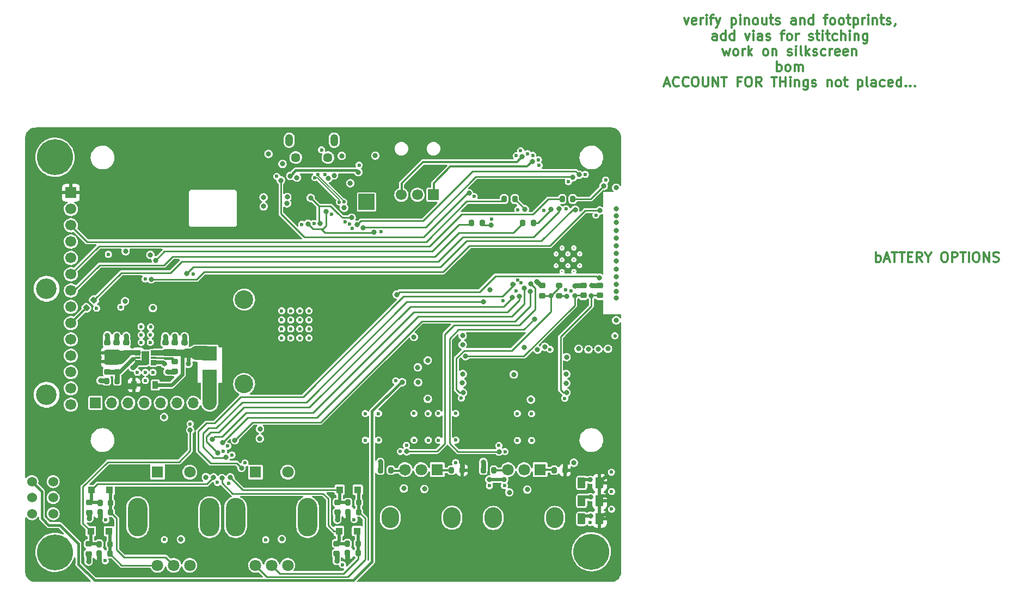
<source format=gbr>
%TF.GenerationSoftware,KiCad,Pcbnew,(6.0.10)*%
%TF.CreationDate,2023-12-11T17:02:30-05:00*%
%TF.ProjectId,Ultrasonic Sound Steering - Remote Rev. A,556c7472-6173-46f6-9e69-6320536f756e,rev?*%
%TF.SameCoordinates,Original*%
%TF.FileFunction,Copper,L1,Top*%
%TF.FilePolarity,Positive*%
%FSLAX46Y46*%
G04 Gerber Fmt 4.6, Leading zero omitted, Abs format (unit mm)*
G04 Created by KiCad (PCBNEW (6.0.10)) date 2023-12-11 17:02:30*
%MOMM*%
%LPD*%
G01*
G04 APERTURE LIST*
G04 Aperture macros list*
%AMRoundRect*
0 Rectangle with rounded corners*
0 $1 Rounding radius*
0 $2 $3 $4 $5 $6 $7 $8 $9 X,Y pos of 4 corners*
0 Add a 4 corners polygon primitive as box body*
4,1,4,$2,$3,$4,$5,$6,$7,$8,$9,$2,$3,0*
0 Add four circle primitives for the rounded corners*
1,1,$1+$1,$2,$3*
1,1,$1+$1,$4,$5*
1,1,$1+$1,$6,$7*
1,1,$1+$1,$8,$9*
0 Add four rect primitives between the rounded corners*
20,1,$1+$1,$2,$3,$4,$5,0*
20,1,$1+$1,$4,$5,$6,$7,0*
20,1,$1+$1,$6,$7,$8,$9,0*
20,1,$1+$1,$8,$9,$2,$3,0*%
G04 Aperture macros list end*
%ADD10C,0.300000*%
%TA.AperFunction,NonConductor*%
%ADD11C,0.300000*%
%TD*%
%TA.AperFunction,SMDPad,CuDef*%
%ADD12RoundRect,0.225000X-0.250000X0.225000X-0.250000X-0.225000X0.250000X-0.225000X0.250000X0.225000X0*%
%TD*%
%TA.AperFunction,SMDPad,CuDef*%
%ADD13RoundRect,0.200000X0.200000X0.275000X-0.200000X0.275000X-0.200000X-0.275000X0.200000X-0.275000X0*%
%TD*%
%TA.AperFunction,SMDPad,CuDef*%
%ADD14R,2.210000X2.180400*%
%TD*%
%TA.AperFunction,SMDPad,CuDef*%
%ADD15RoundRect,0.200000X-0.200000X-0.275000X0.200000X-0.275000X0.200000X0.275000X-0.200000X0.275000X0*%
%TD*%
%TA.AperFunction,ComponentPad*%
%ADD16R,1.800000X1.800000*%
%TD*%
%TA.AperFunction,ComponentPad*%
%ADD17C,1.800000*%
%TD*%
%TA.AperFunction,ComponentPad*%
%ADD18O,3.000000X6.000000*%
%TD*%
%TA.AperFunction,ConnectorPad*%
%ADD19C,5.600000*%
%TD*%
%TA.AperFunction,ComponentPad*%
%ADD20C,3.600000*%
%TD*%
%TA.AperFunction,SMDPad,CuDef*%
%ADD21R,1.100000X1.100000*%
%TD*%
%TA.AperFunction,SMDPad,CuDef*%
%ADD22RoundRect,0.200000X-0.053033X0.335876X-0.335876X0.053033X0.053033X-0.335876X0.335876X-0.053033X0*%
%TD*%
%TA.AperFunction,SMDPad,CuDef*%
%ADD23RoundRect,0.200000X-0.275000X0.200000X-0.275000X-0.200000X0.275000X-0.200000X0.275000X0.200000X0*%
%TD*%
%TA.AperFunction,ComponentPad*%
%ADD24R,1.700000X1.700000*%
%TD*%
%TA.AperFunction,ComponentPad*%
%ADD25C,1.700000*%
%TD*%
%TA.AperFunction,SMDPad,CuDef*%
%ADD26RoundRect,0.225000X0.250000X-0.225000X0.250000X0.225000X-0.250000X0.225000X-0.250000X-0.225000X0*%
%TD*%
%TA.AperFunction,SMDPad,CuDef*%
%ADD27RoundRect,0.250000X-0.375000X-0.625000X0.375000X-0.625000X0.375000X0.625000X-0.375000X0.625000X0*%
%TD*%
%TA.AperFunction,ComponentPad*%
%ADD28C,1.524000*%
%TD*%
%TA.AperFunction,ComponentPad*%
%ADD29O,2.720000X3.240000*%
%TD*%
%TA.AperFunction,SMDPad,CuDef*%
%ADD30RoundRect,0.008100X-0.411900X-0.126900X0.411900X-0.126900X0.411900X0.126900X-0.411900X0.126900X0*%
%TD*%
%TA.AperFunction,SMDPad,CuDef*%
%ADD31R,1.200000X2.000000*%
%TD*%
%TA.AperFunction,ComponentPad*%
%ADD32C,0.300000*%
%TD*%
%TA.AperFunction,SMDPad,CuDef*%
%ADD33RoundRect,0.200000X0.275000X-0.200000X0.275000X0.200000X-0.275000X0.200000X-0.275000X-0.200000X0*%
%TD*%
%TA.AperFunction,SMDPad,CuDef*%
%ADD34R,0.900000X1.200000*%
%TD*%
%TA.AperFunction,ComponentPad*%
%ADD35O,1.700000X1.700000*%
%TD*%
%TA.AperFunction,ComponentPad*%
%ADD36C,3.200000*%
%TD*%
%TA.AperFunction,ComponentPad*%
%ADD37C,2.900000*%
%TD*%
%TA.AperFunction,ComponentPad*%
%ADD38C,1.450000*%
%TD*%
%TA.AperFunction,ComponentPad*%
%ADD39O,1.200000X1.900000*%
%TD*%
%TA.AperFunction,ComponentPad*%
%ADD40C,0.500000*%
%TD*%
%TA.AperFunction,SMDPad,CuDef*%
%ADD41R,2.500000X2.500000*%
%TD*%
%TA.AperFunction,ViaPad*%
%ADD42C,0.800000*%
%TD*%
%TA.AperFunction,ViaPad*%
%ADD43C,0.600000*%
%TD*%
%TA.AperFunction,Conductor*%
%ADD44C,0.400000*%
%TD*%
%TA.AperFunction,Conductor*%
%ADD45C,0.800000*%
%TD*%
%TA.AperFunction,Conductor*%
%ADD46C,2.200000*%
%TD*%
%TA.AperFunction,Conductor*%
%ADD47C,0.250000*%
%TD*%
%TA.AperFunction,Conductor*%
%ADD48C,0.500000*%
%TD*%
%TA.AperFunction,Conductor*%
%ADD49C,0.350000*%
%TD*%
%TA.AperFunction,Conductor*%
%ADD50C,0.230000*%
%TD*%
%TA.AperFunction,Conductor*%
%ADD51C,0.600000*%
%TD*%
%TA.AperFunction,Conductor*%
%ADD52C,0.300000*%
%TD*%
%TA.AperFunction,Conductor*%
%ADD53C,1.000000*%
%TD*%
%TA.AperFunction,Conductor*%
%ADD54C,1.400000*%
%TD*%
%TA.AperFunction,Conductor*%
%ADD55C,0.200000*%
%TD*%
G04 APERTURE END LIST*
D10*
D11*
X233250000Y-63818571D02*
X233250000Y-62318571D01*
X233250000Y-62890000D02*
X233392857Y-62818571D01*
X233678571Y-62818571D01*
X233821428Y-62890000D01*
X233892857Y-62961428D01*
X233964285Y-63104285D01*
X233964285Y-63532857D01*
X233892857Y-63675714D01*
X233821428Y-63747142D01*
X233678571Y-63818571D01*
X233392857Y-63818571D01*
X233250000Y-63747142D01*
X234535714Y-63390000D02*
X235250000Y-63390000D01*
X234392857Y-63818571D02*
X234892857Y-62318571D01*
X235392857Y-63818571D01*
X235678571Y-62318571D02*
X236535714Y-62318571D01*
X236107142Y-63818571D02*
X236107142Y-62318571D01*
X236821428Y-62318571D02*
X237678571Y-62318571D01*
X237250000Y-63818571D02*
X237250000Y-62318571D01*
X238178571Y-63032857D02*
X238678571Y-63032857D01*
X238892857Y-63818571D02*
X238178571Y-63818571D01*
X238178571Y-62318571D01*
X238892857Y-62318571D01*
X240392857Y-63818571D02*
X239892857Y-63104285D01*
X239535714Y-63818571D02*
X239535714Y-62318571D01*
X240107142Y-62318571D01*
X240250000Y-62390000D01*
X240321428Y-62461428D01*
X240392857Y-62604285D01*
X240392857Y-62818571D01*
X240321428Y-62961428D01*
X240250000Y-63032857D01*
X240107142Y-63104285D01*
X239535714Y-63104285D01*
X241321428Y-63104285D02*
X241321428Y-63818571D01*
X240821428Y-62318571D02*
X241321428Y-63104285D01*
X241821428Y-62318571D01*
X243750000Y-62318571D02*
X244035714Y-62318571D01*
X244178571Y-62390000D01*
X244321428Y-62532857D01*
X244392857Y-62818571D01*
X244392857Y-63318571D01*
X244321428Y-63604285D01*
X244178571Y-63747142D01*
X244035714Y-63818571D01*
X243750000Y-63818571D01*
X243607142Y-63747142D01*
X243464285Y-63604285D01*
X243392857Y-63318571D01*
X243392857Y-62818571D01*
X243464285Y-62532857D01*
X243607142Y-62390000D01*
X243750000Y-62318571D01*
X245035714Y-63818571D02*
X245035714Y-62318571D01*
X245607142Y-62318571D01*
X245750000Y-62390000D01*
X245821428Y-62461428D01*
X245892857Y-62604285D01*
X245892857Y-62818571D01*
X245821428Y-62961428D01*
X245750000Y-63032857D01*
X245607142Y-63104285D01*
X245035714Y-63104285D01*
X246321428Y-62318571D02*
X247178571Y-62318571D01*
X246750000Y-63818571D02*
X246750000Y-62318571D01*
X247678571Y-63818571D02*
X247678571Y-62318571D01*
X248678571Y-62318571D02*
X248964285Y-62318571D01*
X249107142Y-62390000D01*
X249250000Y-62532857D01*
X249321428Y-62818571D01*
X249321428Y-63318571D01*
X249250000Y-63604285D01*
X249107142Y-63747142D01*
X248964285Y-63818571D01*
X248678571Y-63818571D01*
X248535714Y-63747142D01*
X248392857Y-63604285D01*
X248321428Y-63318571D01*
X248321428Y-62818571D01*
X248392857Y-62532857D01*
X248535714Y-62390000D01*
X248678571Y-62318571D01*
X249964285Y-63818571D02*
X249964285Y-62318571D01*
X250821428Y-63818571D01*
X250821428Y-62318571D01*
X251464285Y-63747142D02*
X251678571Y-63818571D01*
X252035714Y-63818571D01*
X252178571Y-63747142D01*
X252250000Y-63675714D01*
X252321428Y-63532857D01*
X252321428Y-63390000D01*
X252250000Y-63247142D01*
X252178571Y-63175714D01*
X252035714Y-63104285D01*
X251750000Y-63032857D01*
X251607142Y-62961428D01*
X251535714Y-62890000D01*
X251464285Y-62747142D01*
X251464285Y-62604285D01*
X251535714Y-62461428D01*
X251607142Y-62390000D01*
X251750000Y-62318571D01*
X252107142Y-62318571D01*
X252321428Y-62390000D01*
D10*
D11*
X203375714Y-25878571D02*
X203732857Y-26878571D01*
X204090000Y-25878571D01*
X205232857Y-26807142D02*
X205090000Y-26878571D01*
X204804285Y-26878571D01*
X204661428Y-26807142D01*
X204590000Y-26664285D01*
X204590000Y-26092857D01*
X204661428Y-25950000D01*
X204804285Y-25878571D01*
X205090000Y-25878571D01*
X205232857Y-25950000D01*
X205304285Y-26092857D01*
X205304285Y-26235714D01*
X204590000Y-26378571D01*
X205947142Y-26878571D02*
X205947142Y-25878571D01*
X205947142Y-26164285D02*
X206018571Y-26021428D01*
X206090000Y-25950000D01*
X206232857Y-25878571D01*
X206375714Y-25878571D01*
X206875714Y-26878571D02*
X206875714Y-25878571D01*
X206875714Y-25378571D02*
X206804285Y-25450000D01*
X206875714Y-25521428D01*
X206947142Y-25450000D01*
X206875714Y-25378571D01*
X206875714Y-25521428D01*
X207375714Y-25878571D02*
X207947142Y-25878571D01*
X207590000Y-26878571D02*
X207590000Y-25592857D01*
X207661428Y-25450000D01*
X207804285Y-25378571D01*
X207947142Y-25378571D01*
X208304285Y-25878571D02*
X208661428Y-26878571D01*
X209018571Y-25878571D02*
X208661428Y-26878571D01*
X208518571Y-27235714D01*
X208447142Y-27307142D01*
X208304285Y-27378571D01*
X210732857Y-25878571D02*
X210732857Y-27378571D01*
X210732857Y-25950000D02*
X210875714Y-25878571D01*
X211161428Y-25878571D01*
X211304285Y-25950000D01*
X211375714Y-26021428D01*
X211447142Y-26164285D01*
X211447142Y-26592857D01*
X211375714Y-26735714D01*
X211304285Y-26807142D01*
X211161428Y-26878571D01*
X210875714Y-26878571D01*
X210732857Y-26807142D01*
X212090000Y-26878571D02*
X212090000Y-25878571D01*
X212090000Y-25378571D02*
X212018571Y-25450000D01*
X212090000Y-25521428D01*
X212161428Y-25450000D01*
X212090000Y-25378571D01*
X212090000Y-25521428D01*
X212804285Y-25878571D02*
X212804285Y-26878571D01*
X212804285Y-26021428D02*
X212875714Y-25950000D01*
X213018571Y-25878571D01*
X213232857Y-25878571D01*
X213375714Y-25950000D01*
X213447142Y-26092857D01*
X213447142Y-26878571D01*
X214375714Y-26878571D02*
X214232857Y-26807142D01*
X214161428Y-26735714D01*
X214090000Y-26592857D01*
X214090000Y-26164285D01*
X214161428Y-26021428D01*
X214232857Y-25950000D01*
X214375714Y-25878571D01*
X214590000Y-25878571D01*
X214732857Y-25950000D01*
X214804285Y-26021428D01*
X214875714Y-26164285D01*
X214875714Y-26592857D01*
X214804285Y-26735714D01*
X214732857Y-26807142D01*
X214590000Y-26878571D01*
X214375714Y-26878571D01*
X216161428Y-25878571D02*
X216161428Y-26878571D01*
X215518571Y-25878571D02*
X215518571Y-26664285D01*
X215590000Y-26807142D01*
X215732857Y-26878571D01*
X215947142Y-26878571D01*
X216090000Y-26807142D01*
X216161428Y-26735714D01*
X216661428Y-25878571D02*
X217232857Y-25878571D01*
X216875714Y-25378571D02*
X216875714Y-26664285D01*
X216947142Y-26807142D01*
X217090000Y-26878571D01*
X217232857Y-26878571D01*
X217661428Y-26807142D02*
X217804285Y-26878571D01*
X218090000Y-26878571D01*
X218232857Y-26807142D01*
X218304285Y-26664285D01*
X218304285Y-26592857D01*
X218232857Y-26450000D01*
X218090000Y-26378571D01*
X217875714Y-26378571D01*
X217732857Y-26307142D01*
X217661428Y-26164285D01*
X217661428Y-26092857D01*
X217732857Y-25950000D01*
X217875714Y-25878571D01*
X218090000Y-25878571D01*
X218232857Y-25950000D01*
X220732857Y-26878571D02*
X220732857Y-26092857D01*
X220661428Y-25950000D01*
X220518571Y-25878571D01*
X220232857Y-25878571D01*
X220090000Y-25950000D01*
X220732857Y-26807142D02*
X220590000Y-26878571D01*
X220232857Y-26878571D01*
X220090000Y-26807142D01*
X220018571Y-26664285D01*
X220018571Y-26521428D01*
X220090000Y-26378571D01*
X220232857Y-26307142D01*
X220590000Y-26307142D01*
X220732857Y-26235714D01*
X221447142Y-25878571D02*
X221447142Y-26878571D01*
X221447142Y-26021428D02*
X221518571Y-25950000D01*
X221661428Y-25878571D01*
X221875714Y-25878571D01*
X222018571Y-25950000D01*
X222090000Y-26092857D01*
X222090000Y-26878571D01*
X223447142Y-26878571D02*
X223447142Y-25378571D01*
X223447142Y-26807142D02*
X223304285Y-26878571D01*
X223018571Y-26878571D01*
X222875714Y-26807142D01*
X222804285Y-26735714D01*
X222732857Y-26592857D01*
X222732857Y-26164285D01*
X222804285Y-26021428D01*
X222875714Y-25950000D01*
X223018571Y-25878571D01*
X223304285Y-25878571D01*
X223447142Y-25950000D01*
X225090000Y-25878571D02*
X225661428Y-25878571D01*
X225304285Y-26878571D02*
X225304285Y-25592857D01*
X225375714Y-25450000D01*
X225518571Y-25378571D01*
X225661428Y-25378571D01*
X226375714Y-26878571D02*
X226232857Y-26807142D01*
X226161428Y-26735714D01*
X226090000Y-26592857D01*
X226090000Y-26164285D01*
X226161428Y-26021428D01*
X226232857Y-25950000D01*
X226375714Y-25878571D01*
X226590000Y-25878571D01*
X226732857Y-25950000D01*
X226804285Y-26021428D01*
X226875714Y-26164285D01*
X226875714Y-26592857D01*
X226804285Y-26735714D01*
X226732857Y-26807142D01*
X226590000Y-26878571D01*
X226375714Y-26878571D01*
X227732857Y-26878571D02*
X227590000Y-26807142D01*
X227518571Y-26735714D01*
X227447142Y-26592857D01*
X227447142Y-26164285D01*
X227518571Y-26021428D01*
X227590000Y-25950000D01*
X227732857Y-25878571D01*
X227947142Y-25878571D01*
X228090000Y-25950000D01*
X228161428Y-26021428D01*
X228232857Y-26164285D01*
X228232857Y-26592857D01*
X228161428Y-26735714D01*
X228090000Y-26807142D01*
X227947142Y-26878571D01*
X227732857Y-26878571D01*
X228661428Y-25878571D02*
X229232857Y-25878571D01*
X228875714Y-25378571D02*
X228875714Y-26664285D01*
X228947142Y-26807142D01*
X229090000Y-26878571D01*
X229232857Y-26878571D01*
X229732857Y-25878571D02*
X229732857Y-27378571D01*
X229732857Y-25950000D02*
X229875714Y-25878571D01*
X230161428Y-25878571D01*
X230304285Y-25950000D01*
X230375714Y-26021428D01*
X230447142Y-26164285D01*
X230447142Y-26592857D01*
X230375714Y-26735714D01*
X230304285Y-26807142D01*
X230161428Y-26878571D01*
X229875714Y-26878571D01*
X229732857Y-26807142D01*
X231090000Y-26878571D02*
X231090000Y-25878571D01*
X231090000Y-26164285D02*
X231161428Y-26021428D01*
X231232857Y-25950000D01*
X231375714Y-25878571D01*
X231518571Y-25878571D01*
X232018571Y-26878571D02*
X232018571Y-25878571D01*
X232018571Y-25378571D02*
X231947142Y-25450000D01*
X232018571Y-25521428D01*
X232090000Y-25450000D01*
X232018571Y-25378571D01*
X232018571Y-25521428D01*
X232732857Y-25878571D02*
X232732857Y-26878571D01*
X232732857Y-26021428D02*
X232804285Y-25950000D01*
X232947142Y-25878571D01*
X233161428Y-25878571D01*
X233304285Y-25950000D01*
X233375714Y-26092857D01*
X233375714Y-26878571D01*
X233875714Y-25878571D02*
X234447142Y-25878571D01*
X234090000Y-25378571D02*
X234090000Y-26664285D01*
X234161428Y-26807142D01*
X234304285Y-26878571D01*
X234447142Y-26878571D01*
X234875714Y-26807142D02*
X235018571Y-26878571D01*
X235304285Y-26878571D01*
X235447142Y-26807142D01*
X235518571Y-26664285D01*
X235518571Y-26592857D01*
X235447142Y-26450000D01*
X235304285Y-26378571D01*
X235090000Y-26378571D01*
X234947142Y-26307142D01*
X234875714Y-26164285D01*
X234875714Y-26092857D01*
X234947142Y-25950000D01*
X235090000Y-25878571D01*
X235304285Y-25878571D01*
X235447142Y-25950000D01*
X236232857Y-26807142D02*
X236232857Y-26878571D01*
X236161428Y-27021428D01*
X236090000Y-27092857D01*
X208447142Y-29293571D02*
X208447142Y-28507857D01*
X208375714Y-28365000D01*
X208232857Y-28293571D01*
X207947142Y-28293571D01*
X207804285Y-28365000D01*
X208447142Y-29222142D02*
X208304285Y-29293571D01*
X207947142Y-29293571D01*
X207804285Y-29222142D01*
X207732857Y-29079285D01*
X207732857Y-28936428D01*
X207804285Y-28793571D01*
X207947142Y-28722142D01*
X208304285Y-28722142D01*
X208447142Y-28650714D01*
X209804285Y-29293571D02*
X209804285Y-27793571D01*
X209804285Y-29222142D02*
X209661428Y-29293571D01*
X209375714Y-29293571D01*
X209232857Y-29222142D01*
X209161428Y-29150714D01*
X209090000Y-29007857D01*
X209090000Y-28579285D01*
X209161428Y-28436428D01*
X209232857Y-28365000D01*
X209375714Y-28293571D01*
X209661428Y-28293571D01*
X209804285Y-28365000D01*
X211161428Y-29293571D02*
X211161428Y-27793571D01*
X211161428Y-29222142D02*
X211018571Y-29293571D01*
X210732857Y-29293571D01*
X210590000Y-29222142D01*
X210518571Y-29150714D01*
X210447142Y-29007857D01*
X210447142Y-28579285D01*
X210518571Y-28436428D01*
X210590000Y-28365000D01*
X210732857Y-28293571D01*
X211018571Y-28293571D01*
X211161428Y-28365000D01*
X212875714Y-28293571D02*
X213232857Y-29293571D01*
X213590000Y-28293571D01*
X214161428Y-29293571D02*
X214161428Y-28293571D01*
X214161428Y-27793571D02*
X214090000Y-27865000D01*
X214161428Y-27936428D01*
X214232857Y-27865000D01*
X214161428Y-27793571D01*
X214161428Y-27936428D01*
X215518571Y-29293571D02*
X215518571Y-28507857D01*
X215447142Y-28365000D01*
X215304285Y-28293571D01*
X215018571Y-28293571D01*
X214875714Y-28365000D01*
X215518571Y-29222142D02*
X215375714Y-29293571D01*
X215018571Y-29293571D01*
X214875714Y-29222142D01*
X214804285Y-29079285D01*
X214804285Y-28936428D01*
X214875714Y-28793571D01*
X215018571Y-28722142D01*
X215375714Y-28722142D01*
X215518571Y-28650714D01*
X216161428Y-29222142D02*
X216304285Y-29293571D01*
X216590000Y-29293571D01*
X216732857Y-29222142D01*
X216804285Y-29079285D01*
X216804285Y-29007857D01*
X216732857Y-28865000D01*
X216590000Y-28793571D01*
X216375714Y-28793571D01*
X216232857Y-28722142D01*
X216161428Y-28579285D01*
X216161428Y-28507857D01*
X216232857Y-28365000D01*
X216375714Y-28293571D01*
X216590000Y-28293571D01*
X216732857Y-28365000D01*
X218375714Y-28293571D02*
X218947142Y-28293571D01*
X218590000Y-29293571D02*
X218590000Y-28007857D01*
X218661428Y-27865000D01*
X218804285Y-27793571D01*
X218947142Y-27793571D01*
X219661428Y-29293571D02*
X219518571Y-29222142D01*
X219447142Y-29150714D01*
X219375714Y-29007857D01*
X219375714Y-28579285D01*
X219447142Y-28436428D01*
X219518571Y-28365000D01*
X219661428Y-28293571D01*
X219875714Y-28293571D01*
X220018571Y-28365000D01*
X220090000Y-28436428D01*
X220161428Y-28579285D01*
X220161428Y-29007857D01*
X220090000Y-29150714D01*
X220018571Y-29222142D01*
X219875714Y-29293571D01*
X219661428Y-29293571D01*
X220804285Y-29293571D02*
X220804285Y-28293571D01*
X220804285Y-28579285D02*
X220875714Y-28436428D01*
X220947142Y-28365000D01*
X221090000Y-28293571D01*
X221232857Y-28293571D01*
X222804285Y-29222142D02*
X222947142Y-29293571D01*
X223232857Y-29293571D01*
X223375714Y-29222142D01*
X223447142Y-29079285D01*
X223447142Y-29007857D01*
X223375714Y-28865000D01*
X223232857Y-28793571D01*
X223018571Y-28793571D01*
X222875714Y-28722142D01*
X222804285Y-28579285D01*
X222804285Y-28507857D01*
X222875714Y-28365000D01*
X223018571Y-28293571D01*
X223232857Y-28293571D01*
X223375714Y-28365000D01*
X223875714Y-28293571D02*
X224447142Y-28293571D01*
X224090000Y-27793571D02*
X224090000Y-29079285D01*
X224161428Y-29222142D01*
X224304285Y-29293571D01*
X224447142Y-29293571D01*
X224947142Y-29293571D02*
X224947142Y-28293571D01*
X224947142Y-27793571D02*
X224875714Y-27865000D01*
X224947142Y-27936428D01*
X225018571Y-27865000D01*
X224947142Y-27793571D01*
X224947142Y-27936428D01*
X225447142Y-28293571D02*
X226018571Y-28293571D01*
X225661428Y-27793571D02*
X225661428Y-29079285D01*
X225732857Y-29222142D01*
X225875714Y-29293571D01*
X226018571Y-29293571D01*
X227161428Y-29222142D02*
X227018571Y-29293571D01*
X226732857Y-29293571D01*
X226590000Y-29222142D01*
X226518571Y-29150714D01*
X226447142Y-29007857D01*
X226447142Y-28579285D01*
X226518571Y-28436428D01*
X226590000Y-28365000D01*
X226732857Y-28293571D01*
X227018571Y-28293571D01*
X227161428Y-28365000D01*
X227804285Y-29293571D02*
X227804285Y-27793571D01*
X228447142Y-29293571D02*
X228447142Y-28507857D01*
X228375714Y-28365000D01*
X228232857Y-28293571D01*
X228018571Y-28293571D01*
X227875714Y-28365000D01*
X227804285Y-28436428D01*
X229161428Y-29293571D02*
X229161428Y-28293571D01*
X229161428Y-27793571D02*
X229090000Y-27865000D01*
X229161428Y-27936428D01*
X229232857Y-27865000D01*
X229161428Y-27793571D01*
X229161428Y-27936428D01*
X229875714Y-28293571D02*
X229875714Y-29293571D01*
X229875714Y-28436428D02*
X229947142Y-28365000D01*
X230090000Y-28293571D01*
X230304285Y-28293571D01*
X230447142Y-28365000D01*
X230518571Y-28507857D01*
X230518571Y-29293571D01*
X231875714Y-28293571D02*
X231875714Y-29507857D01*
X231804285Y-29650714D01*
X231732857Y-29722142D01*
X231590000Y-29793571D01*
X231375714Y-29793571D01*
X231232857Y-29722142D01*
X231875714Y-29222142D02*
X231732857Y-29293571D01*
X231447142Y-29293571D01*
X231304285Y-29222142D01*
X231232857Y-29150714D01*
X231161428Y-29007857D01*
X231161428Y-28579285D01*
X231232857Y-28436428D01*
X231304285Y-28365000D01*
X231447142Y-28293571D01*
X231732857Y-28293571D01*
X231875714Y-28365000D01*
X209375714Y-30708571D02*
X209661428Y-31708571D01*
X209947142Y-30994285D01*
X210232857Y-31708571D01*
X210518571Y-30708571D01*
X211304285Y-31708571D02*
X211161428Y-31637142D01*
X211090000Y-31565714D01*
X211018571Y-31422857D01*
X211018571Y-30994285D01*
X211090000Y-30851428D01*
X211161428Y-30780000D01*
X211304285Y-30708571D01*
X211518571Y-30708571D01*
X211661428Y-30780000D01*
X211732857Y-30851428D01*
X211804285Y-30994285D01*
X211804285Y-31422857D01*
X211732857Y-31565714D01*
X211661428Y-31637142D01*
X211518571Y-31708571D01*
X211304285Y-31708571D01*
X212447142Y-31708571D02*
X212447142Y-30708571D01*
X212447142Y-30994285D02*
X212518571Y-30851428D01*
X212590000Y-30780000D01*
X212732857Y-30708571D01*
X212875714Y-30708571D01*
X213375714Y-31708571D02*
X213375714Y-30208571D01*
X213518571Y-31137142D02*
X213947142Y-31708571D01*
X213947142Y-30708571D02*
X213375714Y-31280000D01*
X215947142Y-31708571D02*
X215804285Y-31637142D01*
X215732857Y-31565714D01*
X215661428Y-31422857D01*
X215661428Y-30994285D01*
X215732857Y-30851428D01*
X215804285Y-30780000D01*
X215947142Y-30708571D01*
X216161428Y-30708571D01*
X216304285Y-30780000D01*
X216375714Y-30851428D01*
X216447142Y-30994285D01*
X216447142Y-31422857D01*
X216375714Y-31565714D01*
X216304285Y-31637142D01*
X216161428Y-31708571D01*
X215947142Y-31708571D01*
X217090000Y-30708571D02*
X217090000Y-31708571D01*
X217090000Y-30851428D02*
X217161428Y-30780000D01*
X217304285Y-30708571D01*
X217518571Y-30708571D01*
X217661428Y-30780000D01*
X217732857Y-30922857D01*
X217732857Y-31708571D01*
X219518571Y-31637142D02*
X219661428Y-31708571D01*
X219947142Y-31708571D01*
X220090000Y-31637142D01*
X220161428Y-31494285D01*
X220161428Y-31422857D01*
X220090000Y-31280000D01*
X219947142Y-31208571D01*
X219732857Y-31208571D01*
X219590000Y-31137142D01*
X219518571Y-30994285D01*
X219518571Y-30922857D01*
X219590000Y-30780000D01*
X219732857Y-30708571D01*
X219947142Y-30708571D01*
X220090000Y-30780000D01*
X220804285Y-31708571D02*
X220804285Y-30708571D01*
X220804285Y-30208571D02*
X220732857Y-30280000D01*
X220804285Y-30351428D01*
X220875714Y-30280000D01*
X220804285Y-30208571D01*
X220804285Y-30351428D01*
X221732857Y-31708571D02*
X221590000Y-31637142D01*
X221518571Y-31494285D01*
X221518571Y-30208571D01*
X222304285Y-31708571D02*
X222304285Y-30208571D01*
X222447142Y-31137142D02*
X222875714Y-31708571D01*
X222875714Y-30708571D02*
X222304285Y-31280000D01*
X223447142Y-31637142D02*
X223590000Y-31708571D01*
X223875714Y-31708571D01*
X224018571Y-31637142D01*
X224090000Y-31494285D01*
X224090000Y-31422857D01*
X224018571Y-31280000D01*
X223875714Y-31208571D01*
X223661428Y-31208571D01*
X223518571Y-31137142D01*
X223447142Y-30994285D01*
X223447142Y-30922857D01*
X223518571Y-30780000D01*
X223661428Y-30708571D01*
X223875714Y-30708571D01*
X224018571Y-30780000D01*
X225375714Y-31637142D02*
X225232857Y-31708571D01*
X224947142Y-31708571D01*
X224804285Y-31637142D01*
X224732857Y-31565714D01*
X224661428Y-31422857D01*
X224661428Y-30994285D01*
X224732857Y-30851428D01*
X224804285Y-30780000D01*
X224947142Y-30708571D01*
X225232857Y-30708571D01*
X225375714Y-30780000D01*
X226018571Y-31708571D02*
X226018571Y-30708571D01*
X226018571Y-30994285D02*
X226090000Y-30851428D01*
X226161428Y-30780000D01*
X226304285Y-30708571D01*
X226447142Y-30708571D01*
X227518571Y-31637142D02*
X227375714Y-31708571D01*
X227090000Y-31708571D01*
X226947142Y-31637142D01*
X226875714Y-31494285D01*
X226875714Y-30922857D01*
X226947142Y-30780000D01*
X227090000Y-30708571D01*
X227375714Y-30708571D01*
X227518571Y-30780000D01*
X227590000Y-30922857D01*
X227590000Y-31065714D01*
X226875714Y-31208571D01*
X228804285Y-31637142D02*
X228661428Y-31708571D01*
X228375714Y-31708571D01*
X228232857Y-31637142D01*
X228161428Y-31494285D01*
X228161428Y-30922857D01*
X228232857Y-30780000D01*
X228375714Y-30708571D01*
X228661428Y-30708571D01*
X228804285Y-30780000D01*
X228875714Y-30922857D01*
X228875714Y-31065714D01*
X228161428Y-31208571D01*
X229518571Y-30708571D02*
X229518571Y-31708571D01*
X229518571Y-30851428D02*
X229590000Y-30780000D01*
X229732857Y-30708571D01*
X229947142Y-30708571D01*
X230090000Y-30780000D01*
X230161428Y-30922857D01*
X230161428Y-31708571D01*
X217840000Y-34123571D02*
X217840000Y-32623571D01*
X217840000Y-33195000D02*
X217982857Y-33123571D01*
X218268571Y-33123571D01*
X218411428Y-33195000D01*
X218482857Y-33266428D01*
X218554285Y-33409285D01*
X218554285Y-33837857D01*
X218482857Y-33980714D01*
X218411428Y-34052142D01*
X218268571Y-34123571D01*
X217982857Y-34123571D01*
X217840000Y-34052142D01*
X219411428Y-34123571D02*
X219268571Y-34052142D01*
X219197142Y-33980714D01*
X219125714Y-33837857D01*
X219125714Y-33409285D01*
X219197142Y-33266428D01*
X219268571Y-33195000D01*
X219411428Y-33123571D01*
X219625714Y-33123571D01*
X219768571Y-33195000D01*
X219840000Y-33266428D01*
X219911428Y-33409285D01*
X219911428Y-33837857D01*
X219840000Y-33980714D01*
X219768571Y-34052142D01*
X219625714Y-34123571D01*
X219411428Y-34123571D01*
X220554285Y-34123571D02*
X220554285Y-33123571D01*
X220554285Y-33266428D02*
X220625714Y-33195000D01*
X220768571Y-33123571D01*
X220982857Y-33123571D01*
X221125714Y-33195000D01*
X221197142Y-33337857D01*
X221197142Y-34123571D01*
X221197142Y-33337857D02*
X221268571Y-33195000D01*
X221411428Y-33123571D01*
X221625714Y-33123571D01*
X221768571Y-33195000D01*
X221840000Y-33337857D01*
X221840000Y-34123571D01*
X200340000Y-36110000D02*
X201054285Y-36110000D01*
X200197142Y-36538571D02*
X200697142Y-35038571D01*
X201197142Y-36538571D01*
X202554285Y-36395714D02*
X202482857Y-36467142D01*
X202268571Y-36538571D01*
X202125714Y-36538571D01*
X201911428Y-36467142D01*
X201768571Y-36324285D01*
X201697142Y-36181428D01*
X201625714Y-35895714D01*
X201625714Y-35681428D01*
X201697142Y-35395714D01*
X201768571Y-35252857D01*
X201911428Y-35110000D01*
X202125714Y-35038571D01*
X202268571Y-35038571D01*
X202482857Y-35110000D01*
X202554285Y-35181428D01*
X204054285Y-36395714D02*
X203982857Y-36467142D01*
X203768571Y-36538571D01*
X203625714Y-36538571D01*
X203411428Y-36467142D01*
X203268571Y-36324285D01*
X203197142Y-36181428D01*
X203125714Y-35895714D01*
X203125714Y-35681428D01*
X203197142Y-35395714D01*
X203268571Y-35252857D01*
X203411428Y-35110000D01*
X203625714Y-35038571D01*
X203768571Y-35038571D01*
X203982857Y-35110000D01*
X204054285Y-35181428D01*
X204982857Y-35038571D02*
X205268571Y-35038571D01*
X205411428Y-35110000D01*
X205554285Y-35252857D01*
X205625714Y-35538571D01*
X205625714Y-36038571D01*
X205554285Y-36324285D01*
X205411428Y-36467142D01*
X205268571Y-36538571D01*
X204982857Y-36538571D01*
X204840000Y-36467142D01*
X204697142Y-36324285D01*
X204625714Y-36038571D01*
X204625714Y-35538571D01*
X204697142Y-35252857D01*
X204840000Y-35110000D01*
X204982857Y-35038571D01*
X206268571Y-35038571D02*
X206268571Y-36252857D01*
X206340000Y-36395714D01*
X206411428Y-36467142D01*
X206554285Y-36538571D01*
X206840000Y-36538571D01*
X206982857Y-36467142D01*
X207054285Y-36395714D01*
X207125714Y-36252857D01*
X207125714Y-35038571D01*
X207840000Y-36538571D02*
X207840000Y-35038571D01*
X208697142Y-36538571D01*
X208697142Y-35038571D01*
X209197142Y-35038571D02*
X210054285Y-35038571D01*
X209625714Y-36538571D02*
X209625714Y-35038571D01*
X212197142Y-35752857D02*
X211697142Y-35752857D01*
X211697142Y-36538571D02*
X211697142Y-35038571D01*
X212411428Y-35038571D01*
X213268571Y-35038571D02*
X213554285Y-35038571D01*
X213697142Y-35110000D01*
X213840000Y-35252857D01*
X213911428Y-35538571D01*
X213911428Y-36038571D01*
X213840000Y-36324285D01*
X213697142Y-36467142D01*
X213554285Y-36538571D01*
X213268571Y-36538571D01*
X213125714Y-36467142D01*
X212982857Y-36324285D01*
X212911428Y-36038571D01*
X212911428Y-35538571D01*
X212982857Y-35252857D01*
X213125714Y-35110000D01*
X213268571Y-35038571D01*
X215411428Y-36538571D02*
X214911428Y-35824285D01*
X214554285Y-36538571D02*
X214554285Y-35038571D01*
X215125714Y-35038571D01*
X215268571Y-35110000D01*
X215340000Y-35181428D01*
X215411428Y-35324285D01*
X215411428Y-35538571D01*
X215340000Y-35681428D01*
X215268571Y-35752857D01*
X215125714Y-35824285D01*
X214554285Y-35824285D01*
X216982857Y-35038571D02*
X217840000Y-35038571D01*
X217411428Y-36538571D02*
X217411428Y-35038571D01*
X218340000Y-36538571D02*
X218340000Y-35038571D01*
X218340000Y-35752857D02*
X219197142Y-35752857D01*
X219197142Y-36538571D02*
X219197142Y-35038571D01*
X219911428Y-36538571D02*
X219911428Y-35538571D01*
X219911428Y-35038571D02*
X219840000Y-35110000D01*
X219911428Y-35181428D01*
X219982857Y-35110000D01*
X219911428Y-35038571D01*
X219911428Y-35181428D01*
X220625714Y-35538571D02*
X220625714Y-36538571D01*
X220625714Y-35681428D02*
X220697142Y-35610000D01*
X220840000Y-35538571D01*
X221054285Y-35538571D01*
X221197142Y-35610000D01*
X221268571Y-35752857D01*
X221268571Y-36538571D01*
X222625714Y-35538571D02*
X222625714Y-36752857D01*
X222554285Y-36895714D01*
X222482857Y-36967142D01*
X222340000Y-37038571D01*
X222125714Y-37038571D01*
X221982857Y-36967142D01*
X222625714Y-36467142D02*
X222482857Y-36538571D01*
X222197142Y-36538571D01*
X222054285Y-36467142D01*
X221982857Y-36395714D01*
X221911428Y-36252857D01*
X221911428Y-35824285D01*
X221982857Y-35681428D01*
X222054285Y-35610000D01*
X222197142Y-35538571D01*
X222482857Y-35538571D01*
X222625714Y-35610000D01*
X223268571Y-36467142D02*
X223411428Y-36538571D01*
X223697142Y-36538571D01*
X223840000Y-36467142D01*
X223911428Y-36324285D01*
X223911428Y-36252857D01*
X223840000Y-36110000D01*
X223697142Y-36038571D01*
X223482857Y-36038571D01*
X223340000Y-35967142D01*
X223268571Y-35824285D01*
X223268571Y-35752857D01*
X223340000Y-35610000D01*
X223482857Y-35538571D01*
X223697142Y-35538571D01*
X223840000Y-35610000D01*
X225697142Y-35538571D02*
X225697142Y-36538571D01*
X225697142Y-35681428D02*
X225768571Y-35610000D01*
X225911428Y-35538571D01*
X226125714Y-35538571D01*
X226268571Y-35610000D01*
X226340000Y-35752857D01*
X226340000Y-36538571D01*
X227268571Y-36538571D02*
X227125714Y-36467142D01*
X227054285Y-36395714D01*
X226982857Y-36252857D01*
X226982857Y-35824285D01*
X227054285Y-35681428D01*
X227125714Y-35610000D01*
X227268571Y-35538571D01*
X227482857Y-35538571D01*
X227625714Y-35610000D01*
X227697142Y-35681428D01*
X227768571Y-35824285D01*
X227768571Y-36252857D01*
X227697142Y-36395714D01*
X227625714Y-36467142D01*
X227482857Y-36538571D01*
X227268571Y-36538571D01*
X228197142Y-35538571D02*
X228768571Y-35538571D01*
X228411428Y-35038571D02*
X228411428Y-36324285D01*
X228482857Y-36467142D01*
X228625714Y-36538571D01*
X228768571Y-36538571D01*
X230411428Y-35538571D02*
X230411428Y-37038571D01*
X230411428Y-35610000D02*
X230554285Y-35538571D01*
X230840000Y-35538571D01*
X230982857Y-35610000D01*
X231054285Y-35681428D01*
X231125714Y-35824285D01*
X231125714Y-36252857D01*
X231054285Y-36395714D01*
X230982857Y-36467142D01*
X230840000Y-36538571D01*
X230554285Y-36538571D01*
X230411428Y-36467142D01*
X231982857Y-36538571D02*
X231840000Y-36467142D01*
X231768571Y-36324285D01*
X231768571Y-35038571D01*
X233197142Y-36538571D02*
X233197142Y-35752857D01*
X233125714Y-35610000D01*
X232982857Y-35538571D01*
X232697142Y-35538571D01*
X232554285Y-35610000D01*
X233197142Y-36467142D02*
X233054285Y-36538571D01*
X232697142Y-36538571D01*
X232554285Y-36467142D01*
X232482857Y-36324285D01*
X232482857Y-36181428D01*
X232554285Y-36038571D01*
X232697142Y-35967142D01*
X233054285Y-35967142D01*
X233197142Y-35895714D01*
X234554285Y-36467142D02*
X234411428Y-36538571D01*
X234125714Y-36538571D01*
X233982857Y-36467142D01*
X233911428Y-36395714D01*
X233840000Y-36252857D01*
X233840000Y-35824285D01*
X233911428Y-35681428D01*
X233982857Y-35610000D01*
X234125714Y-35538571D01*
X234411428Y-35538571D01*
X234554285Y-35610000D01*
X235768571Y-36467142D02*
X235625714Y-36538571D01*
X235340000Y-36538571D01*
X235197142Y-36467142D01*
X235125714Y-36324285D01*
X235125714Y-35752857D01*
X235197142Y-35610000D01*
X235340000Y-35538571D01*
X235625714Y-35538571D01*
X235768571Y-35610000D01*
X235840000Y-35752857D01*
X235840000Y-35895714D01*
X235125714Y-36038571D01*
X237125714Y-36538571D02*
X237125714Y-35038571D01*
X237125714Y-36467142D02*
X236982857Y-36538571D01*
X236697142Y-36538571D01*
X236554285Y-36467142D01*
X236482857Y-36395714D01*
X236411428Y-36252857D01*
X236411428Y-35824285D01*
X236482857Y-35681428D01*
X236554285Y-35610000D01*
X236697142Y-35538571D01*
X236982857Y-35538571D01*
X237125714Y-35610000D01*
X237840000Y-36395714D02*
X237911428Y-36467142D01*
X237840000Y-36538571D01*
X237768571Y-36467142D01*
X237840000Y-36395714D01*
X237840000Y-36538571D01*
X238554285Y-36395714D02*
X238625714Y-36467142D01*
X238554285Y-36538571D01*
X238482857Y-36467142D01*
X238554285Y-36395714D01*
X238554285Y-36538571D01*
X239268571Y-36395714D02*
X239340000Y-36467142D01*
X239268571Y-36538571D01*
X239197142Y-36467142D01*
X239268571Y-36395714D01*
X239268571Y-36538571D01*
D12*
%TO.P,C4,1*%
%TO.N,GND*%
X122717182Y-76405000D03*
%TO.P,C4,2*%
%TO.N,/VIN*%
X122717182Y-77955000D03*
%TD*%
%TO.P,C30,1*%
%TO.N,Enc2B_*%
X110865000Y-101300000D03*
%TO.P,C30,2*%
%TO.N,GND*%
X110865000Y-102850000D03*
%TD*%
D13*
%TO.P,R2,1*%
%TO.N,+3V3*%
X168835400Y-96247082D03*
%TO.P,R2,2*%
%TO.N,Net-(R2-Pad2)*%
X167185400Y-96247082D03*
%TD*%
D14*
%TO.P,D1,1*%
%TO.N,/VIN*%
X129610000Y-78042800D03*
%TO.P,D1,2*%
%TO.N,+5V*%
X129610000Y-81757200D03*
%TD*%
D12*
%TO.P,C25,1*%
%TO.N,Enc1B_*%
X149335000Y-107680000D03*
%TO.P,C25,2*%
%TO.N,GND*%
X149335000Y-109230000D03*
%TD*%
D15*
%TO.P,R32,1*%
%TO.N,+3V3*%
X112410000Y-109245000D03*
%TO.P,R32,2*%
%TO.N,Net-(D8-Pad2)*%
X114060000Y-109245000D03*
%TD*%
%TO.P,R21,1*%
%TO.N,+3V3*%
X151115000Y-102780000D03*
%TO.P,R21,2*%
%TO.N,Net-(D5-Pad2)*%
X152765000Y-102780000D03*
%TD*%
D16*
%TO.P,SW1,1,S1*%
%TO.N,Sel2_*%
X121490000Y-96582500D03*
D17*
%TO.P,SW1,2,S2*%
%TO.N,GND*%
X126490000Y-96582500D03*
%TO.P,SW1,A,A*%
%TO.N,Net-(D8-Pad2)*%
X121490000Y-111082500D03*
%TO.P,SW1,B,B*%
%TO.N,GND*%
X126490000Y-111082500D03*
%TO.P,SW1,C,C*%
%TO.N,Net-(D12-Pad2)*%
X123990000Y-111082500D03*
D18*
%TO.P,SW1,S1,MP1*%
%TO.N,GND*%
X118390000Y-103582500D03*
%TO.P,SW1,S2,MP2*%
X129590000Y-103582500D03*
%TD*%
D13*
%TO.P,R51,1*%
%TO.N,TFT_CS~*%
X177045000Y-54040000D03*
%TO.P,R51,2*%
%TO.N,Net-(J4-Pad3)*%
X175395000Y-54040000D03*
%TD*%
D12*
%TO.P,C23,1*%
%TO.N,GND*%
X190300000Y-67510000D03*
%TO.P,C23,2*%
%TO.N,ADC2*%
X190300000Y-69060000D03*
%TD*%
D16*
%TO.P,SW2,1*%
%TO.N,Sel1_*%
X136730000Y-96580000D03*
D17*
%TO.P,SW2,2*%
%TO.N,GND*%
X141730000Y-96580000D03*
%TO.P,SW2,A,A*%
%TO.N,Net-(D5-Pad2)*%
X136730000Y-111080000D03*
%TO.P,SW2,B,B*%
%TO.N,GND*%
X141730000Y-111080000D03*
%TO.P,SW2,C,C*%
%TO.N,Net-(D6-Pad2)*%
X139230000Y-111080000D03*
D18*
%TO.P,SW2,S1,MP1*%
%TO.N,GND*%
X133630000Y-103580000D03*
%TO.P,SW2,S2,MP2*%
X144830000Y-103580000D03*
%TD*%
D13*
%TO.P,R14,1*%
%TO.N,+3V3*%
X184835400Y-96275000D03*
%TO.P,R14,2*%
%TO.N,Net-(R14-Pad2)*%
X183185400Y-96275000D03*
%TD*%
%TO.P,R54,1*%
%TO.N,TFT_SCK*%
X179935000Y-57770000D03*
%TO.P,R54,2*%
%TO.N,Net-(J4-Pad7)*%
X178285000Y-57770000D03*
%TD*%
%TO.P,R52,1*%
%TO.N,TFT_DC*%
X171995000Y-57770000D03*
%TO.P,R52,2*%
%TO.N,Net-(J4-Pad5)*%
X170345000Y-57770000D03*
%TD*%
D19*
%TO.P,H3,1,1*%
%TO.N,GND*%
X188960999Y-108957999D03*
D20*
X188960999Y-108957999D03*
%TD*%
D12*
%TO.P,C16,1*%
%TO.N,GND*%
X115130000Y-76420000D03*
%TO.P,C16,2*%
%TO.N,+3V3*%
X115130000Y-77970000D03*
%TD*%
D15*
%TO.P,R22,1*%
%TO.N,Enc1B_*%
X151010000Y-107705000D03*
%TO.P,R22,2*%
%TO.N,Net-(D6-Pad2)*%
X152660000Y-107705000D03*
%TD*%
D21*
%TO.P,D12,1,K*%
%TO.N,Enc2B_*%
X111230000Y-99350000D03*
%TO.P,D12,2,A*%
%TO.N,Net-(D12-Pad2)*%
X114030000Y-99350000D03*
%TD*%
D13*
%TO.P,R53,1*%
%TO.N,TFT_MOSI*%
X186065000Y-54040000D03*
%TO.P,R53,2*%
%TO.N,Net-(J4-Pad6)*%
X184415000Y-54040000D03*
%TD*%
D22*
%TO.P,R55,1*%
%TO.N,TFT_MISO*%
X111586726Y-69813274D03*
%TO.P,R55,2*%
%TO.N,Net-(J4-Pad9)*%
X110420000Y-70980000D03*
%TD*%
D23*
%TO.P,R30,1*%
%TO.N,ADC0*%
X183930000Y-67470000D03*
%TO.P,R30,2*%
%TO.N,Net-(R30-Pad2)*%
X183930000Y-69120000D03*
%TD*%
D21*
%TO.P,D6,1,K*%
%TO.N,Enc1B_*%
X149710000Y-105730000D03*
%TO.P,D6,2,A*%
%TO.N,Net-(D6-Pad2)*%
X152510000Y-105730000D03*
%TD*%
D24*
%TO.P,J4,1,Pin_1*%
%TO.N,+3V3*%
X108011999Y-53062999D03*
D25*
%TO.P,J4,2,Pin_2*%
%TO.N,GND*%
X108008999Y-55601999D03*
%TO.P,J4,3,Pin_3*%
%TO.N,Net-(J4-Pad3)*%
X108008999Y-58141999D03*
%TO.P,J4,4,Pin_4*%
%TO.N,Net-(J4-Pad4)*%
X108008999Y-60681999D03*
%TO.P,J4,5,Pin_5*%
%TO.N,Net-(J4-Pad5)*%
X108008999Y-63221999D03*
%TO.P,J4,6,Pin_6*%
%TO.N,Net-(J4-Pad6)*%
X108008999Y-65761999D03*
%TO.P,J4,7,Pin_7*%
%TO.N,Net-(J4-Pad7)*%
X108008999Y-68301999D03*
%TO.P,J4,8,Pin_8*%
%TO.N,TFT_LED*%
X108008999Y-70838999D03*
%TO.P,J4,9,Pin_9*%
%TO.N,Net-(J4-Pad9)*%
X108008999Y-73378999D03*
%TO.P,J4,10,Pin_10*%
%TO.N,unconnected-(J4-Pad10)*%
X108008999Y-75918999D03*
%TO.P,J4,11,Pin_11*%
%TO.N,unconnected-(J4-Pad11)*%
X108008999Y-78458999D03*
%TO.P,J4,12,Pin_12*%
%TO.N,unconnected-(J4-Pad12)*%
X108008999Y-80998999D03*
%TO.P,J4,13,Pin_13*%
%TO.N,unconnected-(J4-Pad13)*%
X108008999Y-83538999D03*
%TO.P,J4,14,Pin_14*%
%TO.N,unconnected-(J4-Pad14)*%
X108008999Y-86078999D03*
%TD*%
D19*
%TO.P,H1,1,1*%
%TO.N,GND*%
X105539000Y-47538999D03*
D20*
X105539000Y-47538999D03*
%TD*%
D13*
%TO.P,R15,1*%
%TO.N,Net-(R15-Pad1)*%
X173795400Y-96275000D03*
%TO.P,R15,2*%
%TO.N,GND*%
X172145400Y-96275000D03*
%TD*%
D26*
%TO.P,C7,1*%
%TO.N,GND*%
X124197182Y-80910000D03*
%TO.P,C7,2*%
%TO.N,Net-(C7-Pad2)*%
X124197182Y-79360000D03*
%TD*%
D15*
%TO.P,R10,1*%
%TO.N,GND*%
X113575000Y-82380000D03*
%TO.P,R10,2*%
%TO.N,Net-(C14-Pad1)*%
X115225000Y-82380000D03*
%TD*%
D21*
%TO.P,D5,1,K*%
%TO.N,Enc1A_*%
X149815000Y-99330000D03*
%TO.P,D5,2,A*%
%TO.N,Net-(D5-Pad2)*%
X152615000Y-99330000D03*
%TD*%
D12*
%TO.P,C12,1*%
%TO.N,GND*%
X181330000Y-67530000D03*
%TO.P,C12,2*%
%TO.N,ADC0*%
X181330000Y-69080000D03*
%TD*%
D15*
%TO.P,R23,1*%
%TO.N,+3V3*%
X151012500Y-109180000D03*
%TO.P,R23,2*%
%TO.N,Net-(D6-Pad2)*%
X152662500Y-109180000D03*
%TD*%
D12*
%TO.P,C2,1*%
%TO.N,GND*%
X125650000Y-76405000D03*
%TO.P,C2,2*%
%TO.N,/VIN*%
X125650000Y-77955000D03*
%TD*%
%TO.P,C5,1*%
%TO.N,GND*%
X124187182Y-76405000D03*
%TO.P,C5,2*%
%TO.N,/VIN*%
X124187182Y-77955000D03*
%TD*%
D15*
%TO.P,R38,1*%
%TO.N,+3V3*%
X112530000Y-102825000D03*
%TO.P,R38,2*%
%TO.N,Net-(D12-Pad2)*%
X114180000Y-102825000D03*
%TD*%
D27*
%TO.P,D3,1,K*%
%TO.N,Net-(D3-Pad1)*%
X187430000Y-101040000D03*
%TO.P,D3,2,A*%
%TO.N,+3V3*%
X190230000Y-101040000D03*
%TD*%
D15*
%TO.P,R28,1*%
%TO.N,Enc2A_*%
X112410000Y-107770000D03*
%TO.P,R28,2*%
%TO.N,Net-(D8-Pad2)*%
X114060000Y-107770000D03*
%TD*%
D19*
%TO.P,H2,1,1*%
%TO.N,GND*%
X105538999Y-109060999D03*
D20*
X105538999Y-109060999D03*
%TD*%
D21*
%TO.P,D8,1,K*%
%TO.N,Enc2A_*%
X111117500Y-105770000D03*
%TO.P,D8,2,A*%
%TO.N,Net-(D8-Pad2)*%
X113917500Y-105770000D03*
%TD*%
D26*
%TO.P,C14,1*%
%TO.N,Net-(C14-Pad1)*%
X113670000Y-80940000D03*
%TO.P,C14,2*%
%TO.N,+3V3*%
X113670000Y-79390000D03*
%TD*%
D28*
%TO.P,S1,1*%
%TO.N,Net-(R4-Pad1)*%
X101950000Y-98035400D03*
%TO.P,S1,2*%
%TO.N,VBAT*%
X101950000Y-100535400D03*
%TO.P,S1,3*%
%TO.N,unconnected-(S1-Pad3)*%
X101950000Y-103035400D03*
%TO.P,S1,4*%
%TO.N,unconnected-(S1-Pad4)*%
X105250000Y-98035400D03*
%TO.P,S1,5*%
%TO.N,GND*%
X105250000Y-100535400D03*
%TO.P,S1,6*%
%TO.N,Net-(R1-Pad2)*%
X105250000Y-103035400D03*
%TD*%
D16*
%TO.P,RV2,1,1*%
%TO.N,Net-(R14-Pad2)*%
X180985400Y-96192800D03*
D17*
%TO.P,RV2,2,2*%
%TO.N,Net-(C18-Pad2)*%
X178485400Y-96192800D03*
%TO.P,RV2,3,3*%
%TO.N,Net-(R15-Pad1)*%
X175985400Y-96192800D03*
D29*
%TO.P,RV2,MH1*%
%TO.N,GND*%
X173685400Y-103692800D03*
%TO.P,RV2,MH2*%
X183285400Y-103692800D03*
%TD*%
D12*
%TO.P,C17,1*%
%TO.N,GND*%
X113670000Y-76420000D03*
%TO.P,C17,2*%
%TO.N,+3V3*%
X113670000Y-77970000D03*
%TD*%
%TO.P,C24,1*%
%TO.N,Enc1A_*%
X149455000Y-101280000D03*
%TO.P,C24,2*%
%TO.N,GND*%
X149455000Y-102830000D03*
%TD*%
D30*
%TO.P,U3,1,OUT_1*%
%TO.N,+3V3*%
X118432182Y-77780000D03*
%TO.P,U3,2,OUT_2*%
X118432182Y-78280000D03*
%TO.P,U3,3,FB*%
%TO.N,Net-(C14-Pad1)*%
X118432182Y-78780000D03*
%TO.P,U3,4,GND*%
%TO.N,GND*%
X118432182Y-79280000D03*
%TO.P,U3,5,PG*%
X118432182Y-79780000D03*
%TO.P,U3,6,SS_CTRL*%
%TO.N,/VIN*%
X120822182Y-79780000D03*
%TO.P,U3,7,EN*%
X120822182Y-79280000D03*
%TO.P,U3,8,NR/SS*%
%TO.N,Net-(C7-Pad2)*%
X120822182Y-78780000D03*
%TO.P,U3,9,IN_9*%
%TO.N,/VIN*%
X120822182Y-78280000D03*
%TO.P,U3,10,IN_10*%
X120822182Y-77780000D03*
D31*
%TO.P,U3,11,EXP*%
%TO.N,GND*%
X119627182Y-78780000D03*
D32*
%TO.P,U3,12,12*%
X119977182Y-78780000D03*
%TO.P,U3,13*%
X119277182Y-78780000D03*
%TO.P,U3,14*%
X119627182Y-78030000D03*
%TO.P,U3,15*%
X119627182Y-79530000D03*
%TD*%
D27*
%TO.P,D4,1,K*%
%TO.N,Net-(D4-Pad1)*%
X187430000Y-98240000D03*
%TO.P,D4,2,A*%
%TO.N,+3V3*%
X190230000Y-98240000D03*
%TD*%
D16*
%TO.P,RV1,1,1*%
%TO.N,Net-(R2-Pad2)*%
X164985400Y-96175000D03*
D17*
%TO.P,RV1,2,2*%
%TO.N,Net-(C3-Pad2)*%
X162485400Y-96175000D03*
%TO.P,RV1,3,3*%
%TO.N,Net-(R3-Pad1)*%
X159985400Y-96175000D03*
D29*
%TO.P,RV1,MH1*%
%TO.N,GND*%
X157685400Y-103675000D03*
%TO.P,RV1,MH2*%
X167285400Y-103675000D03*
%TD*%
D12*
%TO.P,C28,1*%
%TO.N,Enc2A_*%
X110770000Y-107745000D03*
%TO.P,C28,2*%
%TO.N,GND*%
X110770000Y-109295000D03*
%TD*%
D15*
%TO.P,R20,1*%
%TO.N,Enc1A_*%
X151115000Y-101305000D03*
%TO.P,R20,2*%
%TO.N,Net-(D5-Pad2)*%
X152765000Y-101305000D03*
%TD*%
D12*
%TO.P,C15,1*%
%TO.N,GND*%
X116590000Y-76420000D03*
%TO.P,C15,2*%
%TO.N,+3V3*%
X116590000Y-77970000D03*
%TD*%
D13*
%TO.P,R3,1*%
%TO.N,Net-(R3-Pad1)*%
X157780400Y-96250000D03*
%TO.P,R3,2*%
%TO.N,GND*%
X156130400Y-96250000D03*
%TD*%
D15*
%TO.P,R34,1*%
%TO.N,Enc2B_*%
X112530000Y-101350000D03*
%TO.P,R34,2*%
%TO.N,Net-(D12-Pad2)*%
X114180000Y-101350000D03*
%TD*%
D12*
%TO.P,C13,1*%
%TO.N,GND*%
X187710000Y-67500000D03*
%TO.P,C13,2*%
%TO.N,ADC1*%
X187710000Y-69050000D03*
%TD*%
D27*
%TO.P,D14,1,K*%
%TO.N,Net-(D14-Pad1)*%
X187430000Y-103840000D03*
%TO.P,D14,2,A*%
%TO.N,+3V3*%
X190230000Y-103840000D03*
%TD*%
D33*
%TO.P,R9,1*%
%TO.N,Net-(C14-Pad1)*%
X115150000Y-80990000D03*
%TO.P,R9,2*%
%TO.N,+3V3*%
X115150000Y-79340000D03*
%TD*%
D34*
%TO.P,D2,1,K*%
%TO.N,/VIN*%
X121127182Y-83010000D03*
%TO.P,D2,2,A*%
%TO.N,+3V3*%
X117827182Y-83010000D03*
%TD*%
D24*
%TO.P,J1,1,Pin_1*%
%TO.N,unconnected-(J1-Pad1)*%
X111837144Y-85792499D03*
D35*
%TO.P,J1,2,Pin_2*%
%TO.N,GND*%
X114377144Y-85792499D03*
%TO.P,J1,3,Pin_3*%
%TO.N,VBAT*%
X116917144Y-85792499D03*
%TO.P,J1,4,Pin_4*%
%TO.N,Net-(C1-Pad1)*%
X119457144Y-85792499D03*
%TO.P,J1,5,Pin_5*%
%TO.N,GND*%
X121997144Y-85792499D03*
%TO.P,J1,6,Pin_6*%
%TO.N,unconnected-(J1-Pad6)*%
X124537144Y-85792499D03*
%TO.P,J1,7,Pin_7*%
%TO.N,GND*%
X127077144Y-85792499D03*
%TO.P,J1,8,Pin_8*%
%TO.N,+5V*%
X129617144Y-85792499D03*
D36*
%TO.P,J1,P$1,P$1*%
%TO.N,GND*%
X104217144Y-84523899D03*
%TO.P,J1,P$2,P$2*%
X104217144Y-68013899D03*
D37*
%TO.P,J1,S1,M1*%
X134951144Y-69698899D03*
%TO.P,J1,S2,M2*%
X134951144Y-82838899D03*
%TD*%
D24*
%TO.P,J2,1,Pin_1*%
%TO.N,RX2*%
X164410000Y-53380001D03*
D25*
%TO.P,J2,2,Pin_2*%
%TO.N,GND*%
X161910000Y-53380001D03*
%TO.P,J2,3,Pin_3*%
%TO.N,TX2*%
X159410000Y-53380001D03*
%TD*%
D38*
%TO.P,J3,6,Shield*%
%TO.N,Net-(J3-Pad6)*%
X147970000Y-47582500D03*
D39*
X148970000Y-44882500D03*
D38*
X142970000Y-47582500D03*
D39*
X141970000Y-44882500D03*
%TD*%
D32*
%TO.P,U7,39_10,GND*%
%TO.N,GND*%
X187145000Y-64407500D03*
%TO.P,U7,39_11,GND*%
X187145000Y-62572500D03*
%TO.P,U7,39_12,GND*%
X186227500Y-65325000D03*
%TO.P,U7,39_13,GND*%
X186227500Y-63490000D03*
%TO.P,U7,39_14,GND*%
X186227500Y-61655000D03*
%TO.P,U7,39_15,GND*%
X185310000Y-64407500D03*
%TO.P,U7,39_16,GND*%
X185310000Y-62572500D03*
%TO.P,U7,39_17,GND*%
X184392500Y-65325000D03*
%TO.P,U7,39_18,GND*%
X184392500Y-63490000D03*
%TO.P,U7,39_19,GND*%
X184392500Y-61655000D03*
%TO.P,U7,39_20,GND*%
X183475000Y-64407500D03*
%TO.P,U7,39_21,GND*%
X183475000Y-62572500D03*
%TD*%
D40*
%TO.P,U6,29,GND*%
%TO.N,GND*%
X154990000Y-53500000D03*
X153990000Y-55500000D03*
X152990000Y-55500000D03*
D41*
X153990000Y-54500000D03*
D40*
X154990000Y-55500000D03*
X153990000Y-54500000D03*
X154990000Y-54500000D03*
X153990000Y-53500000D03*
X152990000Y-53500000D03*
X152990000Y-54500000D03*
%TD*%
D42*
%TO.N,GND*%
X180567655Y-77497655D03*
D43*
X145032000Y-72854000D03*
X120370000Y-75180000D03*
D42*
X185034500Y-81290000D03*
X176190000Y-99720000D03*
X137975001Y-53785001D03*
D43*
X143916944Y-57983056D03*
X151750000Y-58600000D03*
D42*
X120370000Y-62735500D03*
X192830000Y-67320000D03*
D43*
X177272379Y-47304401D03*
D42*
X162984499Y-99200001D03*
X161370000Y-75520000D03*
D43*
X120780000Y-81040000D03*
D42*
X192830000Y-60120000D03*
X178989999Y-99289999D03*
X124197182Y-75390000D03*
D43*
X143618000Y-75682000D03*
D42*
X150130000Y-47320000D03*
D43*
X145032000Y-75682000D03*
D42*
X161998935Y-82589500D03*
X125125000Y-107030000D03*
X176904750Y-81347375D03*
D43*
X147490000Y-50264500D03*
X147000000Y-46382500D03*
D42*
X110865000Y-103800000D03*
D43*
X177960000Y-46520000D03*
D42*
X148060000Y-50790000D03*
D43*
X138310000Y-107110000D03*
X126560000Y-89050000D03*
X177500000Y-66694500D03*
X132390000Y-92500000D03*
X118940000Y-76360000D03*
D42*
X190040000Y-77400000D03*
D43*
X163600000Y-91590000D03*
D42*
X192830000Y-64920000D03*
X116520000Y-62174500D03*
D43*
X188800000Y-104420000D03*
X143618000Y-71440000D03*
X152844977Y-48755023D03*
D42*
X178500000Y-77189500D03*
X120770000Y-71010000D03*
X185034500Y-82710000D03*
X140812500Y-106986250D03*
D43*
X174570000Y-92410000D03*
X192090000Y-102330000D03*
X142204000Y-71440000D03*
X140790000Y-72854000D03*
X165180000Y-91590000D03*
X192076737Y-96557716D03*
D42*
X113670000Y-75260000D03*
X141618698Y-54708698D03*
D43*
X188010000Y-50220000D03*
X175530000Y-93370000D03*
D42*
X112620001Y-82299999D03*
D43*
X175440000Y-98660000D03*
X177430000Y-87460000D03*
X159250000Y-93340000D03*
X119577182Y-81040000D03*
X185385535Y-51325500D03*
X179040000Y-46970000D03*
D42*
X186367500Y-67585000D03*
D43*
X115770000Y-70890000D03*
D42*
X172155400Y-94975002D03*
D43*
X140790000Y-75682000D03*
D42*
X122500000Y-88000000D03*
X186977500Y-77360000D03*
D43*
X143618000Y-72854000D03*
D42*
X163505001Y-79180001D03*
D43*
X175250000Y-69880000D03*
X145810879Y-57849064D03*
D42*
X168939999Y-75320000D03*
X192830000Y-57700000D03*
D43*
X163570000Y-87440000D03*
D42*
X143150000Y-50700000D03*
D43*
X113340000Y-110380000D03*
D42*
X188507500Y-77445000D03*
X155360000Y-47280000D03*
X150491379Y-55402105D03*
D43*
X185770000Y-68330000D03*
D42*
X168886635Y-82656635D03*
X192830000Y-56630000D03*
X137428191Y-89850001D03*
X180470000Y-66874500D03*
D43*
X142204000Y-74268000D03*
D42*
X138735002Y-47015000D03*
D43*
X119587182Y-82310000D03*
X173450000Y-57134500D03*
X150250000Y-111000000D03*
D42*
X115150000Y-75320000D03*
X141664999Y-53735001D03*
X168950001Y-81290001D03*
D43*
X113440000Y-104000000D03*
D42*
X116430000Y-69960000D03*
D43*
X120400000Y-73970000D03*
X118350000Y-81040000D03*
X140790000Y-74268000D03*
X177270000Y-68320000D03*
X184950000Y-68220000D03*
D42*
X192830000Y-63720000D03*
D43*
X155840000Y-87440000D03*
X145032000Y-74268000D03*
X132560000Y-98320000D03*
X161360000Y-87430000D03*
X118920000Y-73920000D03*
X167840000Y-95100000D03*
X192100000Y-99580000D03*
D42*
X125680000Y-75400000D03*
X192830000Y-66120000D03*
X185099998Y-78659999D03*
D43*
X177520000Y-55710000D03*
X152050000Y-103960000D03*
D42*
X116610000Y-75370000D03*
D43*
X145032000Y-71440000D03*
D42*
X186230000Y-95090000D03*
D43*
X119550000Y-66480000D03*
X185018056Y-55568056D03*
X177450000Y-91640000D03*
D42*
X192815000Y-55535000D03*
X149359999Y-110404689D03*
D43*
X156270000Y-59150000D03*
D42*
X122727182Y-75430000D03*
X156130000Y-94954998D03*
D43*
X143618000Y-74268000D03*
X118930000Y-75200000D03*
D42*
X192810000Y-52290000D03*
D43*
X167880000Y-91570000D03*
D42*
X137990000Y-55170000D03*
D43*
X113840000Y-62660000D03*
D42*
X192815000Y-69485000D03*
D43*
X170740000Y-53650000D03*
X179830000Y-47240000D03*
X161380000Y-91590000D03*
D42*
X117620000Y-80270000D03*
D43*
X153800000Y-91590000D03*
D42*
X191540000Y-77360000D03*
X159783885Y-99120615D03*
D43*
X181570000Y-55830000D03*
X191200000Y-51080000D03*
D42*
X181709999Y-77058998D03*
X161961611Y-80248282D03*
D43*
X122540000Y-107060000D03*
X142204000Y-72854000D03*
X178030000Y-67110000D03*
D42*
X192830000Y-58920000D03*
X192830000Y-62520000D03*
X192820000Y-72930000D03*
D43*
X111990000Y-71050000D03*
X167850000Y-87420000D03*
D42*
X151460000Y-51580000D03*
D43*
X150660000Y-57620000D03*
D42*
X192830000Y-61320000D03*
D43*
X173110000Y-98690000D03*
X148530000Y-56410000D03*
X192630000Y-75340000D03*
X179670000Y-91640000D03*
D42*
X163525000Y-85150000D03*
D43*
X142204000Y-75682000D03*
X140010000Y-50500000D03*
D42*
X110750000Y-110500000D03*
D43*
X155870000Y-91570000D03*
D42*
X149454999Y-104006001D03*
D43*
X120360000Y-76370000D03*
X182530000Y-77470000D03*
X140790000Y-71440000D03*
X165160000Y-87430000D03*
X160200000Y-92390000D03*
D42*
X123037182Y-80940000D03*
D43*
X133060000Y-93920000D03*
X135080000Y-95140000D03*
X153780000Y-87450000D03*
D42*
X192830000Y-68400000D03*
X140920000Y-48570000D03*
D43*
X127000000Y-65730000D03*
X131720000Y-93360000D03*
X130790000Y-98180000D03*
D42*
X129000000Y-97350000D03*
D43*
X189670667Y-56558785D03*
D42*
X148940000Y-50364500D03*
D43*
X179640000Y-87470000D03*
D42*
X189030000Y-67510000D03*
D43*
X180720000Y-47930000D03*
X151360000Y-57900000D03*
D42*
X179550000Y-85275000D03*
X173185500Y-68216227D03*
D43*
X168720000Y-85040000D03*
D42*
X137386595Y-91340001D03*
D43*
X180820000Y-48810000D03*
X158530023Y-82350023D03*
D42*
X168929999Y-76725500D03*
D43*
X184820000Y-85080000D03*
D42*
%TO.N,TFT_CS~*%
X178609943Y-55639943D03*
%TO.N,TFT_DC*%
X173378392Y-58081298D03*
%TO.N,TFT_MOSI*%
X190870000Y-51990000D03*
%TO.N,TFT_SCK*%
X182650000Y-55640000D03*
%TO.N,TFT_MISO*%
X183919999Y-55589999D03*
%TO.N,Enc1A_*%
X132790919Y-97391998D03*
%TO.N,Enc1B_*%
X131500000Y-97490000D03*
%TO.N,Enc2A_*%
X126570000Y-90040000D03*
%TO.N,Enc2B_*%
X130204600Y-97395400D03*
%TO.N,LB*%
X174600000Y-93370000D03*
X180110001Y-72735309D03*
%TO.N,Net-(D3-Pad1)*%
X188830000Y-100460000D03*
%TO.N,MCU_HB*%
X179498752Y-67272160D03*
X160240000Y-93340000D03*
%TO.N,ADC0*%
X169000000Y-84170000D03*
X182630000Y-69110000D03*
%TO.N,ADC1*%
X186377500Y-69085000D03*
X169381002Y-78499999D03*
%TO.N,TFT_RST*%
X190273767Y-55825420D03*
X120497937Y-66534508D03*
%TO.N,TFT_ON{slash}PWM_BL_CTRL*%
X126062500Y-65612500D03*
X186453077Y-55711614D03*
%TO.N,RX2*%
X179758528Y-48169863D03*
%TO.N,TX2*%
X178214533Y-47444533D03*
%TO.N,Net-(D4-Pad1)*%
X188800000Y-97760000D03*
%TO.N,Net-(Q1-Pad3)*%
X173099999Y-97719999D03*
X175384532Y-97712119D03*
%TO.N,Enc1A*%
X134550000Y-95910000D03*
X176771394Y-67303341D03*
%TO.N,Enc1B*%
X132150000Y-94260000D03*
X172194782Y-70045218D03*
%TO.N,/VIN*%
X126287182Y-79710000D03*
X122567182Y-79710000D03*
%TO.N,Enc2A*%
X129973688Y-91421002D03*
X177717835Y-69157257D03*
%TO.N,Enc2B*%
X130810000Y-93545500D03*
X176630000Y-69340000D03*
%TO.N,Sel1*%
X133510309Y-91595000D03*
X179415500Y-68430000D03*
%TO.N,Sel2*%
X131585000Y-91955000D03*
X178481539Y-67945265D03*
%TO.N,Net-(D14-Pad1)*%
X188820000Y-103360000D03*
%TO.N,Net-(J4-Pad5)*%
X121210000Y-63565500D03*
%TO.N,ADC2*%
X188950000Y-69090000D03*
X185080000Y-84170000D03*
%TO.N,EN_*%
X158700000Y-68900000D03*
X190210000Y-66280000D03*
%TO.N,IO0*%
X140670000Y-51120000D03*
X169929999Y-53129999D03*
D43*
%TO.N,+3V3*%
X112170000Y-78650000D03*
X156720000Y-70730000D03*
X148720000Y-78730000D03*
X111170000Y-78650000D03*
D42*
X123500000Y-106955000D03*
D43*
X143058000Y-66500000D03*
X110160000Y-76670000D03*
D42*
X148690000Y-54220000D03*
D43*
X145720000Y-81730000D03*
X155120000Y-81940000D03*
X110170000Y-77650000D03*
X161370000Y-90500000D03*
X138816000Y-66500000D03*
X153720000Y-73730000D03*
X112170000Y-79650000D03*
X148120000Y-88940000D03*
D42*
X185120000Y-76030500D03*
X112409999Y-110314689D03*
D43*
X163580000Y-90500000D03*
X145886000Y-66500000D03*
X111170000Y-79650000D03*
X163580000Y-88500000D03*
X150720000Y-76730000D03*
X139336000Y-59700000D03*
X151720000Y-75730000D03*
X112170000Y-77650000D03*
X157120000Y-79940000D03*
X153790000Y-88530000D03*
X179650000Y-89550000D03*
X152120000Y-84940000D03*
X161370000Y-89500000D03*
D42*
X139262500Y-106911250D03*
X116750000Y-83220002D03*
X114840000Y-70740000D03*
X168835398Y-94967082D03*
D43*
X177440000Y-88550000D03*
X179650000Y-90550000D03*
X155720000Y-71730000D03*
X140230000Y-66500000D03*
X163580000Y-89500000D03*
X165170000Y-90500000D03*
X152720000Y-74730000D03*
X154720000Y-72730000D03*
X111160000Y-76670000D03*
X137922000Y-59700000D03*
X177440000Y-89550000D03*
D42*
X191438155Y-100286639D03*
X183280000Y-76870000D03*
D43*
X129438000Y-59700000D03*
X111170000Y-80600000D03*
D42*
X114820000Y-62720000D03*
X151115001Y-103869999D03*
D43*
X133680000Y-59700000D03*
D42*
X112870000Y-70680000D03*
X112531942Y-103722536D03*
D43*
X167860000Y-88480000D03*
X143720000Y-83730000D03*
X167860000Y-90480000D03*
X151120000Y-85940000D03*
X144720000Y-82730000D03*
X130852000Y-59700000D03*
X112160000Y-76670000D03*
X111170000Y-77650000D03*
X130332000Y-66500000D03*
X134574000Y-66500000D03*
X112170000Y-80600000D03*
X153790000Y-89530000D03*
X132266000Y-59700000D03*
X149720000Y-77730000D03*
D42*
X135000000Y-92790000D03*
D43*
X144472000Y-66500000D03*
D42*
X151012501Y-110263513D03*
D43*
X126610000Y-59700000D03*
X149120000Y-87940000D03*
X131746000Y-66500000D03*
X110170000Y-79650000D03*
X137402000Y-66500000D03*
X146720000Y-80730000D03*
D42*
X192911248Y-74430000D03*
D43*
X179650000Y-88550000D03*
X153120000Y-83940000D03*
X161370000Y-88500000D03*
X177440000Y-90550000D03*
X140750000Y-59700000D03*
D42*
X108170000Y-111300000D03*
D43*
X133160000Y-66500000D03*
X128024000Y-59700000D03*
X135094000Y-59700000D03*
X155850000Y-88510000D03*
X154120000Y-82940000D03*
X110170000Y-78650000D03*
X147720000Y-79730000D03*
X155850000Y-90510000D03*
X110170000Y-80600000D03*
X153790000Y-90530000D03*
X165170000Y-89500000D03*
D42*
X191300000Y-103110000D03*
X171560000Y-75210000D03*
D43*
X165170000Y-88500000D03*
X156120000Y-80940000D03*
X147300000Y-66500000D03*
X155850000Y-89510000D03*
X136508000Y-59700000D03*
D42*
X165300001Y-76780001D03*
D43*
X167860000Y-89480000D03*
X141644000Y-66500000D03*
D42*
X184845400Y-95047082D03*
D43*
X135988000Y-66500000D03*
X150120000Y-86940000D03*
D42*
X181035001Y-82759999D03*
D43*
X157720000Y-69730000D03*
D42*
X191498863Y-97311119D03*
%TO.N,VBUS*%
X152711920Y-49853070D03*
X142130000Y-50450000D03*
D43*
%TO.N,/D+*%
X150450000Y-54500000D03*
X146440000Y-50230000D03*
%TO.N,/D-*%
X145960000Y-50720000D03*
X149750000Y-54520000D03*
D42*
%TO.N,Net-(R4-Pad1)*%
X159525000Y-82575000D03*
%TO.N,DTR*%
X145300000Y-53858697D03*
X151680000Y-56950000D03*
X146760023Y-57822987D03*
%TO.N,RTS*%
X147692193Y-55963195D03*
X144862650Y-57898237D03*
X155161754Y-59178070D03*
%TO.N,Net-(R30-Pad2)*%
X185140000Y-69160000D03*
%TO.N,ESP32_TXD0*%
X153458272Y-58545500D03*
X186065088Y-50662354D03*
%TO.N,ESP32_RXD0*%
X152539795Y-58037704D03*
X187035377Y-50262362D03*
%TD*%
D44*
%TO.N,GND*%
X118210000Y-79410000D02*
X118210000Y-79640000D01*
D45*
X118360000Y-79530000D02*
X117870000Y-80020000D01*
X116590000Y-76420000D02*
X116590000Y-75390000D01*
X110750000Y-109315000D02*
X110750000Y-110500000D01*
X172155400Y-96345000D02*
X172155400Y-94975000D01*
X115130000Y-75340000D02*
X115150000Y-75320000D01*
X113570000Y-82300000D02*
X112620001Y-82299999D01*
X190300000Y-67510000D02*
X189030000Y-67510000D01*
X124167182Y-80940000D02*
X123037182Y-80940000D01*
X149455000Y-102805000D02*
X149454999Y-104006001D01*
X116590000Y-75390000D02*
X116610000Y-75370000D01*
X186452500Y-67500000D02*
X186367500Y-67585000D01*
X113670000Y-76420000D02*
X113670000Y-75260000D01*
X156130000Y-96325000D02*
X156130000Y-94954998D01*
X118110000Y-79780000D02*
X117620000Y-80270000D01*
X149360000Y-109305000D02*
X149359999Y-110404689D01*
X110865000Y-102849998D02*
X110865000Y-103800000D01*
X125680000Y-76440000D02*
X125680000Y-75400000D01*
X110770000Y-109295000D02*
X110750000Y-109315000D01*
X181330000Y-67530000D02*
X181125500Y-67530000D01*
X119670000Y-79530000D02*
X118410000Y-79530000D01*
X115130000Y-76420000D02*
X115130000Y-75340000D01*
X181125500Y-67530000D02*
X180470000Y-66874500D01*
X122717182Y-76405000D02*
X122717182Y-75440000D01*
X187710000Y-67500000D02*
X186452500Y-67500000D01*
X124187182Y-76405000D02*
X124187182Y-75400000D01*
D46*
%TO.N,+5V*%
X129610000Y-81757200D02*
X129610000Y-85785355D01*
D47*
X129610000Y-85785355D02*
X129617144Y-85792499D01*
%TO.N,TFT_CS~*%
X177045000Y-54040000D02*
X177045000Y-54075000D01*
X177045000Y-54075000D02*
X178609943Y-55639943D01*
%TO.N,TFT_DC*%
X171995000Y-57770000D02*
X172306298Y-58081298D01*
X172306298Y-58081298D02*
X173378392Y-58081298D01*
%TO.N,TFT_MOSI*%
X188820000Y-54040000D02*
X186065000Y-54040000D01*
X190870000Y-51990000D02*
X188820000Y-54040000D01*
%TO.N,TFT_SCK*%
X182650000Y-55743888D02*
X180623888Y-57770000D01*
X182650000Y-55640000D02*
X182650000Y-55743888D01*
X180623888Y-57770000D02*
X179935000Y-57770000D01*
%TO.N,TFT_MISO*%
X183919999Y-55970001D02*
X183919999Y-55589999D01*
X123490000Y-65540000D02*
X125230000Y-63800000D01*
X165100000Y-63800000D02*
X168970000Y-59930000D01*
X179960000Y-59930000D02*
X183919999Y-55970001D01*
X111586726Y-69813274D02*
X115860000Y-65540000D01*
X115860000Y-65540000D02*
X123490000Y-65540000D01*
X168970000Y-59930000D02*
X179960000Y-59930000D01*
X125230000Y-63800000D02*
X165100000Y-63800000D01*
D48*
%TO.N,Enc1A_*%
X149815000Y-100920000D02*
X149455000Y-101280000D01*
X151090000Y-101280000D02*
X151115000Y-101305000D01*
D47*
X149815000Y-99330000D02*
X134728921Y-99330000D01*
D48*
X149455000Y-101280000D02*
X151090000Y-101280000D01*
D47*
X134728921Y-99330000D02*
X132790919Y-97391998D01*
D48*
X149815000Y-99330000D02*
X149815000Y-100920000D01*
D47*
%TO.N,Enc1B_*%
X148910000Y-105730000D02*
X148050000Y-104870000D01*
D48*
X149710000Y-105730000D02*
X149710000Y-107305000D01*
D47*
X147220000Y-99890000D02*
X133176112Y-99890000D01*
D48*
X149710000Y-107305000D02*
X149335000Y-107680000D01*
D47*
X148050000Y-100720000D02*
X147220000Y-99890000D01*
X133176112Y-99890000D02*
X131500000Y-98213888D01*
D48*
X150985000Y-107680000D02*
X151010000Y-107705000D01*
D47*
X149710000Y-105730000D02*
X148910000Y-105730000D01*
D48*
X149335000Y-107680000D02*
X150985000Y-107680000D01*
D47*
X131500000Y-98213888D02*
X131500000Y-97490000D01*
X148050000Y-104870000D02*
X148050000Y-100720000D01*
%TO.N,Enc2A_*%
X113730000Y-95000000D02*
X124820000Y-95000000D01*
X109890000Y-104542500D02*
X109890000Y-98840000D01*
X126570000Y-93250000D02*
X126570000Y-90040000D01*
D48*
X111117500Y-105770000D02*
X111117500Y-107397500D01*
X112385000Y-107745000D02*
X112410000Y-107770000D01*
D47*
X124820000Y-95000000D02*
X126570000Y-93250000D01*
D48*
X110770000Y-107745000D02*
X112385000Y-107745000D01*
D47*
X111117500Y-105770000D02*
X109890000Y-104542500D01*
X109890000Y-98840000D02*
X113730000Y-95000000D01*
D48*
X111117500Y-107397500D02*
X110770000Y-107745000D01*
D47*
%TO.N,Enc2B_*%
X112155000Y-98425000D02*
X129175000Y-98425000D01*
D49*
X110890000Y-101325000D02*
X110865000Y-101300000D01*
D48*
X111230000Y-100935000D02*
X110865000Y-101300000D01*
D47*
X129175000Y-98425000D02*
X130204600Y-97395400D01*
D49*
X112465000Y-101325000D02*
X110890000Y-101325000D01*
D47*
X111230000Y-99350000D02*
X112155000Y-98425000D01*
D48*
X110865000Y-101300000D02*
X112480000Y-101300000D01*
X112480000Y-101300000D02*
X112530000Y-101350000D01*
X111230000Y-99350000D02*
X111230000Y-100935000D01*
D47*
%TO.N,LB*%
X168220000Y-93370000D02*
X166910000Y-92060000D01*
X166910000Y-92060000D02*
X166910000Y-75762601D01*
X166910000Y-75762601D02*
X168272601Y-74400000D01*
X174600000Y-93370000D02*
X168220000Y-93370000D01*
X178445310Y-74400000D02*
X180110001Y-72735309D01*
X168272601Y-74400000D02*
X178445310Y-74400000D01*
D48*
%TO.N,Net-(D6-Pad2)*%
X152662500Y-105882500D02*
X152510000Y-105730000D01*
D49*
X152575000Y-109280000D02*
X152575000Y-107757500D01*
D47*
X139230000Y-111080000D02*
X140505000Y-112355000D01*
X150395000Y-112355000D02*
X152662500Y-110087500D01*
D48*
X152662500Y-109180000D02*
X152662500Y-105882500D01*
D47*
X140505000Y-112355000D02*
X150395000Y-112355000D01*
X152662500Y-110087500D02*
X152662500Y-109180000D01*
%TO.N,Net-(D3-Pad1)*%
X188010000Y-100460000D02*
X187430000Y-101040000D01*
D48*
X188830000Y-100460000D02*
X188010000Y-100460000D01*
D47*
%TO.N,MCU_HB*%
X180190000Y-71240000D02*
X180190000Y-67963408D01*
X164960000Y-93340000D02*
X166170000Y-92130000D01*
X180190000Y-67963408D02*
X179498752Y-67272160D01*
X167580000Y-73700000D02*
X177730000Y-73700000D01*
X166170000Y-75110000D02*
X167580000Y-73700000D01*
X166170000Y-92130000D02*
X166170000Y-75110000D01*
X177730000Y-73700000D02*
X180190000Y-71240000D01*
X160240000Y-93340000D02*
X164960000Y-93340000D01*
%TO.N,ADC0*%
X182640000Y-71570000D02*
X182640000Y-69120000D01*
X183930000Y-67810000D02*
X183930000Y-67470000D01*
X169165692Y-77620000D02*
X176590000Y-77620000D01*
X167950000Y-83670000D02*
X167950000Y-78835692D01*
X182600000Y-69080000D02*
X182630000Y-69110000D01*
X168450000Y-84170000D02*
X167950000Y-83670000D01*
X182640000Y-69120000D02*
X182600000Y-69080000D01*
X176590000Y-77620000D02*
X182640000Y-71570000D01*
X169000000Y-84170000D02*
X168450000Y-84170000D01*
X181330000Y-69080000D02*
X182600000Y-69080000D01*
X167950000Y-78835692D02*
X169165692Y-77620000D01*
X182630000Y-69110000D02*
X183930000Y-67810000D01*
%TO.N,ADC1*%
X186377500Y-69085000D02*
X186377500Y-70592500D01*
X186412500Y-69050000D02*
X186377500Y-69085000D01*
X186377500Y-70592500D02*
X178470000Y-78500000D01*
X187710000Y-69050000D02*
X186412500Y-69050000D01*
X178470000Y-78500000D02*
X169381002Y-78499999D01*
%TO.N,Net-(C7-Pad2)*%
X123977182Y-78980000D02*
X123867182Y-78870000D01*
X123747182Y-78910000D02*
X122667182Y-78910000D01*
X122537182Y-78910000D02*
X122427182Y-78800000D01*
X121810000Y-78770000D02*
X120890000Y-78770000D01*
X123877182Y-78880000D02*
X123767182Y-78770000D01*
X123757182Y-78770000D02*
X122677182Y-78770000D01*
X124017182Y-79020000D02*
X123907182Y-78910000D01*
X123617182Y-78910000D02*
X122537182Y-78910000D01*
X123447182Y-78770000D02*
X122367182Y-78770000D01*
X122397182Y-78770000D02*
X121477182Y-78770000D01*
%TO.N,TFT_RST*%
X187984580Y-55825420D02*
X190273767Y-55825420D01*
X170000000Y-61300000D02*
X182510000Y-61300000D01*
X120497937Y-66534508D02*
X127565492Y-66534508D01*
X182510000Y-61300000D02*
X187984580Y-55825420D01*
X128700000Y-65400000D02*
X165900000Y-65400000D01*
X127565492Y-66534508D02*
X128700000Y-65400000D01*
X165900000Y-65400000D02*
X170000000Y-61300000D01*
D50*
%TO.N,Net-(C14-Pad1)*%
X117977500Y-78800000D02*
X118460000Y-78800000D01*
D51*
X115598198Y-80940000D02*
X117417182Y-79121016D01*
D50*
X118187500Y-78800000D02*
X118670000Y-78800000D01*
D51*
X115768198Y-80768984D02*
X117587182Y-78950000D01*
X115130000Y-80940000D02*
X115151016Y-80940000D01*
D50*
X117947500Y-78760000D02*
X118430000Y-78760000D01*
D45*
X115225000Y-82380000D02*
X115220000Y-82375000D01*
X115220000Y-82375000D02*
X115220000Y-81030000D01*
D50*
X117626592Y-79170590D02*
X117967771Y-78829411D01*
X117524682Y-78760000D02*
X118007182Y-78760000D01*
X118147500Y-78760000D02*
X118630000Y-78760000D01*
D45*
X113670000Y-80990000D02*
X115080000Y-80990000D01*
D47*
%TO.N,TFT_ON{slash}PWM_BL_CTRL*%
X186048386Y-55711614D02*
X186453077Y-55711614D01*
X181170000Y-60590000D02*
X186048386Y-55711614D01*
X165500000Y-64600000D02*
X169510000Y-60590000D01*
X169510000Y-60590000D02*
X181170000Y-60590000D01*
X127075000Y-64600000D02*
X165500000Y-64600000D01*
X126062500Y-65612500D02*
X127075000Y-64600000D01*
D52*
%TO.N,RX2*%
X167020000Y-48990000D02*
X164436000Y-51574000D01*
X164436000Y-51574000D02*
X164436000Y-52900001D01*
X178938391Y-48990000D02*
X167020000Y-48990000D01*
X179758528Y-48169863D02*
X178938391Y-48990000D01*
%TO.N,TX2*%
X162750000Y-48280000D02*
X159436000Y-51594000D01*
X159436000Y-51594000D02*
X159436000Y-52900001D01*
X177379066Y-48280000D02*
X162750000Y-48280000D01*
X178214533Y-47444533D02*
X177379066Y-48280000D01*
D48*
%TO.N,Net-(D4-Pad1)*%
X188800000Y-97760000D02*
X187910000Y-97760000D01*
D47*
X187910000Y-97760000D02*
X187430000Y-98240000D01*
%TO.N,Net-(D5-Pad2)*%
X153760000Y-103775000D02*
X152765000Y-102780000D01*
X138504501Y-112854501D02*
X151085499Y-112854501D01*
D48*
X152765000Y-102780000D02*
X152765000Y-99480000D01*
D49*
X152655000Y-101330000D02*
X152680000Y-101305000D01*
D47*
X136730000Y-111080000D02*
X138504501Y-112854501D01*
X153760000Y-110180000D02*
X153760000Y-103775000D01*
D48*
X152765000Y-99480000D02*
X152615000Y-99330000D01*
D47*
X151085499Y-112854501D02*
X153760000Y-110180000D01*
D48*
%TO.N,Net-(Q1-Pad3)*%
X175376652Y-97719999D02*
X175384532Y-97712119D01*
X173099999Y-97719999D02*
X175376652Y-97719999D01*
D47*
%TO.N,Net-(D8-Pad2)*%
X115897500Y-111082500D02*
X114060000Y-109245000D01*
D49*
X113995000Y-109295000D02*
X113995000Y-107770000D01*
D47*
X121490000Y-111082500D02*
X115897500Y-111082500D01*
D48*
X114060000Y-105912500D02*
X113917500Y-105770000D01*
X114060000Y-109245000D02*
X114060000Y-105912500D01*
D47*
%TO.N,Enc1A*%
X144120000Y-84860000D02*
X159760000Y-69220000D01*
X129080000Y-88940000D02*
X130340000Y-88940000D01*
X130340000Y-88940000D02*
X134420000Y-84860000D01*
X134550000Y-95910000D02*
X133790000Y-95150000D01*
X177080000Y-67250000D02*
X176824735Y-67250000D01*
X159760000Y-69220000D02*
X175110000Y-69220000D01*
X129720000Y-95150000D02*
X127810000Y-93240000D01*
X176824735Y-67250000D02*
X176771394Y-67303341D01*
X127810000Y-93240000D02*
X127810000Y-90210000D01*
X134420000Y-84860000D02*
X144120000Y-84860000D01*
X127810000Y-90210000D02*
X129080000Y-88940000D01*
X133790000Y-95150000D02*
X129720000Y-95150000D01*
X175110000Y-69220000D02*
X177080000Y-67250000D01*
%TO.N,Enc1B*%
X144620000Y-85670000D02*
X160244782Y-70045218D01*
X132090000Y-94320000D02*
X130176402Y-94320000D01*
X132150000Y-94260000D02*
X132090000Y-94320000D01*
X128540000Y-90520000D02*
X129380000Y-89680000D01*
X130610000Y-89680000D02*
X134620000Y-85670000D01*
X160244782Y-70045218D02*
X172194782Y-70045218D01*
X128540000Y-92683598D02*
X128540000Y-90520000D01*
X134620000Y-85670000D02*
X144620000Y-85670000D01*
X129380000Y-89680000D02*
X130610000Y-89680000D01*
X130176402Y-94320000D02*
X128540000Y-92683598D01*
D48*
%TO.N,/VIN*%
X120657182Y-79645000D02*
X120657182Y-79415000D01*
D45*
X124020000Y-78090000D02*
X122800000Y-78090000D01*
X122300000Y-77950000D02*
X121080000Y-77950000D01*
D53*
X124187182Y-77955000D02*
X122717182Y-77955000D01*
D51*
X122320000Y-79470000D02*
X122574004Y-79724004D01*
D45*
X122230000Y-78020000D02*
X121010000Y-78020000D01*
D51*
X126197180Y-77979999D02*
X126277182Y-78060001D01*
D48*
X120822182Y-79650000D02*
X120822182Y-79420000D01*
D45*
X122517182Y-77950000D02*
X121297182Y-77950000D01*
X123770000Y-78090000D02*
X122550000Y-78090000D01*
X124140000Y-78090000D02*
X122920000Y-78090000D01*
X124790000Y-78090000D02*
X123570000Y-78090000D01*
D48*
X120650000Y-78130000D02*
X120650000Y-77900000D01*
D45*
X123730000Y-77850000D02*
X122510000Y-77850000D01*
D51*
X125317182Y-78680000D02*
X125317182Y-81361016D01*
X123668198Y-83010000D02*
X121127182Y-83010000D01*
X126037182Y-77770000D02*
X125337182Y-78470000D01*
D47*
X121497182Y-77955000D02*
X121322182Y-77780000D01*
X121322182Y-77780000D02*
X121322182Y-78270500D01*
X126187182Y-78150000D02*
X126017182Y-77980000D01*
D54*
X125903432Y-77980000D02*
X127170000Y-77980000D01*
D51*
X126017182Y-77980000D02*
X125317182Y-78680000D01*
D45*
X125420000Y-78090000D02*
X124200000Y-78090000D01*
X122717182Y-77955000D02*
X121497182Y-77955000D01*
D51*
X121579682Y-79440000D02*
X122354682Y-79440000D01*
D53*
X126017182Y-77980000D02*
X124212182Y-77980000D01*
D51*
X126277182Y-78060001D02*
X126277182Y-79700000D01*
D47*
X126097182Y-78060000D02*
X126017182Y-77980000D01*
D51*
X122362998Y-79442998D02*
X122617002Y-79697002D01*
D47*
X126197180Y-77979999D02*
X127170000Y-77980000D01*
D45*
X125420000Y-77850000D02*
X124200000Y-77850000D01*
D54*
X126366716Y-77980000D02*
X127633284Y-77980000D01*
D46*
X127510000Y-78040000D02*
X128438155Y-78040000D01*
D47*
X124212182Y-77980000D02*
X124187182Y-77955000D01*
D51*
X123168198Y-83010000D02*
X121127182Y-83010000D01*
D45*
X122670000Y-78020000D02*
X121450000Y-78020000D01*
D51*
X120940000Y-79440000D02*
X121715000Y-79440000D01*
X125317182Y-81361016D02*
X123668198Y-83010000D01*
D46*
X128121845Y-78040000D02*
X129050000Y-78040000D01*
D47*
%TO.N,Enc2A*%
X131490000Y-91020000D02*
X135210000Y-87300000D01*
X145670000Y-87300000D02*
X161350000Y-71620000D01*
X175900000Y-71620000D02*
X177717835Y-69802165D01*
X135210000Y-87300000D02*
X145670000Y-87300000D01*
X177717835Y-69802165D02*
X177717835Y-69157257D01*
X161350000Y-71620000D02*
X175900000Y-71620000D01*
X130374690Y-91020000D02*
X131490000Y-91020000D01*
X129973688Y-91421002D02*
X130374690Y-91020000D01*
%TO.N,Enc2B*%
X134890000Y-86500000D02*
X145100000Y-86500000D01*
X131050000Y-90340000D02*
X134890000Y-86500000D01*
X129090000Y-91825500D02*
X129090000Y-91010000D01*
X175263888Y-70820000D02*
X176630000Y-69453888D01*
X176630000Y-69453888D02*
X176630000Y-69340000D01*
X129760000Y-90340000D02*
X131050000Y-90340000D01*
X130810000Y-93545500D02*
X129090000Y-91825500D01*
X145100000Y-86500000D02*
X160780000Y-70820000D01*
X160780000Y-70820000D02*
X175263888Y-70820000D01*
X129090000Y-91010000D02*
X129760000Y-90340000D01*
%TO.N,Sel1*%
X177050000Y-73050000D02*
X179415500Y-70684500D01*
X162590000Y-73050000D02*
X177050000Y-73050000D01*
X133510309Y-91595000D02*
X136305309Y-88800000D01*
X146840000Y-88800000D02*
X162590000Y-73050000D01*
X136305309Y-88800000D02*
X146840000Y-88800000D01*
X179415500Y-70684500D02*
X179415500Y-68430000D01*
%TO.N,Sel2*%
X178492335Y-67956061D02*
X178481539Y-67945265D01*
X146250000Y-88060000D02*
X161970000Y-72340000D01*
X161970000Y-72340000D02*
X176560000Y-72340000D01*
X176560000Y-72340000D02*
X178492335Y-70407665D01*
X131585000Y-91955000D02*
X135480000Y-88060000D01*
X178492335Y-70407665D02*
X178492335Y-67956061D01*
X135480000Y-88060000D02*
X146250000Y-88060000D01*
%TO.N,Net-(D12-Pad2)*%
X123990000Y-111082500D02*
X122715000Y-109807500D01*
X116287500Y-109807500D02*
X115130000Y-108650000D01*
X115130000Y-108650000D02*
X115130000Y-103775000D01*
D49*
X114115000Y-102825000D02*
X114115000Y-101325000D01*
D48*
X114180000Y-99500000D02*
X114030000Y-99350000D01*
D47*
X115130000Y-103775000D02*
X114180000Y-102825000D01*
X122715000Y-109807500D02*
X116287500Y-109807500D01*
D48*
X114180000Y-102825000D02*
X114180000Y-99500000D01*
%TO.N,Net-(D14-Pad1)*%
X188820000Y-103360000D02*
X187910000Y-103360000D01*
D47*
X187910000Y-103360000D02*
X187430000Y-103840000D01*
%TO.N,Net-(J4-Pad3)*%
X170202500Y-54390000D02*
X170217000Y-54404500D01*
X108008999Y-58178999D02*
X110530000Y-60700000D01*
X175443000Y-54404500D02*
X175457500Y-54390000D01*
X170217000Y-54404500D02*
X175443000Y-54404500D01*
X169565500Y-54404500D02*
X175030500Y-54404500D01*
X110530000Y-60700000D02*
X163270000Y-60700000D01*
X175030500Y-54404500D02*
X175395000Y-54040000D01*
X163270000Y-60700000D02*
X169565500Y-54404500D01*
X108008999Y-58141999D02*
X108008999Y-58178999D01*
%TO.N,Net-(J4-Pad5)*%
X168380000Y-58030000D02*
X164210000Y-62200000D01*
X164210000Y-62200000D02*
X122575500Y-62200000D01*
X122575500Y-62200000D02*
X121210000Y-63565500D01*
X170345000Y-57770000D02*
X170085000Y-58030000D01*
X170085000Y-58030000D02*
X168380000Y-58030000D01*
%TO.N,Net-(J4-Pad7)*%
X112470000Y-64340000D02*
X108508001Y-68301999D01*
X108508001Y-68301999D02*
X108008999Y-68301999D01*
X122470000Y-64340000D02*
X112470000Y-64340000D01*
X164600000Y-63000000D02*
X123810000Y-63000000D01*
X178415000Y-57640000D02*
X176785000Y-59270000D01*
X108398001Y-68301999D02*
X108058999Y-68301999D01*
X168330000Y-59270000D02*
X164600000Y-63000000D01*
X176785000Y-59270000D02*
X168330000Y-59270000D01*
X123810000Y-63000000D02*
X122470000Y-64340000D01*
D52*
%TO.N,Net-(J4-Pad9)*%
X110407998Y-70980000D02*
X108008999Y-73378999D01*
D47*
X110420000Y-70980000D02*
X110407998Y-70980000D01*
D49*
%TO.N,Net-(R2-Pad2)*%
X164985400Y-96175000D02*
X165057482Y-96247082D01*
X165057482Y-96247082D02*
X167185400Y-96247082D01*
%TO.N,Net-(R3-Pad1)*%
X159645400Y-96335000D02*
X159985401Y-96675001D01*
X157865400Y-96335000D02*
X159645400Y-96335000D01*
D45*
X159985400Y-96675000D02*
X159985401Y-96675001D01*
D47*
%TO.N,ADC2*%
X185080000Y-84170000D02*
X184600000Y-84170000D01*
X184600000Y-84170000D02*
X184160000Y-83730000D01*
X184160000Y-75500000D02*
X188950000Y-70710000D01*
X184160000Y-83730000D02*
X184160000Y-75500000D01*
X188980000Y-69060000D02*
X188950000Y-69090000D01*
X188950000Y-70710000D02*
X188950000Y-69090000D01*
X190300000Y-69060000D02*
X188980000Y-69060000D01*
%TO.N,EN_*%
X171590000Y-68480000D02*
X159120000Y-68480000D01*
D52*
X190180000Y-66310000D02*
X190210000Y-66280000D01*
D47*
X174050000Y-66020000D02*
X171590000Y-68480000D01*
X159120000Y-68480000D02*
X158700000Y-68900000D01*
D52*
X190180000Y-66509998D02*
X190180000Y-66310000D01*
D47*
X190180000Y-66509998D02*
X189690002Y-66020000D01*
X189690002Y-66020000D02*
X174050000Y-66020000D01*
%TO.N,IO0*%
X156810000Y-59954001D02*
X162875999Y-59954001D01*
X144324001Y-59954001D02*
X140670000Y-56300000D01*
X140670000Y-56300000D02*
X140670000Y-51120000D01*
X157105997Y-59954001D02*
X144324001Y-59954001D01*
X169700001Y-53129999D02*
X169929999Y-53129999D01*
X162875999Y-59954001D02*
X169700001Y-53129999D01*
D45*
%TO.N,+3V3*%
X118019057Y-77930499D02*
X117275307Y-77930499D01*
D47*
X191438155Y-100286639D02*
X191438156Y-100286641D01*
D48*
X190230000Y-98240002D02*
X191158883Y-97311119D01*
D45*
X151115000Y-102780000D02*
X151115001Y-103869999D01*
X151012500Y-109180000D02*
X151012501Y-110263513D01*
X112531942Y-102826942D02*
X112531942Y-103722536D01*
X115577182Y-77970000D02*
X117037182Y-77970000D01*
X118450000Y-77930000D02*
X117706250Y-77930000D01*
X117275307Y-77930499D02*
X117235806Y-77970000D01*
D48*
X190230000Y-103840000D02*
X190960000Y-103110000D01*
D45*
X113540000Y-79440000D02*
X115000000Y-79440000D01*
D48*
X190960000Y-103110000D02*
X191300000Y-103110000D01*
X190230000Y-100550000D02*
X190493359Y-100286641D01*
D47*
X191498863Y-97311119D02*
X191498864Y-97311120D01*
D45*
X115130000Y-77970000D02*
X113670000Y-77970000D01*
X168835400Y-96220000D02*
X168835400Y-94967082D01*
X115100000Y-79340000D02*
X113640000Y-79340000D01*
X118320000Y-77930000D02*
X117576250Y-77930000D01*
D47*
X113670000Y-79340000D02*
X113670000Y-77970000D01*
D45*
X117617183Y-83220002D02*
X117827186Y-83009999D01*
D48*
X190493359Y-100286641D02*
X191438156Y-100286641D01*
D45*
X116987182Y-78020000D02*
X117037182Y-77970000D01*
X113550000Y-79430000D02*
X113550000Y-77970000D01*
D47*
X115130000Y-79390000D02*
X115130000Y-77970000D01*
D45*
X115266906Y-79103094D02*
X116313094Y-78056906D01*
X115150000Y-78640000D02*
X113690000Y-78640000D01*
X113550000Y-79400000D02*
X113550000Y-77940000D01*
X113750000Y-79440000D02*
X115210000Y-79440000D01*
X184860400Y-96315000D02*
X184860400Y-95062082D01*
X115010000Y-77840000D02*
X113550000Y-77840000D01*
D51*
X117827185Y-83010000D02*
X117827186Y-83009999D01*
X117827182Y-83010000D02*
X117827184Y-83010001D01*
D45*
X115217182Y-78260000D02*
X116677182Y-78260000D01*
D48*
X118597182Y-78145000D02*
X118597182Y-77915000D01*
X191158883Y-97311119D02*
X191498864Y-97311120D01*
D45*
X112530000Y-102825000D02*
X112531942Y-102826942D01*
X116110994Y-78986188D02*
X117143370Y-77953812D01*
X112410000Y-109245000D02*
X112409999Y-110314689D01*
X116750000Y-83220002D02*
X117617183Y-83220002D01*
X115707182Y-79390000D02*
X116753370Y-78343812D01*
D48*
X118607182Y-78115000D02*
X118607182Y-77885000D01*
D47*
X117827184Y-83010001D02*
X117827185Y-83010000D01*
D45*
X115210000Y-79350000D02*
X115210000Y-77890000D01*
D47*
X190230000Y-98240000D02*
X190230000Y-98240002D01*
D45*
X117235806Y-77970000D02*
X117037182Y-77970000D01*
X115260000Y-77840000D02*
X113800000Y-77840000D01*
X115130000Y-79390000D02*
X115707182Y-79390000D01*
D47*
X190230000Y-101040000D02*
X190230000Y-100550000D01*
D44*
%TO.N,VBUS*%
X152711920Y-49853070D02*
X152448850Y-49590000D01*
X152448850Y-49590000D02*
X142990000Y-49590000D01*
X142990000Y-49590000D02*
X142130000Y-50450000D01*
D55*
%TO.N,/D+*%
X146440000Y-50380000D02*
X146440000Y-50230000D01*
X150450000Y-54500000D02*
X150450000Y-54390000D01*
X150450000Y-54390000D02*
X146440000Y-50380000D01*
%TO.N,/D-*%
X149750000Y-54520000D02*
X149750000Y-54100000D01*
X149750000Y-54100000D02*
X146370000Y-50720000D01*
X146370000Y-50720000D02*
X145960000Y-50720000D01*
D44*
%TO.N,Net-(R4-Pad1)*%
X109160000Y-110910000D02*
X109160000Y-107690000D01*
X106270000Y-104800000D02*
X104550000Y-104800000D01*
X109160000Y-107690000D02*
X106270000Y-104800000D01*
D47*
X159525000Y-82575000D02*
X159365000Y-82575000D01*
D44*
X111679001Y-113429001D02*
X109160000Y-110910000D01*
X159365000Y-82575000D02*
X154850000Y-87090000D01*
X104550000Y-104800000D02*
X103500000Y-103750000D01*
X154850000Y-110475000D02*
X151895999Y-113429001D01*
X151895999Y-113429001D02*
X111679001Y-113429001D01*
X103500000Y-99585400D02*
X101950000Y-98035400D01*
X154850000Y-87090000D02*
X154850000Y-110475000D01*
X103500000Y-103750000D02*
X103500000Y-99585400D01*
D47*
%TO.N,Net-(J4-Pad6)*%
X182250000Y-54040000D02*
X179870000Y-56420000D01*
X112370998Y-61400000D02*
X163770000Y-61400000D01*
X184415000Y-54040000D02*
X182250000Y-54040000D01*
X163770000Y-61400000D02*
X168750000Y-56420000D01*
X108008999Y-65761999D02*
X112370998Y-61400000D01*
X168750000Y-56420000D02*
X177460000Y-56420000D01*
X179870000Y-56420000D02*
X176580000Y-56420000D01*
%TO.N,DTR*%
X146580000Y-55138697D02*
X148408697Y-55138697D01*
X146580000Y-55138697D02*
X146580000Y-57642964D01*
X146580000Y-57642964D02*
X146760023Y-57822987D01*
X149500000Y-56230000D02*
X150220000Y-56950000D01*
X148408697Y-55138697D02*
X149500000Y-56230000D01*
X145300000Y-53858697D02*
X146580000Y-55138697D01*
X150220000Y-56950000D02*
X151680000Y-56950000D01*
%TO.N,RTS*%
X147560000Y-59320000D02*
X155019823Y-59320000D01*
X147150000Y-58730000D02*
X147692193Y-58187807D01*
X145694413Y-58730000D02*
X144862650Y-57898237D01*
X146970000Y-58730000D02*
X147150000Y-58730000D01*
X155019823Y-59320000D02*
X155161752Y-59178071D01*
X147692193Y-58187807D02*
X147692193Y-55963195D01*
X146970000Y-58730000D02*
X147560000Y-59320000D01*
X146970000Y-58730000D02*
X145694413Y-58730000D01*
D49*
%TO.N,Net-(R14-Pad2)*%
X180985400Y-96192800D02*
X183103200Y-96192800D01*
X183103200Y-96192800D02*
X183185400Y-96275000D01*
%TO.N,Net-(R15-Pad1)*%
X175567600Y-96275000D02*
X175985401Y-96692801D01*
D47*
X175985400Y-96692800D02*
X175985401Y-96692801D01*
D49*
X173795400Y-96275000D02*
X175567600Y-96275000D01*
D47*
%TO.N,Net-(R30-Pad2)*%
X183930000Y-69120000D02*
X185100000Y-69120000D01*
X185100000Y-69120000D02*
X185140000Y-69160000D01*
%TO.N,ESP32_TXD0*%
X186065088Y-50662354D02*
X185932734Y-50530000D01*
X185932734Y-50530000D02*
X171020000Y-50530000D01*
X153603772Y-58400000D02*
X153458272Y-58545500D01*
X171020000Y-50530000D02*
X163150000Y-58400000D01*
X163150000Y-58400000D02*
X160840000Y-58400000D01*
X161320000Y-58400000D02*
X153603772Y-58400000D01*
%TO.N,ESP32_RXD0*%
X162740000Y-57460000D02*
X160380000Y-57460000D01*
X186493015Y-49720000D02*
X170480000Y-49720000D01*
X187035377Y-50262362D02*
X186493015Y-49720000D01*
X153117499Y-57460000D02*
X152539795Y-58037704D01*
X161840000Y-57460000D02*
X153710000Y-57460000D01*
X154100000Y-57460000D02*
X153117499Y-57460000D01*
X170480000Y-49720000D02*
X162740000Y-57460000D01*
%TD*%
%TA.AperFunction,Conductor*%
%TO.N,+3V3*%
G36*
X189624453Y-69512865D02*
G01*
X189637934Y-69528112D01*
X189710313Y-69624687D01*
X189819305Y-69706372D01*
X189946843Y-69754184D01*
X189954696Y-69755037D01*
X189954700Y-69755038D01*
X190001586Y-69760131D01*
X190001590Y-69760131D01*
X190004985Y-69760500D01*
X190299956Y-69760500D01*
X190595014Y-69760499D01*
X190653157Y-69754184D01*
X190653309Y-69755585D01*
X190715753Y-69758845D01*
X190773397Y-69800291D01*
X190799483Y-69866321D01*
X190800000Y-69877726D01*
X190800000Y-71960000D01*
X193471926Y-71960000D01*
X193540047Y-71980002D01*
X193586540Y-72033658D01*
X193597926Y-72086025D01*
X193597878Y-72311443D01*
X193597837Y-72507474D01*
X193577821Y-72575590D01*
X193524155Y-72622072D01*
X193453879Y-72632161D01*
X193389304Y-72602654D01*
X193367997Y-72578815D01*
X193366320Y-72576375D01*
X193311531Y-72496657D01*
X193237137Y-72430374D01*
X193199648Y-72396972D01*
X193199645Y-72396970D01*
X193193976Y-72391919D01*
X193054831Y-72318245D01*
X193038122Y-72314048D01*
X192909498Y-72281740D01*
X192909496Y-72281740D01*
X192902128Y-72279889D01*
X192894530Y-72279849D01*
X192894528Y-72279849D01*
X192827319Y-72279497D01*
X192744684Y-72279065D01*
X192737305Y-72280837D01*
X192737301Y-72280837D01*
X192598967Y-72314048D01*
X192598963Y-72314049D01*
X192591588Y-72315820D01*
X192451679Y-72388032D01*
X192445957Y-72393024D01*
X192445955Y-72393025D01*
X192338759Y-72486538D01*
X192338756Y-72486541D01*
X192333034Y-72491533D01*
X192294269Y-72546689D01*
X192254937Y-72602654D01*
X192242501Y-72620348D01*
X192185309Y-72767039D01*
X192164758Y-72923138D01*
X192182035Y-73079633D01*
X192236143Y-73227490D01*
X192240380Y-73233796D01*
X192240382Y-73233799D01*
X192252376Y-73251647D01*
X192323958Y-73358172D01*
X192342786Y-73375304D01*
X192419933Y-73445502D01*
X192440410Y-73464135D01*
X192495724Y-73494168D01*
X192572099Y-73535637D01*
X192572101Y-73535638D01*
X192578776Y-73539262D01*
X192586125Y-73541190D01*
X192723719Y-73577287D01*
X192723721Y-73577287D01*
X192731069Y-73579215D01*
X192814380Y-73580524D01*
X192880898Y-73581569D01*
X192880901Y-73581569D01*
X192888495Y-73581688D01*
X193041968Y-73546538D01*
X193182625Y-73475795D01*
X193218094Y-73445502D01*
X193296574Y-73378474D01*
X193296576Y-73378471D01*
X193302348Y-73373542D01*
X193309721Y-73363282D01*
X193369338Y-73280317D01*
X193425333Y-73236670D01*
X193496036Y-73230224D01*
X193559000Y-73263027D01*
X193594235Y-73324664D01*
X193597660Y-73353866D01*
X193597058Y-76218660D01*
X193597006Y-76468449D01*
X193597005Y-76468480D01*
X193596996Y-76468537D01*
X193597000Y-76497641D01*
X193596993Y-76531435D01*
X193597003Y-76531499D01*
X193597005Y-76531542D01*
X193601994Y-112037546D01*
X193601994Y-112040149D01*
X193600501Y-112059506D01*
X193597010Y-112081972D01*
X193598589Y-112091758D01*
X193598608Y-112098204D01*
X193599517Y-112118086D01*
X193589039Y-112270489D01*
X193587044Y-112299506D01*
X193584527Y-112317344D01*
X193550588Y-112475198D01*
X193540588Y-112521707D01*
X193535552Y-112539005D01*
X193493534Y-112652377D01*
X193462904Y-112735020D01*
X193455449Y-112751425D01*
X193355595Y-112935052D01*
X193345877Y-112950226D01*
X193220841Y-113117744D01*
X193209056Y-113131378D01*
X193061407Y-113279339D01*
X193047800Y-113291152D01*
X192880550Y-113416542D01*
X192865396Y-113426292D01*
X192681973Y-113526540D01*
X192665586Y-113534028D01*
X192469731Y-113607088D01*
X192452442Y-113612161D01*
X192248183Y-113656531D01*
X192230346Y-113659088D01*
X192048983Y-113671944D01*
X192028981Y-113671072D01*
X192022617Y-113671067D01*
X192012826Y-113669508D01*
X191990883Y-113672965D01*
X191971275Y-113674500D01*
X152591793Y-113674500D01*
X152523672Y-113654498D01*
X152477179Y-113600842D01*
X152467075Y-113530568D01*
X152496569Y-113465988D01*
X152502698Y-113459405D01*
X155144350Y-110817753D01*
X155155439Y-110807899D01*
X155174709Y-110792707D01*
X155174711Y-110792705D01*
X155182110Y-110786872D01*
X155187838Y-110778585D01*
X155215455Y-110738625D01*
X155217757Y-110735403D01*
X155223982Y-110726976D01*
X155239783Y-110705583D01*
X155247040Y-110695758D01*
X155247041Y-110695757D01*
X155252634Y-110688184D01*
X155255027Y-110681368D01*
X155259131Y-110675431D01*
X155263354Y-110662080D01*
X155270230Y-110640336D01*
X155276826Y-110619481D01*
X155278071Y-110615750D01*
X155294396Y-110569263D01*
X155294396Y-110569261D01*
X155297519Y-110560369D01*
X155297801Y-110553181D01*
X155297812Y-110553122D01*
X155299980Y-110546270D01*
X155300500Y-110539663D01*
X155300500Y-110486984D01*
X155300597Y-110482037D01*
X155301146Y-110468063D01*
X155302838Y-110425006D01*
X155300954Y-110417900D01*
X155300500Y-110409656D01*
X155300500Y-108915340D01*
X185905990Y-108915340D01*
X185920274Y-109256145D01*
X185920812Y-109259618D01*
X185968090Y-109565015D01*
X185972458Y-109593233D01*
X185973380Y-109596625D01*
X185973380Y-109596627D01*
X186014208Y-109746901D01*
X186061891Y-109922404D01*
X186063181Y-109925663D01*
X186063183Y-109925668D01*
X186183781Y-110230262D01*
X186187460Y-110239554D01*
X186189106Y-110242650D01*
X186189108Y-110242654D01*
X186345950Y-110537630D01*
X186347599Y-110540731D01*
X186349584Y-110543630D01*
X186538320Y-110819273D01*
X186538325Y-110819279D01*
X186540311Y-110822180D01*
X186763195Y-111080394D01*
X186765765Y-111082774D01*
X186765769Y-111082778D01*
X186842550Y-111153878D01*
X187013473Y-111312154D01*
X187016295Y-111314235D01*
X187016298Y-111314237D01*
X187082492Y-111363039D01*
X187288025Y-111514571D01*
X187291062Y-111516325D01*
X187291066Y-111516327D01*
X187405482Y-111582385D01*
X187583430Y-111685123D01*
X187663106Y-111719933D01*
X187892782Y-111820276D01*
X187892792Y-111820280D01*
X187896004Y-111821683D01*
X187899361Y-111822722D01*
X187899366Y-111822724D01*
X188218493Y-111921510D01*
X188221853Y-111922550D01*
X188238492Y-111925724D01*
X188553464Y-111985809D01*
X188553470Y-111985810D01*
X188556915Y-111986467D01*
X188735626Y-112000218D01*
X188893516Y-112012367D01*
X188893517Y-112012367D01*
X188897013Y-112012636D01*
X189109772Y-112005206D01*
X189234394Y-112000855D01*
X189234399Y-112000855D01*
X189237909Y-112000732D01*
X189419546Y-111973910D01*
X189571875Y-111951416D01*
X189571880Y-111951415D01*
X189575354Y-111950902D01*
X189578746Y-111950006D01*
X189578750Y-111950005D01*
X189901750Y-111864665D01*
X189901751Y-111864665D01*
X189905141Y-111863769D01*
X190223160Y-111740417D01*
X190525447Y-111582385D01*
X190703046Y-111462593D01*
X190805319Y-111393609D01*
X190805321Y-111393608D01*
X190808235Y-111391642D01*
X190841844Y-111363039D01*
X191065325Y-111172841D01*
X191065326Y-111172840D01*
X191067998Y-111170566D01*
X191106597Y-111129462D01*
X191299089Y-110924480D01*
X191299093Y-110924475D01*
X191301500Y-110921912D01*
X191303605Y-110919098D01*
X191303611Y-110919091D01*
X191503720Y-110651599D01*
X191505829Y-110648780D01*
X191508792Y-110643731D01*
X191590692Y-110504134D01*
X191678439Y-110354573D01*
X191685242Y-110339293D01*
X191815746Y-110046177D01*
X191815748Y-110046172D01*
X191817178Y-110042960D01*
X191920318Y-109717823D01*
X191986572Y-109383216D01*
X192008927Y-109117000D01*
X192014932Y-109045492D01*
X192014933Y-109045481D01*
X192015115Y-109043308D01*
X192015324Y-109028403D01*
X192016276Y-108960177D01*
X192016276Y-108960165D01*
X192016306Y-108957999D01*
X192015636Y-108946002D01*
X192000560Y-108676366D01*
X191997265Y-108617427D01*
X191994966Y-108603833D01*
X191940967Y-108284569D01*
X191940966Y-108284564D01*
X191940380Y-108281100D01*
X191846359Y-107953210D01*
X191758828Y-107740844D01*
X191717712Y-107641089D01*
X191717708Y-107641082D01*
X191716374Y-107637844D01*
X191552046Y-107338933D01*
X191355423Y-107060202D01*
X191265270Y-106958660D01*
X191131288Y-106807752D01*
X191131282Y-106807746D01*
X191128955Y-106805125D01*
X191121309Y-106798240D01*
X190878086Y-106579241D01*
X190878085Y-106579240D01*
X190875466Y-106576882D01*
X190763849Y-106496972D01*
X190600981Y-106380370D01*
X190600974Y-106380366D01*
X190598114Y-106378318D01*
X190300357Y-106211907D01*
X189985907Y-106079724D01*
X189982544Y-106078734D01*
X189982535Y-106078731D01*
X189774744Y-106017576D01*
X189658681Y-105983417D01*
X189388683Y-105935809D01*
X189326219Y-105924795D01*
X189326217Y-105924795D01*
X189322759Y-105924185D01*
X189319248Y-105923964D01*
X189319247Y-105923964D01*
X188985847Y-105902987D01*
X188985841Y-105902987D01*
X188982329Y-105902766D01*
X188885945Y-105907480D01*
X188645139Y-105919257D01*
X188645131Y-105919258D01*
X188641632Y-105919429D01*
X188638164Y-105919991D01*
X188638161Y-105919991D01*
X188308392Y-105973402D01*
X188308389Y-105973403D01*
X188304917Y-105973965D01*
X188301530Y-105974911D01*
X188301524Y-105974912D01*
X187979773Y-106064747D01*
X187976378Y-106065695D01*
X187973115Y-106067013D01*
X187973113Y-106067014D01*
X187683349Y-106184087D01*
X187660113Y-106193475D01*
X187657028Y-106195143D01*
X187657026Y-106195144D01*
X187599905Y-106226029D01*
X187360061Y-106355712D01*
X187079964Y-106550384D01*
X187077322Y-106552697D01*
X187077318Y-106552700D01*
X186880753Y-106724781D01*
X186823313Y-106775066D01*
X186785741Y-106816213D01*
X186636639Y-106979500D01*
X186593306Y-107026955D01*
X186392810Y-107302914D01*
X186391068Y-107305980D01*
X186391067Y-107305982D01*
X186365011Y-107351849D01*
X186224325Y-107599502D01*
X186089950Y-107913022D01*
X186058130Y-108018416D01*
X186003077Y-108200761D01*
X185991360Y-108239568D01*
X185973074Y-108339202D01*
X185951008Y-108459430D01*
X185929784Y-108575067D01*
X185929538Y-108578583D01*
X185929538Y-108578584D01*
X185919242Y-108725827D01*
X185905990Y-108915340D01*
X155300500Y-108915340D01*
X155300500Y-103998278D01*
X156074900Y-103998278D01*
X156075093Y-104000726D01*
X156075093Y-104000735D01*
X156081444Y-104081431D01*
X156089809Y-104187717D01*
X156090963Y-104192524D01*
X156090964Y-104192530D01*
X156119813Y-104312692D01*
X156148987Y-104434211D01*
X156150880Y-104438782D01*
X156150881Y-104438784D01*
X156243454Y-104662273D01*
X156245997Y-104668413D01*
X156378449Y-104884555D01*
X156381661Y-104888315D01*
X156381664Y-104888320D01*
X156510698Y-105039399D01*
X156543083Y-105077317D01*
X156546845Y-105080530D01*
X156732080Y-105238736D01*
X156732085Y-105238739D01*
X156735845Y-105241951D01*
X156951987Y-105374403D01*
X156956557Y-105376296D01*
X156956561Y-105376298D01*
X157167404Y-105463632D01*
X157186189Y-105471413D01*
X157252442Y-105487319D01*
X157427870Y-105529436D01*
X157427876Y-105529437D01*
X157432683Y-105530591D01*
X157685400Y-105550480D01*
X157938117Y-105530591D01*
X157942924Y-105529437D01*
X157942930Y-105529436D01*
X158118358Y-105487319D01*
X158184611Y-105471413D01*
X158203396Y-105463632D01*
X158414239Y-105376298D01*
X158414243Y-105376296D01*
X158418813Y-105374403D01*
X158634955Y-105241951D01*
X158638715Y-105238739D01*
X158638720Y-105238736D01*
X158823955Y-105080530D01*
X158827717Y-105077317D01*
X158860102Y-105039399D01*
X158989136Y-104888320D01*
X158989139Y-104888315D01*
X158992351Y-104884555D01*
X159124803Y-104668413D01*
X159127347Y-104662273D01*
X159219919Y-104438784D01*
X159219920Y-104438782D01*
X159221813Y-104434211D01*
X159250987Y-104312692D01*
X159279836Y-104192530D01*
X159279837Y-104192524D01*
X159280991Y-104187717D01*
X159289356Y-104081431D01*
X159295707Y-104000735D01*
X159295707Y-104000726D01*
X159295900Y-103998278D01*
X165674900Y-103998278D01*
X165675093Y-104000726D01*
X165675093Y-104000735D01*
X165681444Y-104081431D01*
X165689809Y-104187717D01*
X165690963Y-104192524D01*
X165690964Y-104192530D01*
X165719813Y-104312692D01*
X165748987Y-104434211D01*
X165750880Y-104438782D01*
X165750881Y-104438784D01*
X165843454Y-104662273D01*
X165845997Y-104668413D01*
X165978449Y-104884555D01*
X165981661Y-104888315D01*
X165981664Y-104888320D01*
X166110698Y-105039399D01*
X166143083Y-105077317D01*
X166146845Y-105080530D01*
X166332080Y-105238736D01*
X166332085Y-105238739D01*
X166335845Y-105241951D01*
X166551987Y-105374403D01*
X166556557Y-105376296D01*
X166556561Y-105376298D01*
X166767404Y-105463632D01*
X166786189Y-105471413D01*
X166852442Y-105487319D01*
X167027870Y-105529436D01*
X167027876Y-105529437D01*
X167032683Y-105530591D01*
X167285400Y-105550480D01*
X167538117Y-105530591D01*
X167542924Y-105529437D01*
X167542930Y-105529436D01*
X167718358Y-105487319D01*
X167784611Y-105471413D01*
X167803396Y-105463632D01*
X168014239Y-105376298D01*
X168014243Y-105376296D01*
X168018813Y-105374403D01*
X168234955Y-105241951D01*
X168238715Y-105238739D01*
X168238720Y-105238736D01*
X168423955Y-105080530D01*
X168427717Y-105077317D01*
X168460102Y-105039399D01*
X168589136Y-104888320D01*
X168589139Y-104888315D01*
X168592351Y-104884555D01*
X168724803Y-104668413D01*
X168727347Y-104662273D01*
X168819919Y-104438784D01*
X168819920Y-104438782D01*
X168821813Y-104434211D01*
X168850987Y-104312692D01*
X168879836Y-104192530D01*
X168879837Y-104192524D01*
X168880991Y-104187717D01*
X168889356Y-104081431D01*
X168894499Y-104016078D01*
X172074900Y-104016078D01*
X172075093Y-104018526D01*
X172075093Y-104018535D01*
X172081152Y-104095520D01*
X172089809Y-104205517D01*
X172090963Y-104210324D01*
X172090964Y-104210330D01*
X172119574Y-104329498D01*
X172148987Y-104452011D01*
X172150880Y-104456582D01*
X172150881Y-104456584D01*
X172241344Y-104674979D01*
X172245997Y-104686213D01*
X172378449Y-104902355D01*
X172381661Y-104906115D01*
X172381664Y-104906120D01*
X172456134Y-104993313D01*
X172543083Y-105095117D01*
X172552698Y-105103329D01*
X172732080Y-105256536D01*
X172732085Y-105256539D01*
X172735845Y-105259751D01*
X172951987Y-105392203D01*
X172956557Y-105394096D01*
X172956561Y-105394098D01*
X173181616Y-105487319D01*
X173186189Y-105489213D01*
X173233357Y-105500537D01*
X173427870Y-105547236D01*
X173427876Y-105547237D01*
X173432683Y-105548391D01*
X173685400Y-105568280D01*
X173938117Y-105548391D01*
X173942924Y-105547237D01*
X173942930Y-105547236D01*
X174137443Y-105500537D01*
X174184611Y-105489213D01*
X174189184Y-105487319D01*
X174414239Y-105394098D01*
X174414243Y-105394096D01*
X174418813Y-105392203D01*
X174634955Y-105259751D01*
X174638715Y-105256539D01*
X174638720Y-105256536D01*
X174818102Y-105103329D01*
X174827717Y-105095117D01*
X174914666Y-104993313D01*
X174989136Y-104906120D01*
X174989139Y-104906115D01*
X174992351Y-104902355D01*
X175124803Y-104686213D01*
X175129457Y-104674979D01*
X175219919Y-104456584D01*
X175219920Y-104456582D01*
X175221813Y-104452011D01*
X175251226Y-104329498D01*
X175279836Y-104210330D01*
X175279837Y-104210324D01*
X175280991Y-104205517D01*
X175289648Y-104095520D01*
X175295707Y-104018535D01*
X175295707Y-104018526D01*
X175295900Y-104016078D01*
X181674900Y-104016078D01*
X181675093Y-104018526D01*
X181675093Y-104018535D01*
X181681152Y-104095520D01*
X181689809Y-104205517D01*
X181690963Y-104210324D01*
X181690964Y-104210330D01*
X181719574Y-104329498D01*
X181748987Y-104452011D01*
X181750880Y-104456582D01*
X181750881Y-104456584D01*
X181841344Y-104674979D01*
X181845997Y-104686213D01*
X181978449Y-104902355D01*
X181981661Y-104906115D01*
X181981664Y-104906120D01*
X182056134Y-104993313D01*
X182143083Y-105095117D01*
X182152698Y-105103329D01*
X182332080Y-105256536D01*
X182332085Y-105256539D01*
X182335845Y-105259751D01*
X182551987Y-105392203D01*
X182556557Y-105394096D01*
X182556561Y-105394098D01*
X182781616Y-105487319D01*
X182786189Y-105489213D01*
X182833357Y-105500537D01*
X183027870Y-105547236D01*
X183027876Y-105547237D01*
X183032683Y-105548391D01*
X183285400Y-105568280D01*
X183538117Y-105548391D01*
X183542924Y-105547237D01*
X183542930Y-105547236D01*
X183737443Y-105500537D01*
X183784611Y-105489213D01*
X183789184Y-105487319D01*
X184014239Y-105394098D01*
X184014243Y-105394096D01*
X184018813Y-105392203D01*
X184234955Y-105259751D01*
X184238715Y-105256539D01*
X184238720Y-105256536D01*
X184418102Y-105103329D01*
X184427717Y-105095117D01*
X184514666Y-104993313D01*
X184589136Y-104906120D01*
X184589139Y-104906115D01*
X184592351Y-104902355D01*
X184724803Y-104686213D01*
X184729457Y-104674979D01*
X184819919Y-104456584D01*
X184819920Y-104456582D01*
X184821813Y-104452011D01*
X184851226Y-104329498D01*
X184879836Y-104210330D01*
X184879837Y-104210324D01*
X184880991Y-104205517D01*
X184889648Y-104095520D01*
X184895707Y-104018535D01*
X184895707Y-104018526D01*
X184895900Y-104016078D01*
X184895900Y-103369522D01*
X184894632Y-103353403D01*
X184884525Y-103224984D01*
X184880991Y-103180083D01*
X184878068Y-103167905D01*
X184878000Y-103167623D01*
X186554500Y-103167623D01*
X186554501Y-104512376D01*
X186554870Y-104515770D01*
X186554870Y-104515776D01*
X186560202Y-104564860D01*
X186561149Y-104573580D01*
X186611474Y-104707824D01*
X186616854Y-104715003D01*
X186616856Y-104715006D01*
X186690826Y-104813703D01*
X186697454Y-104822546D01*
X186704635Y-104827928D01*
X186804994Y-104903144D01*
X186804997Y-104903146D01*
X186812176Y-104908526D01*
X186871345Y-104930707D01*
X186939025Y-104956079D01*
X186939027Y-104956079D01*
X186946420Y-104958851D01*
X186954270Y-104959704D01*
X186954271Y-104959704D01*
X187004217Y-104965130D01*
X187007623Y-104965500D01*
X187429938Y-104965500D01*
X187852376Y-104965499D01*
X187855770Y-104965130D01*
X187855776Y-104965130D01*
X187905722Y-104959705D01*
X187905726Y-104959704D01*
X187913580Y-104958851D01*
X188047824Y-104908526D01*
X188055003Y-104903146D01*
X188055006Y-104903144D01*
X188155365Y-104827928D01*
X188162546Y-104822546D01*
X188187641Y-104789062D01*
X188244499Y-104746548D01*
X188315317Y-104741522D01*
X188377611Y-104775582D01*
X188388424Y-104787918D01*
X188407379Y-104812621D01*
X188522375Y-104900861D01*
X188656291Y-104956330D01*
X188800000Y-104975250D01*
X188943709Y-104956330D01*
X189077625Y-104900861D01*
X189084175Y-104895835D01*
X189085914Y-104894831D01*
X189154910Y-104878093D01*
X189222001Y-104901314D01*
X189247160Y-104928153D01*
X189248520Y-104927075D01*
X189262099Y-104944208D01*
X189376829Y-105058739D01*
X189388240Y-105067751D01*
X189526243Y-105152816D01*
X189539424Y-105158963D01*
X189693710Y-105210138D01*
X189707086Y-105213005D01*
X189801438Y-105222672D01*
X189807854Y-105223000D01*
X189957885Y-105223000D01*
X189973124Y-105218525D01*
X189974329Y-105217135D01*
X189976000Y-105209452D01*
X189976000Y-105204884D01*
X190484000Y-105204884D01*
X190488475Y-105220123D01*
X190489865Y-105221328D01*
X190497548Y-105222999D01*
X190652095Y-105222999D01*
X190658614Y-105222662D01*
X190754206Y-105212743D01*
X190767600Y-105209851D01*
X190921784Y-105158412D01*
X190934962Y-105152239D01*
X191072807Y-105066937D01*
X191084208Y-105057901D01*
X191198739Y-104943171D01*
X191207751Y-104931760D01*
X191292816Y-104793757D01*
X191298963Y-104780576D01*
X191350138Y-104626290D01*
X191353005Y-104612914D01*
X191362672Y-104518562D01*
X191363000Y-104512146D01*
X191363000Y-104112115D01*
X191358525Y-104096876D01*
X191357135Y-104095671D01*
X191349452Y-104094000D01*
X190502115Y-104094000D01*
X190486876Y-104098475D01*
X190485671Y-104099865D01*
X190484000Y-104107548D01*
X190484000Y-105204884D01*
X189976000Y-105204884D01*
X189976000Y-102457001D01*
X189976104Y-102457001D01*
X189974890Y-102422999D01*
X190483896Y-102422999D01*
X190485369Y-102464254D01*
X190484000Y-102470547D01*
X190484000Y-103567885D01*
X190488475Y-103583124D01*
X190489865Y-103584329D01*
X190497548Y-103586000D01*
X191344884Y-103586000D01*
X191360123Y-103581525D01*
X191361328Y-103580135D01*
X191362999Y-103572452D01*
X191362999Y-103167905D01*
X191362662Y-103161386D01*
X191352743Y-103065794D01*
X191349851Y-103052400D01*
X191298412Y-102898216D01*
X191292239Y-102885038D01*
X191206937Y-102747193D01*
X191197901Y-102735792D01*
X191083171Y-102621261D01*
X191071760Y-102612249D01*
X190966399Y-102547304D01*
X190918906Y-102494532D01*
X190907482Y-102424460D01*
X190935756Y-102359337D01*
X190966212Y-102332900D01*
X190970898Y-102330000D01*
X191534750Y-102330000D01*
X191553670Y-102473709D01*
X191609139Y-102607625D01*
X191697379Y-102722621D01*
X191812375Y-102810861D01*
X191946291Y-102866330D01*
X192090000Y-102885250D01*
X192233709Y-102866330D01*
X192367625Y-102810861D01*
X192482621Y-102722621D01*
X192570861Y-102607625D01*
X192626330Y-102473709D01*
X192645250Y-102330000D01*
X192626330Y-102186291D01*
X192570861Y-102052375D01*
X192482621Y-101937379D01*
X192367625Y-101849139D01*
X192233709Y-101793670D01*
X192090000Y-101774750D01*
X191946291Y-101793670D01*
X191812375Y-101849139D01*
X191697379Y-101937379D01*
X191609139Y-102052375D01*
X191553670Y-102186291D01*
X191534750Y-102330000D01*
X190970898Y-102330000D01*
X191072807Y-102266937D01*
X191084208Y-102257901D01*
X191198739Y-102143171D01*
X191207751Y-102131760D01*
X191292816Y-101993757D01*
X191298963Y-101980576D01*
X191350138Y-101826290D01*
X191353005Y-101812914D01*
X191362672Y-101718562D01*
X191363000Y-101712146D01*
X191363000Y-101312115D01*
X191358525Y-101296876D01*
X191357135Y-101295671D01*
X191349452Y-101294000D01*
X190502115Y-101294000D01*
X190486876Y-101298475D01*
X190485671Y-101299865D01*
X190484000Y-101307548D01*
X190484000Y-102422999D01*
X190483896Y-102422999D01*
X189974890Y-102422999D01*
X189974631Y-102415746D01*
X189976000Y-102409453D01*
X189976000Y-99657001D01*
X189976104Y-99657001D01*
X189974890Y-99622999D01*
X190483896Y-99622999D01*
X190485369Y-99664254D01*
X190484000Y-99670547D01*
X190484000Y-100767885D01*
X190488475Y-100783124D01*
X190489865Y-100784329D01*
X190497548Y-100786000D01*
X191344884Y-100786000D01*
X191360123Y-100781525D01*
X191361328Y-100780135D01*
X191362999Y-100772452D01*
X191362999Y-100367905D01*
X191362662Y-100361386D01*
X191352743Y-100265794D01*
X191349851Y-100252400D01*
X191298412Y-100098216D01*
X191292239Y-100085038D01*
X191206937Y-99947193D01*
X191197901Y-99935792D01*
X191083171Y-99821261D01*
X191071760Y-99812249D01*
X190966399Y-99747304D01*
X190918906Y-99694532D01*
X190907482Y-99624460D01*
X190926785Y-99580000D01*
X191544750Y-99580000D01*
X191563670Y-99723709D01*
X191619139Y-99857625D01*
X191707379Y-99972621D01*
X191822375Y-100060861D01*
X191956291Y-100116330D01*
X192100000Y-100135250D01*
X192243709Y-100116330D01*
X192377625Y-100060861D01*
X192492621Y-99972621D01*
X192580861Y-99857625D01*
X192636330Y-99723709D01*
X192655250Y-99580000D01*
X192636330Y-99436291D01*
X192580861Y-99302375D01*
X192492621Y-99187379D01*
X192377625Y-99099139D01*
X192243709Y-99043670D01*
X192100000Y-99024750D01*
X191956291Y-99043670D01*
X191822375Y-99099139D01*
X191707379Y-99187379D01*
X191619139Y-99302375D01*
X191563670Y-99436291D01*
X191544750Y-99580000D01*
X190926785Y-99580000D01*
X190935756Y-99559337D01*
X190966212Y-99532900D01*
X191072807Y-99466937D01*
X191084208Y-99457901D01*
X191198739Y-99343171D01*
X191207751Y-99331760D01*
X191292816Y-99193757D01*
X191298963Y-99180576D01*
X191350138Y-99026290D01*
X191353005Y-99012914D01*
X191362672Y-98918562D01*
X191363000Y-98912146D01*
X191363000Y-98512115D01*
X191358525Y-98496876D01*
X191357135Y-98495671D01*
X191349452Y-98494000D01*
X190502115Y-98494000D01*
X190486876Y-98498475D01*
X190485671Y-98499865D01*
X190484000Y-98507548D01*
X190484000Y-99622999D01*
X190483896Y-99622999D01*
X189974890Y-99622999D01*
X189974631Y-99615746D01*
X189976000Y-99609453D01*
X189976000Y-97967885D01*
X190484000Y-97967885D01*
X190488475Y-97983124D01*
X190489865Y-97984329D01*
X190497548Y-97986000D01*
X191344884Y-97986000D01*
X191360123Y-97981525D01*
X191361328Y-97980135D01*
X191362999Y-97972452D01*
X191362999Y-97567905D01*
X191362662Y-97561386D01*
X191352743Y-97465794D01*
X191349851Y-97452400D01*
X191298412Y-97298216D01*
X191292239Y-97285038D01*
X191206937Y-97147193D01*
X191197901Y-97135792D01*
X191083171Y-97021261D01*
X191071760Y-97012249D01*
X190933757Y-96927184D01*
X190920576Y-96921037D01*
X190766290Y-96869862D01*
X190752914Y-96866995D01*
X190658562Y-96857328D01*
X190652145Y-96857000D01*
X190502115Y-96857000D01*
X190486876Y-96861475D01*
X190485671Y-96862865D01*
X190484000Y-96870548D01*
X190484000Y-97967885D01*
X189976000Y-97967885D01*
X189976000Y-96875116D01*
X189971525Y-96859877D01*
X189970135Y-96858672D01*
X189962452Y-96857001D01*
X189807905Y-96857001D01*
X189801386Y-96857338D01*
X189705794Y-96867257D01*
X189692400Y-96870149D01*
X189538216Y-96921588D01*
X189525038Y-96927761D01*
X189387193Y-97013063D01*
X189375792Y-97022099D01*
X189261260Y-97136830D01*
X189253204Y-97147031D01*
X189195288Y-97188095D01*
X189124365Y-97191328D01*
X189095366Y-97180297D01*
X189034831Y-97148245D01*
X188966872Y-97131175D01*
X188889498Y-97111740D01*
X188889496Y-97111740D01*
X188882128Y-97109889D01*
X188874530Y-97109849D01*
X188874528Y-97109849D01*
X188807319Y-97109497D01*
X188724684Y-97109065D01*
X188717305Y-97110837D01*
X188717301Y-97110837D01*
X188578967Y-97144048D01*
X188578963Y-97144049D01*
X188571588Y-97145820D01*
X188480775Y-97192692D01*
X188446288Y-97210492D01*
X188431679Y-97218032D01*
X188419737Y-97228450D01*
X188355257Y-97258157D01*
X188336909Y-97259500D01*
X188207252Y-97259500D01*
X188139131Y-97239498D01*
X188131687Y-97234326D01*
X188055006Y-97176856D01*
X188055003Y-97176854D01*
X188047824Y-97171474D01*
X187951702Y-97135440D01*
X187920975Y-97123921D01*
X187920973Y-97123921D01*
X187913580Y-97121149D01*
X187905730Y-97120296D01*
X187905729Y-97120296D01*
X187855774Y-97114869D01*
X187855773Y-97114869D01*
X187852377Y-97114500D01*
X187430062Y-97114500D01*
X187007624Y-97114501D01*
X187004230Y-97114870D01*
X187004224Y-97114870D01*
X186954278Y-97120295D01*
X186954274Y-97120296D01*
X186946420Y-97121149D01*
X186812176Y-97171474D01*
X186804997Y-97176854D01*
X186804994Y-97176856D01*
X186704907Y-97251868D01*
X186697454Y-97257454D01*
X186692072Y-97264635D01*
X186616856Y-97364994D01*
X186616854Y-97364997D01*
X186611474Y-97372176D01*
X186597370Y-97409800D01*
X186568741Y-97486169D01*
X186561149Y-97506420D01*
X186560296Y-97514270D01*
X186560296Y-97514271D01*
X186557324Y-97541631D01*
X186554500Y-97567623D01*
X186554501Y-98912376D01*
X186554870Y-98915770D01*
X186554870Y-98915776D01*
X186560237Y-98965183D01*
X186561149Y-98973580D01*
X186611474Y-99107824D01*
X186616854Y-99115003D01*
X186616856Y-99115006D01*
X186686401Y-99207798D01*
X186697454Y-99222546D01*
X186704635Y-99227928D01*
X186804994Y-99303144D01*
X186804997Y-99303146D01*
X186812176Y-99308526D01*
X186876947Y-99332807D01*
X186939025Y-99356079D01*
X186939027Y-99356079D01*
X186946420Y-99358851D01*
X186954270Y-99359704D01*
X186954271Y-99359704D01*
X187004217Y-99365130D01*
X187007623Y-99365500D01*
X187429938Y-99365500D01*
X187852376Y-99365499D01*
X187855770Y-99365130D01*
X187855776Y-99365130D01*
X187905722Y-99359705D01*
X187905726Y-99359704D01*
X187913580Y-99358851D01*
X188047824Y-99308526D01*
X188055003Y-99303146D01*
X188055006Y-99303144D01*
X188155365Y-99227928D01*
X188162546Y-99222546D01*
X188173599Y-99207798D01*
X188243144Y-99115006D01*
X188243146Y-99115003D01*
X188248526Y-99107824D01*
X188291379Y-98993513D01*
X188296079Y-98980975D01*
X188296079Y-98980973D01*
X188298851Y-98973580D01*
X188299816Y-98964702D01*
X188305131Y-98915774D01*
X188305131Y-98915773D01*
X188305500Y-98912377D01*
X188305500Y-98443531D01*
X188325502Y-98375410D01*
X188379158Y-98328917D01*
X188449432Y-98318813D01*
X188491622Y-98332800D01*
X188552099Y-98365637D01*
X188552101Y-98365638D01*
X188558776Y-98369262D01*
X188566125Y-98371190D01*
X188703719Y-98407287D01*
X188703721Y-98407287D01*
X188711069Y-98409215D01*
X188794380Y-98410524D01*
X188860898Y-98411569D01*
X188860901Y-98411569D01*
X188868495Y-98411688D01*
X188875899Y-98409992D01*
X188875901Y-98409992D01*
X188942872Y-98394654D01*
X189013739Y-98398944D01*
X189071037Y-98440866D01*
X189096574Y-98507111D01*
X189097001Y-98517474D01*
X189097001Y-98912095D01*
X189097338Y-98918614D01*
X189107257Y-99014206D01*
X189110149Y-99027600D01*
X189161588Y-99181784D01*
X189167761Y-99194962D01*
X189253063Y-99332807D01*
X189262099Y-99344208D01*
X189376829Y-99458739D01*
X189388240Y-99467751D01*
X189493601Y-99532696D01*
X189541094Y-99585468D01*
X189552518Y-99655540D01*
X189524244Y-99720663D01*
X189493788Y-99747100D01*
X189387193Y-99813063D01*
X189375792Y-99822099D01*
X189316999Y-99880994D01*
X189254716Y-99915073D01*
X189183896Y-99910070D01*
X189168877Y-99903335D01*
X189064831Y-99848245D01*
X188995614Y-99830859D01*
X188919498Y-99811740D01*
X188919496Y-99811740D01*
X188912128Y-99809889D01*
X188904530Y-99809849D01*
X188904528Y-99809849D01*
X188837319Y-99809497D01*
X188754684Y-99809065D01*
X188747305Y-99810837D01*
X188747301Y-99810837D01*
X188608967Y-99844048D01*
X188608963Y-99844049D01*
X188601588Y-99845820D01*
X188461679Y-99918032D01*
X188449737Y-99928450D01*
X188385257Y-99958157D01*
X188366909Y-99959500D01*
X188038724Y-99959500D01*
X187994495Y-99951482D01*
X187920975Y-99923921D01*
X187920973Y-99923921D01*
X187913580Y-99921149D01*
X187905730Y-99920296D01*
X187905729Y-99920296D01*
X187855774Y-99914869D01*
X187855773Y-99914869D01*
X187852377Y-99914500D01*
X187430062Y-99914500D01*
X187007624Y-99914501D01*
X187004230Y-99914870D01*
X187004224Y-99914870D01*
X186954278Y-99920295D01*
X186954274Y-99920296D01*
X186946420Y-99921149D01*
X186812176Y-99971474D01*
X186804997Y-99976854D01*
X186804994Y-99976856D01*
X186707018Y-100050286D01*
X186697454Y-100057454D01*
X186692072Y-100064635D01*
X186616856Y-100164994D01*
X186616854Y-100164997D01*
X186611474Y-100172176D01*
X186561149Y-100306420D01*
X186560296Y-100314270D01*
X186560296Y-100314271D01*
X186555178Y-100361386D01*
X186554500Y-100367623D01*
X186554501Y-101712376D01*
X186554870Y-101715770D01*
X186554870Y-101715776D01*
X186556121Y-101727287D01*
X186561149Y-101773580D01*
X186611474Y-101907824D01*
X186616854Y-101915003D01*
X186616856Y-101915006D01*
X186680931Y-102000500D01*
X186697454Y-102022546D01*
X186704635Y-102027928D01*
X186804994Y-102103144D01*
X186804997Y-102103146D01*
X186812176Y-102108526D01*
X186868128Y-102129501D01*
X186939025Y-102156079D01*
X186939027Y-102156079D01*
X186946420Y-102158851D01*
X186954270Y-102159704D01*
X186954271Y-102159704D01*
X187004217Y-102165130D01*
X187007623Y-102165500D01*
X187429938Y-102165500D01*
X187852376Y-102165499D01*
X187855770Y-102165130D01*
X187855776Y-102165130D01*
X187905722Y-102159705D01*
X187905726Y-102159704D01*
X187913580Y-102158851D01*
X188047824Y-102108526D01*
X188055003Y-102103146D01*
X188055006Y-102103144D01*
X188155365Y-102027928D01*
X188162546Y-102022546D01*
X188179069Y-102000500D01*
X188243144Y-101915006D01*
X188243146Y-101915003D01*
X188248526Y-101907824D01*
X188285790Y-101808420D01*
X188296079Y-101780975D01*
X188296079Y-101780973D01*
X188298851Y-101773580D01*
X188305500Y-101712377D01*
X188305499Y-101127241D01*
X188325501Y-101059121D01*
X188379157Y-101012628D01*
X188449430Y-101002524D01*
X188491621Y-101016511D01*
X188582099Y-101065637D01*
X188582101Y-101065638D01*
X188588776Y-101069262D01*
X188596125Y-101071190D01*
X188733719Y-101107287D01*
X188733721Y-101107287D01*
X188741069Y-101109215D01*
X188824380Y-101110524D01*
X188890898Y-101111569D01*
X188890901Y-101111569D01*
X188898495Y-101111688D01*
X188905897Y-101109993D01*
X188905904Y-101109992D01*
X188942873Y-101101525D01*
X189013740Y-101105815D01*
X189071037Y-101147737D01*
X189096574Y-101213982D01*
X189097001Y-101224345D01*
X189097001Y-101712095D01*
X189097338Y-101718614D01*
X189107257Y-101814206D01*
X189110149Y-101827600D01*
X189161588Y-101981784D01*
X189167761Y-101994962D01*
X189253063Y-102132807D01*
X189262099Y-102144208D01*
X189376829Y-102258739D01*
X189388240Y-102267751D01*
X189493601Y-102332696D01*
X189541094Y-102385468D01*
X189552518Y-102455540D01*
X189524244Y-102520663D01*
X189493788Y-102547100D01*
X189387193Y-102613063D01*
X189375792Y-102622099D01*
X189261258Y-102736832D01*
X189259098Y-102739567D01*
X189257147Y-102740950D01*
X189256090Y-102742009D01*
X189255909Y-102741828D01*
X189201180Y-102780629D01*
X189130257Y-102783859D01*
X189101260Y-102772828D01*
X189061541Y-102751798D01*
X189054831Y-102748245D01*
X189038122Y-102744048D01*
X188909498Y-102711740D01*
X188909496Y-102711740D01*
X188902128Y-102709889D01*
X188894530Y-102709849D01*
X188894528Y-102709849D01*
X188827319Y-102709497D01*
X188744684Y-102709065D01*
X188737305Y-102710837D01*
X188737301Y-102710837D01*
X188598967Y-102744048D01*
X188598963Y-102744049D01*
X188591588Y-102745820D01*
X188451679Y-102818032D01*
X188439737Y-102828450D01*
X188375257Y-102858157D01*
X188356909Y-102859500D01*
X188207252Y-102859500D01*
X188139131Y-102839498D01*
X188131687Y-102834326D01*
X188055006Y-102776856D01*
X188055003Y-102776854D01*
X188047824Y-102771474D01*
X187930914Y-102727647D01*
X187920975Y-102723921D01*
X187920973Y-102723921D01*
X187913580Y-102721149D01*
X187905730Y-102720296D01*
X187905729Y-102720296D01*
X187855774Y-102714869D01*
X187855773Y-102714869D01*
X187852377Y-102714500D01*
X187430062Y-102714500D01*
X187007624Y-102714501D01*
X187004230Y-102714870D01*
X187004224Y-102714870D01*
X186954278Y-102720295D01*
X186954274Y-102720296D01*
X186946420Y-102721149D01*
X186812176Y-102771474D01*
X186804997Y-102776854D01*
X186804994Y-102776856D01*
X186711038Y-102847273D01*
X186697454Y-102857454D01*
X186692072Y-102864635D01*
X186616856Y-102964994D01*
X186616854Y-102964997D01*
X186611474Y-102972176D01*
X186561149Y-103106420D01*
X186554500Y-103167623D01*
X184878000Y-103167623D01*
X184833284Y-102981368D01*
X184821813Y-102933589D01*
X184812546Y-102911216D01*
X184726698Y-102703961D01*
X184726696Y-102703957D01*
X184724803Y-102699387D01*
X184592351Y-102483245D01*
X184589139Y-102479485D01*
X184589136Y-102479480D01*
X184430930Y-102294245D01*
X184427717Y-102290483D01*
X184391946Y-102259932D01*
X184238720Y-102129064D01*
X184238715Y-102129061D01*
X184234955Y-102125849D01*
X184018813Y-101993397D01*
X184014243Y-101991504D01*
X184014239Y-101991502D01*
X183789184Y-101898281D01*
X183789182Y-101898280D01*
X183784611Y-101896387D01*
X183674997Y-101870071D01*
X183542930Y-101838364D01*
X183542924Y-101838363D01*
X183538117Y-101837209D01*
X183285400Y-101817320D01*
X183032683Y-101837209D01*
X183027876Y-101838363D01*
X183027870Y-101838364D01*
X182895803Y-101870071D01*
X182786189Y-101896387D01*
X182781618Y-101898280D01*
X182781616Y-101898281D01*
X182556561Y-101991502D01*
X182556557Y-101991504D01*
X182551987Y-101993397D01*
X182335845Y-102125849D01*
X182332085Y-102129061D01*
X182332080Y-102129064D01*
X182178854Y-102259932D01*
X182143083Y-102290483D01*
X182139870Y-102294245D01*
X181981664Y-102479480D01*
X181981661Y-102479485D01*
X181978449Y-102483245D01*
X181845997Y-102699387D01*
X181844104Y-102703957D01*
X181844102Y-102703961D01*
X181758254Y-102911216D01*
X181748987Y-102933589D01*
X181737516Y-102981368D01*
X181692733Y-103167905D01*
X181689809Y-103180083D01*
X181686275Y-103224984D01*
X181676169Y-103353403D01*
X181674900Y-103369522D01*
X181674900Y-104016078D01*
X175295900Y-104016078D01*
X175295900Y-103369522D01*
X175294632Y-103353403D01*
X175284525Y-103224984D01*
X175280991Y-103180083D01*
X175278068Y-103167905D01*
X175233284Y-102981368D01*
X175221813Y-102933589D01*
X175212546Y-102911216D01*
X175126698Y-102703961D01*
X175126696Y-102703957D01*
X175124803Y-102699387D01*
X174992351Y-102483245D01*
X174989139Y-102479485D01*
X174989136Y-102479480D01*
X174830930Y-102294245D01*
X174827717Y-102290483D01*
X174791946Y-102259932D01*
X174638720Y-102129064D01*
X174638715Y-102129061D01*
X174634955Y-102125849D01*
X174418813Y-101993397D01*
X174414243Y-101991504D01*
X174414239Y-101991502D01*
X174189184Y-101898281D01*
X174189182Y-101898280D01*
X174184611Y-101896387D01*
X174074997Y-101870071D01*
X173942930Y-101838364D01*
X173942924Y-101838363D01*
X173938117Y-101837209D01*
X173685400Y-101817320D01*
X173432683Y-101837209D01*
X173427876Y-101838363D01*
X173427870Y-101838364D01*
X173295803Y-101870071D01*
X173186189Y-101896387D01*
X173181618Y-101898280D01*
X173181616Y-101898281D01*
X172956561Y-101991502D01*
X172956557Y-101991504D01*
X172951987Y-101993397D01*
X172735845Y-102125849D01*
X172732085Y-102129061D01*
X172732080Y-102129064D01*
X172578854Y-102259932D01*
X172543083Y-102290483D01*
X172539870Y-102294245D01*
X172381664Y-102479480D01*
X172381661Y-102479485D01*
X172378449Y-102483245D01*
X172245997Y-102699387D01*
X172244104Y-102703957D01*
X172244102Y-102703961D01*
X172158254Y-102911216D01*
X172148987Y-102933589D01*
X172137516Y-102981368D01*
X172092733Y-103167905D01*
X172089809Y-103180083D01*
X172086275Y-103224984D01*
X172076169Y-103353403D01*
X172074900Y-103369522D01*
X172074900Y-104016078D01*
X168894499Y-104016078D01*
X168895707Y-104000735D01*
X168895707Y-104000726D01*
X168895900Y-103998278D01*
X168895900Y-103351722D01*
X168894470Y-103333544D01*
X168881379Y-103167217D01*
X168880991Y-103162283D01*
X168870844Y-103120015D01*
X168828697Y-102944463D01*
X168821813Y-102915789D01*
X168814534Y-102898216D01*
X168726698Y-102686161D01*
X168726696Y-102686157D01*
X168724803Y-102681587D01*
X168592351Y-102465445D01*
X168589139Y-102461685D01*
X168589136Y-102461680D01*
X168430930Y-102276445D01*
X168427717Y-102272683D01*
X168372226Y-102225289D01*
X168238720Y-102111264D01*
X168238715Y-102111261D01*
X168234955Y-102108049D01*
X168018813Y-101975597D01*
X168014243Y-101973704D01*
X168014239Y-101973702D01*
X167789184Y-101880481D01*
X167789182Y-101880480D01*
X167784611Y-101878587D01*
X167672177Y-101851594D01*
X167542930Y-101820564D01*
X167542924Y-101820563D01*
X167538117Y-101819409D01*
X167285400Y-101799520D01*
X167032683Y-101819409D01*
X167027876Y-101820563D01*
X167027870Y-101820564D01*
X166898623Y-101851594D01*
X166786189Y-101878587D01*
X166781618Y-101880480D01*
X166781616Y-101880481D01*
X166556561Y-101973702D01*
X166556557Y-101973704D01*
X166551987Y-101975597D01*
X166335845Y-102108049D01*
X166332085Y-102111261D01*
X166332080Y-102111264D01*
X166198574Y-102225289D01*
X166143083Y-102272683D01*
X166139870Y-102276445D01*
X165981664Y-102461680D01*
X165981661Y-102461685D01*
X165978449Y-102465445D01*
X165845997Y-102681587D01*
X165844104Y-102686157D01*
X165844102Y-102686161D01*
X165756266Y-102898216D01*
X165748987Y-102915789D01*
X165742103Y-102944463D01*
X165699957Y-103120015D01*
X165689809Y-103162283D01*
X165689421Y-103167217D01*
X165676331Y-103333544D01*
X165674900Y-103351722D01*
X165674900Y-103998278D01*
X159295900Y-103998278D01*
X159295900Y-103351722D01*
X159294470Y-103333544D01*
X159281379Y-103167217D01*
X159280991Y-103162283D01*
X159270844Y-103120015D01*
X159228697Y-102944463D01*
X159221813Y-102915789D01*
X159214534Y-102898216D01*
X159126698Y-102686161D01*
X159126696Y-102686157D01*
X159124803Y-102681587D01*
X158992351Y-102465445D01*
X158989139Y-102461685D01*
X158989136Y-102461680D01*
X158830930Y-102276445D01*
X158827717Y-102272683D01*
X158772226Y-102225289D01*
X158638720Y-102111264D01*
X158638715Y-102111261D01*
X158634955Y-102108049D01*
X158418813Y-101975597D01*
X158414243Y-101973704D01*
X158414239Y-101973702D01*
X158189184Y-101880481D01*
X158189182Y-101880480D01*
X158184611Y-101878587D01*
X158072177Y-101851594D01*
X157942930Y-101820564D01*
X157942924Y-101820563D01*
X157938117Y-101819409D01*
X157685400Y-101799520D01*
X157432683Y-101819409D01*
X157427876Y-101820563D01*
X157427870Y-101820564D01*
X157298623Y-101851594D01*
X157186189Y-101878587D01*
X157181618Y-101880480D01*
X157181616Y-101880481D01*
X156956561Y-101973702D01*
X156956557Y-101973704D01*
X156951987Y-101975597D01*
X156735845Y-102108049D01*
X156732085Y-102111261D01*
X156732080Y-102111264D01*
X156598574Y-102225289D01*
X156543083Y-102272683D01*
X156539870Y-102276445D01*
X156381664Y-102461680D01*
X156381661Y-102461685D01*
X156378449Y-102465445D01*
X156245997Y-102681587D01*
X156244104Y-102686157D01*
X156244102Y-102686161D01*
X156156266Y-102898216D01*
X156148987Y-102915789D01*
X156142103Y-102944463D01*
X156099957Y-103120015D01*
X156089809Y-103162283D01*
X156089421Y-103167217D01*
X156076331Y-103333544D01*
X156074900Y-103351722D01*
X156074900Y-103998278D01*
X155300500Y-103998278D01*
X155300500Y-99113753D01*
X159128643Y-99113753D01*
X159145920Y-99270248D01*
X159200028Y-99418105D01*
X159204265Y-99424411D01*
X159204267Y-99424414D01*
X159228688Y-99460755D01*
X159287843Y-99548787D01*
X159305186Y-99564568D01*
X159391979Y-99643543D01*
X159404295Y-99654750D01*
X159453052Y-99681223D01*
X159535984Y-99726252D01*
X159535986Y-99726253D01*
X159542661Y-99729877D01*
X159550010Y-99731805D01*
X159687604Y-99767902D01*
X159687606Y-99767902D01*
X159694954Y-99769830D01*
X159778265Y-99771139D01*
X159844783Y-99772184D01*
X159844786Y-99772184D01*
X159852380Y-99772303D01*
X160005853Y-99737153D01*
X160146510Y-99666410D01*
X160213198Y-99609453D01*
X160260459Y-99569089D01*
X160260461Y-99569086D01*
X160266233Y-99564157D01*
X160358109Y-99436298D01*
X160361180Y-99428660D01*
X160388900Y-99359704D01*
X160416835Y-99290213D01*
X160430646Y-99193169D01*
X160430650Y-99193139D01*
X162329257Y-99193139D01*
X162346534Y-99349634D01*
X162400642Y-99497491D01*
X162404879Y-99503797D01*
X162404881Y-99503800D01*
X162435902Y-99549963D01*
X162488457Y-99628173D01*
X162546683Y-99681154D01*
X162596245Y-99726252D01*
X162604909Y-99734136D01*
X162632670Y-99749209D01*
X162736598Y-99805638D01*
X162736600Y-99805639D01*
X162743275Y-99809263D01*
X162750624Y-99811191D01*
X162888218Y-99847288D01*
X162888220Y-99847288D01*
X162895568Y-99849216D01*
X162978879Y-99850525D01*
X163045397Y-99851570D01*
X163045400Y-99851570D01*
X163052994Y-99851689D01*
X163206467Y-99816539D01*
X163347124Y-99745796D01*
X163394305Y-99705500D01*
X163461073Y-99648475D01*
X163461075Y-99648472D01*
X163466847Y-99643543D01*
X163558723Y-99515684D01*
X163617449Y-99369599D01*
X163629973Y-99281602D01*
X163639052Y-99217808D01*
X163639052Y-99217805D01*
X163639633Y-99213724D01*
X163639777Y-99200001D01*
X163639022Y-99193757D01*
X163631332Y-99130213D01*
X163620862Y-99043695D01*
X163598910Y-98985601D01*
X163567893Y-98903515D01*
X163567892Y-98903512D01*
X163565209Y-98896413D01*
X163476030Y-98766658D01*
X163421595Y-98718158D01*
X163364147Y-98666973D01*
X163364144Y-98666971D01*
X163358475Y-98661920D01*
X163349359Y-98657093D01*
X163240394Y-98599399D01*
X163219330Y-98588246D01*
X163200993Y-98583640D01*
X163073997Y-98551741D01*
X163073995Y-98551741D01*
X163066627Y-98549890D01*
X163059029Y-98549850D01*
X163059027Y-98549850D01*
X162991818Y-98549498D01*
X162909183Y-98549066D01*
X162901804Y-98550838D01*
X162901800Y-98550838D01*
X162763466Y-98584049D01*
X162763462Y-98584050D01*
X162756087Y-98585821D01*
X162616178Y-98658033D01*
X162610456Y-98663025D01*
X162610454Y-98663026D01*
X162503258Y-98756539D01*
X162503255Y-98756542D01*
X162497533Y-98761534D01*
X162462928Y-98810772D01*
X162434233Y-98851601D01*
X162407000Y-98890349D01*
X162349808Y-99037040D01*
X162343807Y-99082621D01*
X162330752Y-99181784D01*
X162329257Y-99193139D01*
X160430650Y-99193139D01*
X160438438Y-99138422D01*
X160438438Y-99138419D01*
X160439019Y-99134338D01*
X160439163Y-99120615D01*
X160420248Y-98964309D01*
X160400518Y-98912095D01*
X160367279Y-98824129D01*
X160367278Y-98824126D01*
X160364595Y-98817027D01*
X160275416Y-98687272D01*
X160193694Y-98614460D01*
X160163533Y-98587587D01*
X160163530Y-98587585D01*
X160157861Y-98582534D01*
X160127779Y-98566606D01*
X160074998Y-98538660D01*
X160018716Y-98508860D01*
X159982905Y-98499865D01*
X159873383Y-98472355D01*
X159873381Y-98472355D01*
X159866013Y-98470504D01*
X159858415Y-98470464D01*
X159858413Y-98470464D01*
X159791204Y-98470112D01*
X159708569Y-98469680D01*
X159701190Y-98471452D01*
X159701186Y-98471452D01*
X159562852Y-98504663D01*
X159562848Y-98504664D01*
X159555473Y-98506435D01*
X159415564Y-98578647D01*
X159409842Y-98583639D01*
X159409840Y-98583640D01*
X159302644Y-98677153D01*
X159302641Y-98677156D01*
X159296919Y-98682148D01*
X159272138Y-98717408D01*
X159213368Y-98801029D01*
X159206386Y-98810963D01*
X159149194Y-98957654D01*
X159145733Y-98983945D01*
X159129905Y-99104168D01*
X159128643Y-99113753D01*
X155300500Y-99113753D01*
X155300500Y-97713137D01*
X172444757Y-97713137D01*
X172462034Y-97869632D01*
X172516142Y-98017489D01*
X172520379Y-98023795D01*
X172520381Y-98023798D01*
X172549621Y-98067311D01*
X172603957Y-98148171D01*
X172609576Y-98153284D01*
X172609577Y-98153285D01*
X172652468Y-98192313D01*
X172689391Y-98252953D01*
X172687668Y-98323929D01*
X172667633Y-98362209D01*
X172629139Y-98412375D01*
X172573670Y-98546291D01*
X172554750Y-98690000D01*
X172573670Y-98833709D01*
X172629139Y-98967625D01*
X172717379Y-99082621D01*
X172832375Y-99170861D01*
X172966291Y-99226330D01*
X173110000Y-99245250D01*
X173253709Y-99226330D01*
X173387625Y-99170861D01*
X173502621Y-99082621D01*
X173590861Y-98967625D01*
X173646330Y-98833709D01*
X173665250Y-98690000D01*
X173646330Y-98546291D01*
X173590861Y-98412375D01*
X173587633Y-98408168D01*
X173571218Y-98340504D01*
X173594438Y-98273412D01*
X173650245Y-98229525D01*
X173697075Y-98220499D01*
X174837618Y-98220499D01*
X174905739Y-98240501D01*
X174952232Y-98294157D01*
X174962336Y-98364431D01*
X174954027Y-98394716D01*
X174903670Y-98516291D01*
X174884750Y-98660000D01*
X174903670Y-98803709D01*
X174959139Y-98937625D01*
X175047379Y-99052621D01*
X175162375Y-99140861D01*
X175296291Y-99196330D01*
X175440000Y-99215250D01*
X175448188Y-99214172D01*
X175448190Y-99214172D01*
X175496607Y-99207798D01*
X175566756Y-99218738D01*
X175619854Y-99265866D01*
X175639044Y-99334220D01*
X175618904Y-99396602D01*
X175620460Y-99397436D01*
X175616870Y-99404131D01*
X175612501Y-99410348D01*
X175555309Y-99557039D01*
X175550222Y-99595675D01*
X175535764Y-99705500D01*
X175534758Y-99713138D01*
X175552035Y-99869633D01*
X175606143Y-100017490D01*
X175610380Y-100023796D01*
X175610382Y-100023799D01*
X175645934Y-100076705D01*
X175693958Y-100148172D01*
X175712445Y-100164994D01*
X175794530Y-100239685D01*
X175810410Y-100254135D01*
X175817085Y-100257759D01*
X175942099Y-100325637D01*
X175942101Y-100325638D01*
X175948776Y-100329262D01*
X175956125Y-100331190D01*
X176093719Y-100367287D01*
X176093721Y-100367287D01*
X176101069Y-100369215D01*
X176184380Y-100370524D01*
X176250898Y-100371569D01*
X176250901Y-100371569D01*
X176258495Y-100371688D01*
X176411968Y-100336538D01*
X176552625Y-100265795D01*
X176638774Y-100192217D01*
X176666574Y-100168474D01*
X176666576Y-100168471D01*
X176672348Y-100163542D01*
X176764224Y-100035683D01*
X176767853Y-100026657D01*
X176799797Y-99947193D01*
X176822950Y-99889598D01*
X176833068Y-99818506D01*
X176844553Y-99737807D01*
X176844553Y-99737804D01*
X176845134Y-99733723D01*
X176845202Y-99727254D01*
X176845235Y-99724134D01*
X176845235Y-99724128D01*
X176845278Y-99720000D01*
X176826363Y-99563694D01*
X176793829Y-99477595D01*
X176773394Y-99423514D01*
X176773393Y-99423511D01*
X176770710Y-99416412D01*
X176681531Y-99286657D01*
X176677580Y-99283137D01*
X178334757Y-99283137D01*
X178352034Y-99439632D01*
X178406142Y-99587489D01*
X178410379Y-99593795D01*
X178410381Y-99593798D01*
X178436914Y-99633283D01*
X178493957Y-99718171D01*
X178511067Y-99733740D01*
X178597348Y-99812249D01*
X178610409Y-99824134D01*
X178670368Y-99856689D01*
X178742098Y-99895636D01*
X178742100Y-99895637D01*
X178748775Y-99899261D01*
X178756124Y-99901189D01*
X178893718Y-99937286D01*
X178893720Y-99937286D01*
X178901068Y-99939214D01*
X178984379Y-99940523D01*
X179050897Y-99941568D01*
X179050900Y-99941568D01*
X179058494Y-99941687D01*
X179211967Y-99906537D01*
X179352624Y-99835794D01*
X179409207Y-99787468D01*
X179466573Y-99738473D01*
X179466575Y-99738470D01*
X179472347Y-99733541D01*
X179564223Y-99605682D01*
X179570389Y-99590345D01*
X179583958Y-99556591D01*
X179622949Y-99459597D01*
X179634754Y-99376653D01*
X179644552Y-99307806D01*
X179644552Y-99307803D01*
X179645133Y-99303722D01*
X179645277Y-99289999D01*
X179626362Y-99133693D01*
X179615830Y-99105820D01*
X179573393Y-98993513D01*
X179573392Y-98993510D01*
X179570709Y-98986411D01*
X179481530Y-98856656D01*
X179430669Y-98811340D01*
X179369647Y-98756971D01*
X179369644Y-98756969D01*
X179363975Y-98751918D01*
X179341272Y-98739897D01*
X179232415Y-98682260D01*
X179224830Y-98678244D01*
X179202038Y-98672519D01*
X179079497Y-98641739D01*
X179079495Y-98641739D01*
X179072127Y-98639888D01*
X179064529Y-98639848D01*
X179064527Y-98639848D01*
X178997318Y-98639496D01*
X178914683Y-98639064D01*
X178907304Y-98640836D01*
X178907300Y-98640836D01*
X178768966Y-98674047D01*
X178768962Y-98674048D01*
X178761587Y-98675819D01*
X178621678Y-98748031D01*
X178615956Y-98753023D01*
X178615954Y-98753024D01*
X178508758Y-98846537D01*
X178508755Y-98846540D01*
X178503033Y-98851532D01*
X178498666Y-98857746D01*
X178418473Y-98971849D01*
X178412500Y-98980347D01*
X178355308Y-99127038D01*
X178354317Y-99134567D01*
X178335783Y-99275345D01*
X178334757Y-99283137D01*
X176677580Y-99283137D01*
X176599673Y-99213724D01*
X176569648Y-99186972D01*
X176569645Y-99186970D01*
X176563976Y-99181919D01*
X176549060Y-99174021D01*
X176474112Y-99134338D01*
X176424831Y-99108245D01*
X176389697Y-99099420D01*
X176279498Y-99071740D01*
X176279496Y-99071740D01*
X176272128Y-99069889D01*
X176264530Y-99069849D01*
X176264528Y-99069849D01*
X176197319Y-99069497D01*
X176114684Y-99069065D01*
X176107305Y-99070837D01*
X176107301Y-99070837D01*
X176079458Y-99077522D01*
X176008550Y-99073975D01*
X175950816Y-99032655D01*
X175924586Y-98966681D01*
X175933635Y-98906785D01*
X175976330Y-98803709D01*
X175995250Y-98660000D01*
X175976330Y-98516291D01*
X175920861Y-98382375D01*
X175865386Y-98310080D01*
X175839787Y-98243860D01*
X175854052Y-98174312D01*
X175867123Y-98155836D01*
X175866880Y-98155661D01*
X175891891Y-98120854D01*
X175958756Y-98027802D01*
X175961612Y-98020699D01*
X176014646Y-97888771D01*
X176017482Y-97881717D01*
X176031491Y-97783286D01*
X176039085Y-97729926D01*
X176039085Y-97729923D01*
X176039666Y-97725842D01*
X176039734Y-97719373D01*
X176039767Y-97716253D01*
X176039767Y-97716247D01*
X176039810Y-97712119D01*
X176038768Y-97703504D01*
X176033454Y-97659598D01*
X176020895Y-97555813D01*
X176013048Y-97535046D01*
X176002704Y-97507670D01*
X175997336Y-97436877D01*
X176031094Y-97374419D01*
X176093260Y-97340128D01*
X176102489Y-97338437D01*
X176249415Y-97317133D01*
X176249419Y-97317132D01*
X176255130Y-97316304D01*
X176334387Y-97289400D01*
X176449883Y-97250195D01*
X176449888Y-97250193D01*
X176455355Y-97248337D01*
X176460803Y-97245286D01*
X176634795Y-97147846D01*
X176634799Y-97147843D01*
X176639842Y-97145019D01*
X176802412Y-97009812D01*
X176937619Y-96847242D01*
X176940443Y-96842199D01*
X176940446Y-96842195D01*
X177038113Y-96667798D01*
X177038114Y-96667796D01*
X177040937Y-96662755D01*
X177042793Y-96657288D01*
X177042795Y-96657283D01*
X177091218Y-96514630D01*
X177108904Y-96462530D01*
X177111734Y-96443013D01*
X177141305Y-96378467D01*
X177201077Y-96340155D01*
X177272073Y-96340241D01*
X177331753Y-96378696D01*
X177358553Y-96430079D01*
X177394823Y-96572893D01*
X177394825Y-96572898D01*
X177396245Y-96578490D01*
X177398662Y-96583733D01*
X177468543Y-96735316D01*
X177484769Y-96770514D01*
X177606805Y-96943191D01*
X177643439Y-96978878D01*
X177753260Y-97085861D01*
X177758265Y-97090737D01*
X177763061Y-97093942D01*
X177763064Y-97093944D01*
X177889415Y-97178369D01*
X177934077Y-97208211D01*
X177939385Y-97210492D01*
X177939386Y-97210492D01*
X178123050Y-97289400D01*
X178123053Y-97289401D01*
X178128353Y-97291678D01*
X178133982Y-97292952D01*
X178133983Y-97292952D01*
X178328950Y-97337069D01*
X178328953Y-97337069D01*
X178334586Y-97338344D01*
X178340357Y-97338571D01*
X178340359Y-97338571D01*
X178402389Y-97341008D01*
X178545870Y-97346646D01*
X178551579Y-97345818D01*
X178551583Y-97345818D01*
X178749415Y-97317133D01*
X178749419Y-97317132D01*
X178755130Y-97316304D01*
X178834387Y-97289400D01*
X178949883Y-97250195D01*
X178949888Y-97250193D01*
X178955355Y-97248337D01*
X178960803Y-97245286D01*
X179134795Y-97147846D01*
X179134799Y-97147843D01*
X179139842Y-97145019D01*
X179302412Y-97009812D01*
X179437619Y-96847242D01*
X179440443Y-96842199D01*
X179440446Y-96842195D01*
X179538113Y-96667798D01*
X179538114Y-96667796D01*
X179540937Y-96662755D01*
X179542793Y-96657288D01*
X179542795Y-96657283D01*
X179589587Y-96519436D01*
X179630424Y-96461360D01*
X179696177Y-96434581D01*
X179765969Y-96447602D01*
X179817642Y-96496289D01*
X179834900Y-96559937D01*
X179834900Y-97117474D01*
X179849434Y-97190540D01*
X179856328Y-97200857D01*
X179856328Y-97200858D01*
X179859096Y-97205001D01*
X179904799Y-97273401D01*
X179915114Y-97280293D01*
X179975355Y-97320544D01*
X179987660Y-97328766D01*
X180060726Y-97343300D01*
X181910074Y-97343300D01*
X181983140Y-97328766D01*
X181995446Y-97320544D01*
X182055686Y-97280293D01*
X182066001Y-97273401D01*
X182111704Y-97205001D01*
X182114472Y-97200858D01*
X182114472Y-97200857D01*
X182121366Y-97190540D01*
X182135900Y-97117474D01*
X182135900Y-96744300D01*
X182155902Y-96676179D01*
X182209558Y-96629686D01*
X182261900Y-96618300D01*
X182442591Y-96618300D01*
X182510712Y-96638302D01*
X182557205Y-96691958D01*
X182561472Y-96702547D01*
X182582766Y-96763184D01*
X182588358Y-96770754D01*
X182588359Y-96770757D01*
X182640122Y-96840837D01*
X182663250Y-96872150D01*
X182670821Y-96877742D01*
X182764643Y-96947041D01*
X182764646Y-96947042D01*
X182772216Y-96952634D01*
X182900031Y-96997519D01*
X182907677Y-96998242D01*
X182907678Y-96998242D01*
X182913648Y-96998806D01*
X182931566Y-97000500D01*
X183439234Y-97000500D01*
X183457152Y-96998806D01*
X183463122Y-96998242D01*
X183463123Y-96998242D01*
X183470769Y-96997519D01*
X183598584Y-96952634D01*
X183606154Y-96947042D01*
X183606157Y-96947041D01*
X183699979Y-96877742D01*
X183707550Y-96872150D01*
X183761532Y-96799064D01*
X183818091Y-96756155D01*
X183888873Y-96750635D01*
X183951403Y-96784259D01*
X183979131Y-96829711D01*
X183979991Y-96829323D01*
X183989321Y-96849988D01*
X184070224Y-96983574D01*
X184079531Y-96995443D01*
X184189957Y-97105869D01*
X184201826Y-97115176D01*
X184335412Y-97196079D01*
X184349157Y-97202285D01*
X184499044Y-97249256D01*
X184512094Y-97251869D01*
X184566986Y-97256913D01*
X184578524Y-97253525D01*
X184579729Y-97252135D01*
X184581400Y-97244452D01*
X184581400Y-97239884D01*
X185089400Y-97239884D01*
X185093875Y-97255123D01*
X185095265Y-97256328D01*
X185099694Y-97257291D01*
X185158715Y-97251868D01*
X185171751Y-97249257D01*
X185321643Y-97202285D01*
X185335388Y-97196079D01*
X185468974Y-97115176D01*
X185480843Y-97105869D01*
X185591269Y-96995443D01*
X185600576Y-96983574D01*
X185681479Y-96849988D01*
X185687685Y-96836242D01*
X185734656Y-96686356D01*
X185737269Y-96673306D01*
X185743134Y-96609479D01*
X185743400Y-96603691D01*
X185743400Y-96557716D01*
X191521487Y-96557716D01*
X191540407Y-96701425D01*
X191595876Y-96835341D01*
X191684116Y-96950337D01*
X191799112Y-97038577D01*
X191933028Y-97094046D01*
X192076737Y-97112966D01*
X192220446Y-97094046D01*
X192354362Y-97038577D01*
X192469358Y-96950337D01*
X192557598Y-96835341D01*
X192613067Y-96701425D01*
X192631987Y-96557716D01*
X192613067Y-96414007D01*
X192557598Y-96280091D01*
X192469358Y-96165095D01*
X192354362Y-96076855D01*
X192220446Y-96021386D01*
X192076737Y-96002466D01*
X191933028Y-96021386D01*
X191799112Y-96076855D01*
X191684116Y-96165095D01*
X191595876Y-96280091D01*
X191540407Y-96414007D01*
X191521487Y-96557716D01*
X185743400Y-96557716D01*
X185743400Y-96547115D01*
X185738925Y-96531876D01*
X185737535Y-96530671D01*
X185729852Y-96529000D01*
X185107515Y-96529000D01*
X185092276Y-96533475D01*
X185091071Y-96534865D01*
X185089400Y-96542548D01*
X185089400Y-97239884D01*
X184581400Y-97239884D01*
X184581400Y-96002885D01*
X185089400Y-96002885D01*
X185093875Y-96018124D01*
X185095265Y-96019329D01*
X185102948Y-96021000D01*
X185725284Y-96021000D01*
X185740523Y-96016525D01*
X185741728Y-96015135D01*
X185743399Y-96007452D01*
X185743399Y-95946295D01*
X185743136Y-95940546D01*
X185737268Y-95876685D01*
X185734659Y-95863655D01*
X185713499Y-95796133D01*
X185712216Y-95725148D01*
X185749513Y-95664738D01*
X185813550Y-95634082D01*
X185883996Y-95642914D01*
X185893840Y-95647716D01*
X185988776Y-95699262D01*
X185996125Y-95701190D01*
X186133719Y-95737287D01*
X186133721Y-95737287D01*
X186141069Y-95739215D01*
X186224380Y-95740524D01*
X186290898Y-95741569D01*
X186290901Y-95741569D01*
X186298495Y-95741688D01*
X186451968Y-95706538D01*
X186592625Y-95635795D01*
X186647310Y-95589090D01*
X186706574Y-95538474D01*
X186706576Y-95538471D01*
X186712348Y-95533542D01*
X186804224Y-95405683D01*
X186811237Y-95388239D01*
X186853972Y-95281932D01*
X186862950Y-95259598D01*
X186872936Y-95189431D01*
X186884553Y-95107807D01*
X186884553Y-95107804D01*
X186885134Y-95103723D01*
X186885278Y-95090000D01*
X186883674Y-95076741D01*
X186878042Y-95030207D01*
X186866363Y-94933694D01*
X186850919Y-94892823D01*
X186813394Y-94793514D01*
X186813393Y-94793511D01*
X186810710Y-94786412D01*
X186721531Y-94656657D01*
X186660850Y-94602592D01*
X186609648Y-94556972D01*
X186609645Y-94556970D01*
X186603976Y-94551919D01*
X186596422Y-94547919D01*
X186486996Y-94489981D01*
X186464831Y-94478245D01*
X186454201Y-94475575D01*
X186319498Y-94441740D01*
X186319496Y-94441740D01*
X186312128Y-94439889D01*
X186304530Y-94439849D01*
X186304528Y-94439849D01*
X186237319Y-94439497D01*
X186154684Y-94439065D01*
X186147305Y-94440837D01*
X186147301Y-94440837D01*
X186008967Y-94474048D01*
X186008963Y-94474049D01*
X186001588Y-94475820D01*
X185952593Y-94501108D01*
X185871915Y-94542749D01*
X185861679Y-94548032D01*
X185855957Y-94553024D01*
X185855955Y-94553025D01*
X185748759Y-94646538D01*
X185748756Y-94646541D01*
X185743034Y-94651533D01*
X185710594Y-94697691D01*
X185657310Y-94773506D01*
X185652501Y-94780348D01*
X185595309Y-94927039D01*
X185588904Y-94975690D01*
X185575759Y-95075535D01*
X185574758Y-95083138D01*
X185592035Y-95239633D01*
X185594645Y-95246764D01*
X185595539Y-95249208D01*
X185595663Y-95251105D01*
X185596380Y-95254163D01*
X185595870Y-95254283D01*
X185600164Y-95320054D01*
X185565753Y-95382154D01*
X185503230Y-95415791D01*
X185432447Y-95410287D01*
X185411940Y-95400283D01*
X185335388Y-95353921D01*
X185321643Y-95347715D01*
X185171756Y-95300744D01*
X185158706Y-95298131D01*
X185103814Y-95293087D01*
X185092276Y-95296475D01*
X185091071Y-95297865D01*
X185089400Y-95305548D01*
X185089400Y-96002885D01*
X184581400Y-96002885D01*
X184581400Y-95310116D01*
X184576925Y-95294877D01*
X184575535Y-95293672D01*
X184571106Y-95292709D01*
X184512085Y-95298132D01*
X184499049Y-95300743D01*
X184349157Y-95347715D01*
X184335412Y-95353921D01*
X184201826Y-95434824D01*
X184189957Y-95444131D01*
X184079531Y-95554557D01*
X184070224Y-95566426D01*
X183989321Y-95700012D01*
X183979991Y-95720677D01*
X183978837Y-95720156D01*
X183943656Y-95772779D01*
X183878551Y-95801097D01*
X183808472Y-95789722D01*
X183761533Y-95750936D01*
X183707550Y-95677850D01*
X183687901Y-95663337D01*
X183606157Y-95602959D01*
X183606154Y-95602958D01*
X183598584Y-95597366D01*
X183470769Y-95552481D01*
X183463123Y-95551758D01*
X183463122Y-95551758D01*
X183453684Y-95550866D01*
X183439234Y-95549500D01*
X182931566Y-95549500D01*
X182917116Y-95550866D01*
X182907678Y-95551758D01*
X182907677Y-95551758D01*
X182900031Y-95552481D01*
X182772216Y-95597366D01*
X182764646Y-95602958D01*
X182764643Y-95602959D01*
X182674207Y-95669757D01*
X182663250Y-95677850D01*
X182657655Y-95685425D01*
X182634954Y-95716160D01*
X182578392Y-95759071D01*
X182533603Y-95767300D01*
X182261900Y-95767300D01*
X182193779Y-95747298D01*
X182147286Y-95693642D01*
X182135900Y-95641300D01*
X182135900Y-95268126D01*
X182121366Y-95195060D01*
X182102579Y-95166942D01*
X182077981Y-95130129D01*
X182066001Y-95112199D01*
X182015928Y-95078742D01*
X181993458Y-95063728D01*
X181993457Y-95063728D01*
X181983140Y-95056834D01*
X181910074Y-95042300D01*
X180060726Y-95042300D01*
X179987660Y-95056834D01*
X179977343Y-95063728D01*
X179977342Y-95063728D01*
X179954872Y-95078742D01*
X179904799Y-95112199D01*
X179892819Y-95130129D01*
X179868222Y-95166942D01*
X179849434Y-95195060D01*
X179834900Y-95268126D01*
X179834900Y-95828015D01*
X179814898Y-95896136D01*
X179761242Y-95942629D01*
X179690968Y-95952733D01*
X179626388Y-95923239D01*
X179587631Y-95862216D01*
X179580193Y-95835842D01*
X179564086Y-95778731D01*
X179560126Y-95770699D01*
X179473119Y-95594269D01*
X179470565Y-95589090D01*
X179353281Y-95432028D01*
X179347504Y-95424291D01*
X179347503Y-95424290D01*
X179344051Y-95419667D01*
X179230711Y-95314897D01*
X179193022Y-95280057D01*
X179193020Y-95280055D01*
X179188781Y-95276137D01*
X179179392Y-95270213D01*
X179014834Y-95166384D01*
X179014833Y-95166384D01*
X179009954Y-95163305D01*
X178813560Y-95084952D01*
X178807903Y-95083827D01*
X178807897Y-95083825D01*
X178611842Y-95044828D01*
X178611840Y-95044828D01*
X178606175Y-95043701D01*
X178600400Y-95043625D01*
X178600396Y-95043625D01*
X178494376Y-95042237D01*
X178394746Y-95040933D01*
X178389049Y-95041912D01*
X178389048Y-95041912D01*
X178192050Y-95075762D01*
X178192049Y-95075762D01*
X178186353Y-95076741D01*
X177987975Y-95149927D01*
X177983014Y-95152879D01*
X177983013Y-95152879D01*
X177812568Y-95254283D01*
X177806256Y-95258038D01*
X177647281Y-95397455D01*
X177516376Y-95563508D01*
X177513687Y-95568619D01*
X177513685Y-95568622D01*
X177464813Y-95661513D01*
X177417923Y-95750636D01*
X177355220Y-95952573D01*
X177353344Y-95951991D01*
X177323801Y-96006706D01*
X177261649Y-96041024D01*
X177190810Y-96036292D01*
X177133775Y-95994014D01*
X177113018Y-95952232D01*
X177103470Y-95918377D01*
X177064086Y-95778731D01*
X177060126Y-95770699D01*
X176973119Y-95594269D01*
X176970565Y-95589090D01*
X176853281Y-95432028D01*
X176847504Y-95424291D01*
X176847503Y-95424290D01*
X176844051Y-95419667D01*
X176730711Y-95314897D01*
X176693022Y-95280057D01*
X176693020Y-95280055D01*
X176688781Y-95276137D01*
X176679392Y-95270213D01*
X176514834Y-95166384D01*
X176514833Y-95166384D01*
X176509954Y-95163305D01*
X176313560Y-95084952D01*
X176307903Y-95083827D01*
X176307897Y-95083825D01*
X176111842Y-95044828D01*
X176111840Y-95044828D01*
X176106175Y-95043701D01*
X176100400Y-95043625D01*
X176100396Y-95043625D01*
X175994376Y-95042237D01*
X175894746Y-95040933D01*
X175889049Y-95041912D01*
X175889048Y-95041912D01*
X175692050Y-95075762D01*
X175692049Y-95075762D01*
X175686353Y-95076741D01*
X175487975Y-95149927D01*
X175483014Y-95152879D01*
X175483013Y-95152879D01*
X175312568Y-95254283D01*
X175306256Y-95258038D01*
X175147281Y-95397455D01*
X175016376Y-95563508D01*
X175013687Y-95568619D01*
X175013685Y-95568622D01*
X174964813Y-95661513D01*
X174917923Y-95750636D01*
X174916210Y-95756154D01*
X174916208Y-95756158D01*
X174914746Y-95760866D01*
X174875442Y-95819990D01*
X174810413Y-95848480D01*
X174794414Y-95849500D01*
X174505497Y-95849500D01*
X174437376Y-95829498D01*
X174398102Y-95786766D01*
X174398034Y-95786816D01*
X174397566Y-95786183D01*
X174392441Y-95779243D01*
X174392440Y-95779242D01*
X174323142Y-95685421D01*
X174323141Y-95685420D01*
X174317550Y-95677850D01*
X174297901Y-95663337D01*
X174216157Y-95602959D01*
X174216154Y-95602958D01*
X174208584Y-95597366D01*
X174080769Y-95552481D01*
X174073123Y-95551758D01*
X174073122Y-95551758D01*
X174063684Y-95550866D01*
X174049234Y-95549500D01*
X173541566Y-95549500D01*
X173527116Y-95550866D01*
X173517678Y-95551758D01*
X173517677Y-95551758D01*
X173510031Y-95552481D01*
X173382216Y-95597366D01*
X173374646Y-95602958D01*
X173374643Y-95602959D01*
X173292899Y-95663337D01*
X173273250Y-95677850D01*
X173267659Y-95685420D01*
X173267658Y-95685421D01*
X173198359Y-95779243D01*
X173198358Y-95779246D01*
X173192766Y-95786816D01*
X173147881Y-95914631D01*
X173147158Y-95922276D01*
X173147158Y-95922278D01*
X173146983Y-95924129D01*
X173144900Y-95946166D01*
X173144900Y-96603834D01*
X173147881Y-96635369D01*
X173192766Y-96763184D01*
X173198357Y-96770754D01*
X173198361Y-96770761D01*
X173270894Y-96868962D01*
X173295277Y-96935640D01*
X173279740Y-97004916D01*
X173229216Y-97054794D01*
X173168884Y-97069819D01*
X173024683Y-97069064D01*
X173017304Y-97070836D01*
X173017300Y-97070836D01*
X172878966Y-97104047D01*
X172878962Y-97104048D01*
X172871587Y-97105819D01*
X172820163Y-97132361D01*
X172761905Y-97162430D01*
X172731678Y-97178031D01*
X172725956Y-97183023D01*
X172725954Y-97183024D01*
X172618758Y-97276537D01*
X172618755Y-97276540D01*
X172613033Y-97281532D01*
X172581050Y-97327039D01*
X172532491Y-97396132D01*
X172522500Y-97410347D01*
X172465308Y-97557038D01*
X172461224Y-97588058D01*
X172445941Y-97704147D01*
X172444757Y-97713137D01*
X155300500Y-97713137D01*
X155300500Y-96813159D01*
X155320502Y-96745038D01*
X155374158Y-96698545D01*
X155444432Y-96688441D01*
X155509012Y-96717935D01*
X155527851Y-96738300D01*
X155602655Y-96839576D01*
X155602658Y-96839579D01*
X155608250Y-96847150D01*
X155615821Y-96852742D01*
X155709643Y-96922041D01*
X155709646Y-96922042D01*
X155717216Y-96927634D01*
X155845031Y-96972519D01*
X155852677Y-96973242D01*
X155852678Y-96973242D01*
X155858648Y-96973806D01*
X155876566Y-96975500D01*
X156056602Y-96975500D01*
X156080211Y-96977732D01*
X156088830Y-96979376D01*
X156146480Y-96975749D01*
X156154391Y-96975500D01*
X156384234Y-96975500D01*
X156402152Y-96973806D01*
X156408122Y-96973242D01*
X156408123Y-96973242D01*
X156415769Y-96972519D01*
X156543584Y-96927634D01*
X156551154Y-96922042D01*
X156551157Y-96922041D01*
X156644979Y-96852742D01*
X156652550Y-96847150D01*
X156669357Y-96824395D01*
X156727441Y-96745757D01*
X156727442Y-96745754D01*
X156733034Y-96738184D01*
X156777919Y-96610369D01*
X156780900Y-96578834D01*
X157129900Y-96578834D01*
X157132881Y-96610369D01*
X157177766Y-96738184D01*
X157183358Y-96745754D01*
X157183359Y-96745757D01*
X157241443Y-96824395D01*
X157258250Y-96847150D01*
X157265821Y-96852742D01*
X157359643Y-96922041D01*
X157359646Y-96922042D01*
X157367216Y-96927634D01*
X157495031Y-96972519D01*
X157502677Y-96973242D01*
X157502678Y-96973242D01*
X157508648Y-96973806D01*
X157526566Y-96975500D01*
X158034234Y-96975500D01*
X158052152Y-96973806D01*
X158058122Y-96973242D01*
X158058123Y-96973242D01*
X158065769Y-96972519D01*
X158193584Y-96927634D01*
X158201154Y-96922042D01*
X158201157Y-96922041D01*
X158294974Y-96852746D01*
X158294975Y-96852745D01*
X158302550Y-96847150D01*
X158328779Y-96811638D01*
X158385337Y-96768730D01*
X158430128Y-96760500D01*
X158925029Y-96760500D01*
X158993150Y-96780502D01*
X159027926Y-96813780D01*
X159058703Y-96857328D01*
X159106805Y-96925391D01*
X159160698Y-96977891D01*
X159231623Y-97046983D01*
X159258265Y-97072937D01*
X159263061Y-97076142D01*
X159263064Y-97076144D01*
X159403756Y-97170151D01*
X159434077Y-97190411D01*
X159439385Y-97192692D01*
X159439386Y-97192692D01*
X159623050Y-97271600D01*
X159623053Y-97271601D01*
X159628353Y-97273878D01*
X159834586Y-97320544D01*
X159840359Y-97320771D01*
X159840360Y-97320771D01*
X159859280Y-97321514D01*
X159918038Y-97323823D01*
X159932787Y-97325276D01*
X159964806Y-97330347D01*
X159972699Y-97329601D01*
X159972701Y-97329601D01*
X159991441Y-97327830D01*
X160008241Y-97327368D01*
X160024297Y-97327998D01*
X160045870Y-97328846D01*
X160051579Y-97328018D01*
X160051583Y-97328018D01*
X160249415Y-97299333D01*
X160249419Y-97299332D01*
X160255130Y-97298504D01*
X160334387Y-97271600D01*
X160449883Y-97232395D01*
X160449888Y-97232393D01*
X160455355Y-97230537D01*
X160461305Y-97227205D01*
X160634795Y-97130046D01*
X160634799Y-97130043D01*
X160639842Y-97127219D01*
X160802412Y-96992012D01*
X160937619Y-96829442D01*
X160940443Y-96824399D01*
X160940446Y-96824395D01*
X161038113Y-96649998D01*
X161038114Y-96649996D01*
X161040937Y-96644955D01*
X161042793Y-96639488D01*
X161042795Y-96639483D01*
X161107047Y-96450200D01*
X161108904Y-96444730D01*
X161111029Y-96430079D01*
X161111734Y-96425213D01*
X161141305Y-96360667D01*
X161201077Y-96322355D01*
X161272073Y-96322441D01*
X161331753Y-96360896D01*
X161358553Y-96412279D01*
X161394823Y-96555093D01*
X161394825Y-96555098D01*
X161396245Y-96560690D01*
X161398662Y-96565933D01*
X161461270Y-96701740D01*
X161484769Y-96752714D01*
X161606805Y-96925391D01*
X161660698Y-96977891D01*
X161731623Y-97046983D01*
X161758265Y-97072937D01*
X161763061Y-97076142D01*
X161763064Y-97076144D01*
X161903756Y-97170151D01*
X161934077Y-97190411D01*
X161939385Y-97192692D01*
X161939386Y-97192692D01*
X162123050Y-97271600D01*
X162123053Y-97271601D01*
X162128353Y-97273878D01*
X162133982Y-97275152D01*
X162133983Y-97275152D01*
X162328950Y-97319269D01*
X162328953Y-97319269D01*
X162334586Y-97320544D01*
X162340357Y-97320771D01*
X162340359Y-97320771D01*
X162402389Y-97323208D01*
X162545870Y-97328846D01*
X162551579Y-97328018D01*
X162551583Y-97328018D01*
X162749415Y-97299333D01*
X162749419Y-97299332D01*
X162755130Y-97298504D01*
X162834387Y-97271600D01*
X162949883Y-97232395D01*
X162949888Y-97232393D01*
X162955355Y-97230537D01*
X162961305Y-97227205D01*
X163134795Y-97130046D01*
X163134799Y-97130043D01*
X163139842Y-97127219D01*
X163302412Y-96992012D01*
X163437619Y-96829442D01*
X163440443Y-96824399D01*
X163440446Y-96824395D01*
X163538113Y-96649998D01*
X163538114Y-96649996D01*
X163540937Y-96644955D01*
X163542793Y-96639488D01*
X163542795Y-96639483D01*
X163589587Y-96501636D01*
X163630424Y-96443560D01*
X163696177Y-96416781D01*
X163765969Y-96429802D01*
X163817642Y-96478489D01*
X163834900Y-96542137D01*
X163834900Y-97099674D01*
X163849434Y-97172740D01*
X163856328Y-97183057D01*
X163856328Y-97183058D01*
X163869175Y-97202285D01*
X163904799Y-97255601D01*
X163987660Y-97310966D01*
X164060726Y-97325500D01*
X165910074Y-97325500D01*
X165983140Y-97310966D01*
X166066001Y-97255601D01*
X166101625Y-97202285D01*
X166114472Y-97183058D01*
X166114472Y-97183057D01*
X166121366Y-97172740D01*
X166135900Y-97099674D01*
X166135900Y-96798582D01*
X166155902Y-96730461D01*
X166209558Y-96683968D01*
X166261900Y-96672582D01*
X166475303Y-96672582D01*
X166543424Y-96692584D01*
X166582698Y-96735316D01*
X166582766Y-96735266D01*
X166588357Y-96742835D01*
X166588360Y-96742840D01*
X166636512Y-96808032D01*
X166663250Y-96844232D01*
X166670821Y-96849824D01*
X166764643Y-96919123D01*
X166764646Y-96919124D01*
X166772216Y-96924716D01*
X166900031Y-96969601D01*
X166907677Y-96970324D01*
X166907678Y-96970324D01*
X166913648Y-96970888D01*
X166931566Y-96972582D01*
X167439234Y-96972582D01*
X167457152Y-96970888D01*
X167463122Y-96970324D01*
X167463123Y-96970324D01*
X167470769Y-96969601D01*
X167598584Y-96924716D01*
X167606154Y-96919124D01*
X167606157Y-96919123D01*
X167699979Y-96849824D01*
X167707550Y-96844232D01*
X167761532Y-96771146D01*
X167818091Y-96728237D01*
X167888873Y-96722717D01*
X167951403Y-96756341D01*
X167979131Y-96801793D01*
X167979991Y-96801405D01*
X167989321Y-96822070D01*
X168070224Y-96955656D01*
X168079531Y-96967525D01*
X168189957Y-97077951D01*
X168201826Y-97087258D01*
X168335412Y-97168161D01*
X168349157Y-97174367D01*
X168499044Y-97221338D01*
X168512094Y-97223951D01*
X168566986Y-97228995D01*
X168578524Y-97225607D01*
X168579729Y-97224217D01*
X168581400Y-97216534D01*
X168581400Y-97211966D01*
X169089400Y-97211966D01*
X169093875Y-97227205D01*
X169095265Y-97228410D01*
X169099694Y-97229373D01*
X169158715Y-97223950D01*
X169171751Y-97221339D01*
X169321643Y-97174367D01*
X169335388Y-97168161D01*
X169468974Y-97087258D01*
X169480843Y-97077951D01*
X169591269Y-96967525D01*
X169600576Y-96955656D01*
X169681479Y-96822070D01*
X169687685Y-96808324D01*
X169734656Y-96658438D01*
X169737269Y-96645388D01*
X169741087Y-96603834D01*
X171494900Y-96603834D01*
X171497881Y-96635369D01*
X171542766Y-96763184D01*
X171548358Y-96770754D01*
X171548359Y-96770757D01*
X171600122Y-96840837D01*
X171623250Y-96872150D01*
X171630821Y-96877742D01*
X171724643Y-96947041D01*
X171724646Y-96947042D01*
X171732216Y-96952634D01*
X171860031Y-96997519D01*
X171867677Y-96998242D01*
X171867678Y-96998242D01*
X171873648Y-96998806D01*
X171891566Y-97000500D01*
X172399234Y-97000500D01*
X172417152Y-96998806D01*
X172423122Y-96998242D01*
X172423123Y-96998242D01*
X172430769Y-96997519D01*
X172558584Y-96952634D01*
X172566154Y-96947042D01*
X172566157Y-96947041D01*
X172659979Y-96877742D01*
X172667550Y-96872150D01*
X172690678Y-96840837D01*
X172742441Y-96770757D01*
X172742442Y-96770754D01*
X172748034Y-96763184D01*
X172792919Y-96635369D01*
X172795900Y-96603834D01*
X172795900Y-96482043D01*
X172799859Y-96450708D01*
X172803928Y-96434861D01*
X172803929Y-96434854D01*
X172805900Y-96427177D01*
X172805900Y-95030207D01*
X172807157Y-95012454D01*
X172809953Y-94992810D01*
X172809953Y-94992804D01*
X172810534Y-94988725D01*
X172810678Y-94975002D01*
X172806004Y-94936379D01*
X172805900Y-94935246D01*
X172805900Y-94934075D01*
X172804955Y-94926591D01*
X172801805Y-94901667D01*
X172801723Y-94901008D01*
X172800733Y-94892823D01*
X172791763Y-94818696D01*
X172791104Y-94816952D01*
X172790471Y-94811942D01*
X172787553Y-94804572D01*
X172787552Y-94804568D01*
X172763209Y-94743084D01*
X172762495Y-94741239D01*
X172738795Y-94678520D01*
X172736110Y-94671414D01*
X172733498Y-94667615D01*
X172732887Y-94666503D01*
X172729968Y-94659129D01*
X172688354Y-94601852D01*
X172686452Y-94599160D01*
X172651234Y-94547919D01*
X172651231Y-94547916D01*
X172646931Y-94541659D01*
X172641953Y-94537224D01*
X172639432Y-94534078D01*
X172638024Y-94532579D01*
X172633363Y-94526163D01*
X172618760Y-94514082D01*
X172581664Y-94483393D01*
X172578162Y-94480386D01*
X172535051Y-94441976D01*
X172535045Y-94441972D01*
X172529376Y-94436921D01*
X172522662Y-94433366D01*
X172517805Y-94429991D01*
X172514725Y-94427653D01*
X172512833Y-94426452D01*
X172506726Y-94421400D01*
X172499548Y-94418022D01*
X172469794Y-94404021D01*
X172449518Y-94394480D01*
X172444214Y-94391830D01*
X172435168Y-94387040D01*
X172390231Y-94363247D01*
X172382868Y-94361398D01*
X172375771Y-94358673D01*
X172375851Y-94358464D01*
X172369583Y-94356226D01*
X172365192Y-94354799D01*
X172358013Y-94351421D01*
X172302433Y-94340818D01*
X172299781Y-94340312D01*
X172292698Y-94338748D01*
X172257606Y-94329934D01*
X172237528Y-94324891D01*
X172229922Y-94324851D01*
X172229707Y-94324824D01*
X172207039Y-94322621D01*
X172196570Y-94320624D01*
X172141372Y-94324096D01*
X172132828Y-94324343D01*
X172080084Y-94324067D01*
X172072697Y-94325840D01*
X172072693Y-94325841D01*
X172068758Y-94326786D01*
X172047259Y-94330018D01*
X172042620Y-94330310D01*
X172032540Y-94330944D01*
X172024997Y-94333395D01*
X172024996Y-94333395D01*
X171983774Y-94346789D01*
X171974252Y-94349475D01*
X171946132Y-94356226D01*
X171926988Y-94360822D01*
X171912994Y-94368045D01*
X171894146Y-94375911D01*
X171876229Y-94381732D01*
X171836332Y-94407051D01*
X171826624Y-94412623D01*
X171787079Y-94433034D01*
X171781354Y-94438029D01*
X171781353Y-94438029D01*
X171772116Y-94446087D01*
X171756802Y-94457523D01*
X171737460Y-94469798D01*
X171732035Y-94475575D01*
X171707885Y-94501292D01*
X171698865Y-94509987D01*
X171674159Y-94531540D01*
X171674156Y-94531543D01*
X171668434Y-94536535D01*
X171664069Y-94542746D01*
X171664066Y-94542749D01*
X171654658Y-94556136D01*
X171643423Y-94569937D01*
X171630377Y-94583829D01*
X171630374Y-94583833D01*
X171624952Y-94589607D01*
X171621134Y-94596551D01*
X171621133Y-94596553D01*
X171606085Y-94623925D01*
X171598758Y-94635673D01*
X171584011Y-94656657D01*
X171577901Y-94665350D01*
X171572503Y-94679195D01*
X171567707Y-94691497D01*
X171560726Y-94706433D01*
X171545773Y-94733632D01*
X171543803Y-94741305D01*
X171543801Y-94741310D01*
X171537043Y-94767634D01*
X171532394Y-94782071D01*
X171520709Y-94812041D01*
X171519717Y-94819573D01*
X171519717Y-94819575D01*
X171516511Y-94843932D01*
X171513633Y-94858811D01*
X171504900Y-94892823D01*
X171504900Y-94923863D01*
X171503822Y-94940309D01*
X171501344Y-94959132D01*
X171500158Y-94968140D01*
X171502431Y-94988725D01*
X171504139Y-95004200D01*
X171504900Y-95018026D01*
X171504900Y-95873333D01*
X171501972Y-95900339D01*
X171500426Y-95907384D01*
X171497881Y-95914631D01*
X171497159Y-95922273D01*
X171497158Y-95922276D01*
X171496983Y-95924129D01*
X171494900Y-95946166D01*
X171494900Y-96603834D01*
X169741087Y-96603834D01*
X169743134Y-96581561D01*
X169743400Y-96575773D01*
X169743400Y-96519197D01*
X169738925Y-96503958D01*
X169737535Y-96502753D01*
X169729852Y-96501082D01*
X169107515Y-96501082D01*
X169092276Y-96505557D01*
X169091071Y-96506947D01*
X169089400Y-96514630D01*
X169089400Y-97211966D01*
X168581400Y-97211966D01*
X168581400Y-95974967D01*
X169089400Y-95974967D01*
X169093875Y-95990206D01*
X169095265Y-95991411D01*
X169102948Y-95993082D01*
X169725284Y-95993082D01*
X169740523Y-95988607D01*
X169741728Y-95987217D01*
X169743399Y-95979534D01*
X169743399Y-95918377D01*
X169743136Y-95912628D01*
X169737268Y-95848767D01*
X169734657Y-95835731D01*
X169687685Y-95685839D01*
X169681479Y-95672094D01*
X169600576Y-95538508D01*
X169591269Y-95526639D01*
X169480843Y-95416213D01*
X169468974Y-95406906D01*
X169335388Y-95326003D01*
X169321643Y-95319797D01*
X169171756Y-95272826D01*
X169158706Y-95270213D01*
X169103814Y-95265169D01*
X169092276Y-95268557D01*
X169091071Y-95269947D01*
X169089400Y-95277630D01*
X169089400Y-95974967D01*
X168581400Y-95974967D01*
X168581400Y-95282198D01*
X168576925Y-95266959D01*
X168575535Y-95265754D01*
X168571106Y-95264791D01*
X168528169Y-95268736D01*
X168458504Y-95255050D01*
X168407297Y-95205873D01*
X168390806Y-95136818D01*
X168391718Y-95126829D01*
X168395250Y-95100000D01*
X168376330Y-94956291D01*
X168320861Y-94822375D01*
X168232621Y-94707379D01*
X168117625Y-94619139D01*
X167983709Y-94563670D01*
X167840000Y-94544750D01*
X167696291Y-94563670D01*
X167562375Y-94619139D01*
X167447379Y-94707379D01*
X167359139Y-94822375D01*
X167303670Y-94956291D01*
X167284750Y-95100000D01*
X167303670Y-95243709D01*
X167335187Y-95319797D01*
X167346605Y-95347364D01*
X167354194Y-95417954D01*
X167322414Y-95481441D01*
X167261356Y-95517668D01*
X167230196Y-95521582D01*
X166931566Y-95521582D01*
X166913648Y-95523276D01*
X166907678Y-95523840D01*
X166907677Y-95523840D01*
X166900031Y-95524563D01*
X166772216Y-95569448D01*
X166764646Y-95575040D01*
X166764643Y-95575041D01*
X166735007Y-95596931D01*
X166663250Y-95649932D01*
X166648607Y-95669757D01*
X166590872Y-95747924D01*
X166582766Y-95758898D01*
X166582559Y-95758745D01*
X166537106Y-95805383D01*
X166475303Y-95821582D01*
X166261900Y-95821582D01*
X166193779Y-95801580D01*
X166147286Y-95747924D01*
X166135900Y-95695582D01*
X166135900Y-95250326D01*
X166121366Y-95177260D01*
X166066001Y-95094399D01*
X166015928Y-95060942D01*
X165993458Y-95045928D01*
X165993457Y-95045928D01*
X165983140Y-95039034D01*
X165910074Y-95024500D01*
X164060726Y-95024500D01*
X163987660Y-95039034D01*
X163977343Y-95045928D01*
X163977342Y-95045928D01*
X163954872Y-95060942D01*
X163904799Y-95094399D01*
X163849434Y-95177260D01*
X163834900Y-95250326D01*
X163834900Y-95810215D01*
X163814898Y-95878336D01*
X163761242Y-95924829D01*
X163690968Y-95934933D01*
X163626388Y-95905439D01*
X163587631Y-95844416D01*
X163580742Y-95819990D01*
X163564086Y-95760931D01*
X163561413Y-95755509D01*
X163473119Y-95576469D01*
X163470565Y-95571290D01*
X163379365Y-95449158D01*
X163347504Y-95406491D01*
X163347503Y-95406490D01*
X163344051Y-95401867D01*
X163230623Y-95297015D01*
X163193022Y-95262257D01*
X163193020Y-95262255D01*
X163188781Y-95258337D01*
X163183625Y-95255084D01*
X163014834Y-95148584D01*
X163014833Y-95148584D01*
X163009954Y-95145505D01*
X162813560Y-95067152D01*
X162807903Y-95066027D01*
X162807897Y-95066025D01*
X162611842Y-95027028D01*
X162611840Y-95027028D01*
X162606175Y-95025901D01*
X162600400Y-95025825D01*
X162600396Y-95025825D01*
X162494376Y-95024437D01*
X162394746Y-95023133D01*
X162389049Y-95024112D01*
X162389048Y-95024112D01*
X162192050Y-95057962D01*
X162192049Y-95057962D01*
X162186353Y-95058941D01*
X161987975Y-95132127D01*
X161983014Y-95135079D01*
X161983013Y-95135079D01*
X161819962Y-95232084D01*
X161806256Y-95240238D01*
X161647281Y-95379655D01*
X161516376Y-95545708D01*
X161513687Y-95550819D01*
X161513685Y-95550822D01*
X161465565Y-95642284D01*
X161417923Y-95732836D01*
X161355220Y-95934773D01*
X161353344Y-95934191D01*
X161323801Y-95988906D01*
X161261649Y-96023224D01*
X161190810Y-96018492D01*
X161133775Y-95976214D01*
X161113018Y-95934432D01*
X161103403Y-95900339D01*
X161064086Y-95760931D01*
X161061413Y-95755509D01*
X160973119Y-95576469D01*
X160970565Y-95571290D01*
X160879365Y-95449158D01*
X160847504Y-95406491D01*
X160847503Y-95406490D01*
X160844051Y-95401867D01*
X160730623Y-95297015D01*
X160693022Y-95262257D01*
X160693020Y-95262255D01*
X160688781Y-95258337D01*
X160683625Y-95255084D01*
X160514834Y-95148584D01*
X160514833Y-95148584D01*
X160509954Y-95145505D01*
X160313560Y-95067152D01*
X160307903Y-95066027D01*
X160307897Y-95066025D01*
X160111842Y-95027028D01*
X160111840Y-95027028D01*
X160106175Y-95025901D01*
X160100400Y-95025825D01*
X160100396Y-95025825D01*
X159994376Y-95024437D01*
X159894746Y-95023133D01*
X159889049Y-95024112D01*
X159889048Y-95024112D01*
X159692050Y-95057962D01*
X159692049Y-95057962D01*
X159686353Y-95058941D01*
X159487975Y-95132127D01*
X159483014Y-95135079D01*
X159483013Y-95135079D01*
X159319962Y-95232084D01*
X159306256Y-95240238D01*
X159147281Y-95379655D01*
X159016376Y-95545708D01*
X159013687Y-95550819D01*
X159013685Y-95550822D01*
X158965565Y-95642284D01*
X158917923Y-95732836D01*
X158898269Y-95796133D01*
X158890589Y-95820865D01*
X158851286Y-95879990D01*
X158786256Y-95908480D01*
X158770257Y-95909500D01*
X158524193Y-95909500D01*
X158456072Y-95889498D01*
X158409579Y-95835842D01*
X158405311Y-95825249D01*
X158386155Y-95770703D01*
X158386153Y-95770699D01*
X158383034Y-95761816D01*
X158377442Y-95754246D01*
X158377441Y-95754243D01*
X158308142Y-95660421D01*
X158302550Y-95652850D01*
X158272778Y-95630860D01*
X158201157Y-95577959D01*
X158201154Y-95577958D01*
X158193584Y-95572366D01*
X158065769Y-95527481D01*
X158058123Y-95526758D01*
X158058122Y-95526758D01*
X158052152Y-95526194D01*
X158034234Y-95524500D01*
X157526566Y-95524500D01*
X157508648Y-95526194D01*
X157502678Y-95526758D01*
X157502677Y-95526758D01*
X157495031Y-95527481D01*
X157367216Y-95572366D01*
X157359646Y-95577958D01*
X157359643Y-95577959D01*
X157288022Y-95630860D01*
X157258250Y-95652850D01*
X157252658Y-95660421D01*
X157183359Y-95754243D01*
X157183358Y-95754246D01*
X157177766Y-95761816D01*
X157132881Y-95889631D01*
X157129900Y-95921166D01*
X157129900Y-96578834D01*
X156780900Y-96578834D01*
X156780900Y-95921166D01*
X156780634Y-95918350D01*
X156780500Y-95912680D01*
X156780500Y-95010203D01*
X156781757Y-94992450D01*
X156784553Y-94972806D01*
X156784553Y-94972800D01*
X156785134Y-94968721D01*
X156785278Y-94954998D01*
X156780604Y-94916375D01*
X156780500Y-94915242D01*
X156780500Y-94914073D01*
X156776355Y-94881264D01*
X156766363Y-94798692D01*
X156765703Y-94796947D01*
X156765071Y-94791940D01*
X156750439Y-94754985D01*
X156737817Y-94723104D01*
X156737103Y-94721258D01*
X156713394Y-94658513D01*
X156710710Y-94651410D01*
X156708097Y-94647609D01*
X156707485Y-94646495D01*
X156704568Y-94639127D01*
X156699908Y-94632713D01*
X156662967Y-94581868D01*
X156661063Y-94579175D01*
X156659262Y-94576554D01*
X156621531Y-94521655D01*
X156616551Y-94517219D01*
X156614038Y-94514082D01*
X156612622Y-94512574D01*
X156607963Y-94506161D01*
X156556269Y-94463396D01*
X156552808Y-94460425D01*
X156503976Y-94416917D01*
X156497269Y-94413366D01*
X156492368Y-94409959D01*
X156489331Y-94407654D01*
X156487432Y-94406449D01*
X156481326Y-94401398D01*
X156424152Y-94374494D01*
X156418848Y-94371844D01*
X156371548Y-94346799D01*
X156371545Y-94346798D01*
X156364831Y-94343243D01*
X156357460Y-94341392D01*
X156350372Y-94338671D01*
X156350452Y-94338462D01*
X156344144Y-94336210D01*
X156339783Y-94334793D01*
X156332613Y-94331419D01*
X156274420Y-94320318D01*
X156267354Y-94318759D01*
X156212128Y-94304887D01*
X156204528Y-94304847D01*
X156204344Y-94304824D01*
X156181629Y-94302617D01*
X156171170Y-94300622D01*
X156116000Y-94304093D01*
X156107455Y-94304340D01*
X156054684Y-94304063D01*
X156043343Y-94306785D01*
X156021853Y-94310016D01*
X156017515Y-94310289D01*
X156007140Y-94310942D01*
X155958381Y-94326784D01*
X155948871Y-94329466D01*
X155908976Y-94339044D01*
X155908974Y-94339045D01*
X155901588Y-94340818D01*
X155894840Y-94344301D01*
X155894834Y-94344303D01*
X155887581Y-94348047D01*
X155868727Y-94355914D01*
X155850829Y-94361730D01*
X155844132Y-94365980D01*
X155810946Y-94387040D01*
X155801230Y-94392616D01*
X155761679Y-94413030D01*
X155755959Y-94418020D01*
X155755956Y-94418022D01*
X155746708Y-94426090D01*
X155731394Y-94437526D01*
X155728969Y-94439065D01*
X155712060Y-94449796D01*
X155685345Y-94478245D01*
X155682490Y-94481285D01*
X155673475Y-94489975D01*
X155661030Y-94500832D01*
X155648758Y-94511537D01*
X155648756Y-94511540D01*
X155643034Y-94516531D01*
X155638666Y-94522746D01*
X155638664Y-94522748D01*
X155629248Y-94536145D01*
X155618015Y-94549943D01*
X155599552Y-94569605D01*
X155595734Y-94576550D01*
X155595731Y-94576554D01*
X155580693Y-94603908D01*
X155573366Y-94615657D01*
X155556873Y-94639125D01*
X155552501Y-94645346D01*
X155543892Y-94667428D01*
X155500513Y-94723627D01*
X155433635Y-94747454D01*
X155364490Y-94731341D01*
X155315034Y-94680404D01*
X155300500Y-94621656D01*
X155300500Y-92082399D01*
X155320502Y-92014278D01*
X155374158Y-91967785D01*
X155444432Y-91957681D01*
X155503203Y-91982437D01*
X155517015Y-91993035D01*
X155583624Y-92044146D01*
X155592375Y-92050861D01*
X155726291Y-92106330D01*
X155870000Y-92125250D01*
X156013709Y-92106330D01*
X156147625Y-92050861D01*
X156262621Y-91962621D01*
X156350861Y-91847625D01*
X156406330Y-91713709D01*
X156422617Y-91590000D01*
X160824750Y-91590000D01*
X160843670Y-91733709D01*
X160899139Y-91867625D01*
X160987379Y-91982621D01*
X161102375Y-92070861D01*
X161236291Y-92126330D01*
X161380000Y-92145250D01*
X161523709Y-92126330D01*
X161657625Y-92070861D01*
X161772621Y-91982621D01*
X161860861Y-91867625D01*
X161916330Y-91733709D01*
X161935250Y-91590000D01*
X163044750Y-91590000D01*
X163063670Y-91733709D01*
X163119139Y-91867625D01*
X163207379Y-91982621D01*
X163322375Y-92070861D01*
X163456291Y-92126330D01*
X163600000Y-92145250D01*
X163743709Y-92126330D01*
X163877625Y-92070861D01*
X163992621Y-91982621D01*
X164080861Y-91867625D01*
X164136330Y-91733709D01*
X164155250Y-91590000D01*
X164136330Y-91446291D01*
X164080861Y-91312375D01*
X163992621Y-91197379D01*
X163877625Y-91109139D01*
X163743709Y-91053670D01*
X163600000Y-91034750D01*
X163456291Y-91053670D01*
X163322375Y-91109139D01*
X163207379Y-91197379D01*
X163119139Y-91312375D01*
X163063670Y-91446291D01*
X163044750Y-91590000D01*
X161935250Y-91590000D01*
X161916330Y-91446291D01*
X161860861Y-91312375D01*
X161772621Y-91197379D01*
X161657625Y-91109139D01*
X161523709Y-91053670D01*
X161380000Y-91034750D01*
X161236291Y-91053670D01*
X161102375Y-91109139D01*
X160987379Y-91197379D01*
X160899139Y-91312375D01*
X160843670Y-91446291D01*
X160824750Y-91590000D01*
X156422617Y-91590000D01*
X156425250Y-91570000D01*
X156406330Y-91426291D01*
X156350861Y-91292375D01*
X156262621Y-91177379D01*
X156147625Y-91089139D01*
X156013709Y-91033670D01*
X155870000Y-91014750D01*
X155726291Y-91033670D01*
X155592375Y-91089139D01*
X155585824Y-91094166D01*
X155585822Y-91094167D01*
X155503204Y-91157563D01*
X155436984Y-91183164D01*
X155367435Y-91168900D01*
X155316639Y-91119299D01*
X155300500Y-91057601D01*
X155300500Y-87975419D01*
X155320502Y-87907298D01*
X155374158Y-87860805D01*
X155444432Y-87850701D01*
X155503204Y-87875457D01*
X155549343Y-87910861D01*
X155562375Y-87920861D01*
X155696291Y-87976330D01*
X155840000Y-87995250D01*
X155983709Y-87976330D01*
X156117625Y-87920861D01*
X156232621Y-87832621D01*
X156320861Y-87717625D01*
X156376330Y-87583709D01*
X156395250Y-87440000D01*
X156393933Y-87430000D01*
X160804750Y-87430000D01*
X160823670Y-87573709D01*
X160879139Y-87707625D01*
X160967379Y-87822621D01*
X161082375Y-87910861D01*
X161216291Y-87966330D01*
X161360000Y-87985250D01*
X161503709Y-87966330D01*
X161637625Y-87910861D01*
X161752621Y-87822621D01*
X161840861Y-87707625D01*
X161896330Y-87573709D01*
X161913933Y-87440000D01*
X163014750Y-87440000D01*
X163033670Y-87583709D01*
X163089139Y-87717625D01*
X163177379Y-87832621D01*
X163292375Y-87920861D01*
X163426291Y-87976330D01*
X163570000Y-87995250D01*
X163713709Y-87976330D01*
X163847625Y-87920861D01*
X163962621Y-87832621D01*
X164050861Y-87717625D01*
X164106330Y-87583709D01*
X164125250Y-87440000D01*
X164106330Y-87296291D01*
X164050861Y-87162375D01*
X163962621Y-87047379D01*
X163847625Y-86959139D01*
X163713709Y-86903670D01*
X163570000Y-86884750D01*
X163426291Y-86903670D01*
X163292375Y-86959139D01*
X163177379Y-87047379D01*
X163089139Y-87162375D01*
X163033670Y-87296291D01*
X163014750Y-87440000D01*
X161913933Y-87440000D01*
X161915250Y-87430000D01*
X161896330Y-87286291D01*
X161840861Y-87152375D01*
X161752621Y-87037379D01*
X161637625Y-86949139D01*
X161503709Y-86893670D01*
X161360000Y-86874750D01*
X161216291Y-86893670D01*
X161082375Y-86949139D01*
X160967379Y-87037379D01*
X160879139Y-87152375D01*
X160823670Y-87286291D01*
X160804750Y-87430000D01*
X156393933Y-87430000D01*
X156376330Y-87296291D01*
X156320861Y-87162375D01*
X156232621Y-87047379D01*
X156117625Y-86959139D01*
X155983709Y-86903670D01*
X155967577Y-86901546D01*
X155962845Y-86900923D01*
X155897918Y-86872200D01*
X155858827Y-86812934D01*
X155857982Y-86741943D01*
X155890197Y-86686906D01*
X157433965Y-85143138D01*
X162869758Y-85143138D01*
X162887035Y-85299633D01*
X162941143Y-85447490D01*
X162945380Y-85453796D01*
X162945382Y-85453799D01*
X162977454Y-85501526D01*
X163028958Y-85578172D01*
X163145410Y-85684135D01*
X163173171Y-85699208D01*
X163277099Y-85755637D01*
X163277101Y-85755638D01*
X163283776Y-85759262D01*
X163291125Y-85761190D01*
X163428719Y-85797287D01*
X163428721Y-85797287D01*
X163436069Y-85799215D01*
X163519380Y-85800524D01*
X163585898Y-85801569D01*
X163585901Y-85801569D01*
X163593495Y-85801688D01*
X163746968Y-85766538D01*
X163887625Y-85695795D01*
X163958514Y-85635250D01*
X164001574Y-85598474D01*
X164001576Y-85598471D01*
X164007348Y-85593542D01*
X164099224Y-85465683D01*
X164104865Y-85451652D01*
X164135650Y-85375070D01*
X164157950Y-85319598D01*
X164170511Y-85231340D01*
X164179553Y-85167807D01*
X164179553Y-85167804D01*
X164180134Y-85163723D01*
X164180278Y-85150000D01*
X164161363Y-84993694D01*
X164136789Y-84928660D01*
X164108394Y-84853514D01*
X164108393Y-84853511D01*
X164105710Y-84846412D01*
X164016531Y-84716657D01*
X163956583Y-84663245D01*
X163904648Y-84616972D01*
X163904645Y-84616970D01*
X163898976Y-84611919D01*
X163759831Y-84538245D01*
X163648501Y-84510281D01*
X163614498Y-84501740D01*
X163614496Y-84501740D01*
X163607128Y-84499889D01*
X163599530Y-84499849D01*
X163599528Y-84499849D01*
X163532319Y-84499497D01*
X163449684Y-84499065D01*
X163442305Y-84500837D01*
X163442301Y-84500837D01*
X163303967Y-84534048D01*
X163303963Y-84534049D01*
X163296588Y-84535820D01*
X163236484Y-84566842D01*
X163168496Y-84601933D01*
X163156679Y-84608032D01*
X163150957Y-84613024D01*
X163150955Y-84613025D01*
X163043759Y-84706538D01*
X163043756Y-84706541D01*
X163038034Y-84711533D01*
X163020051Y-84737120D01*
X162953693Y-84831538D01*
X162947501Y-84840348D01*
X162890309Y-84987039D01*
X162883829Y-85036261D01*
X162875790Y-85097324D01*
X162869758Y-85143138D01*
X157433965Y-85143138D01*
X159319492Y-83257611D01*
X159381804Y-83223585D01*
X159425685Y-83221871D01*
X159428717Y-83222286D01*
X159436069Y-83224215D01*
X159522128Y-83225567D01*
X159585898Y-83226569D01*
X159585901Y-83226569D01*
X159593495Y-83226688D01*
X159746968Y-83191538D01*
X159887625Y-83120795D01*
X159929762Y-83084807D01*
X160001574Y-83023474D01*
X160001576Y-83023471D01*
X160007348Y-83018542D01*
X160099224Y-82890683D01*
X160103614Y-82879764D01*
X160141374Y-82785832D01*
X160157950Y-82744598D01*
X160169681Y-82662173D01*
X160179553Y-82592807D01*
X160179553Y-82592804D01*
X160180134Y-82588723D01*
X160180198Y-82582638D01*
X161343693Y-82582638D01*
X161360970Y-82739133D01*
X161415078Y-82886990D01*
X161419315Y-82893296D01*
X161419317Y-82893299D01*
X161442732Y-82928143D01*
X161502893Y-83017672D01*
X161561119Y-83070653D01*
X161576674Y-83084807D01*
X161619345Y-83123635D01*
X161640820Y-83135295D01*
X161751034Y-83195137D01*
X161751036Y-83195138D01*
X161757711Y-83198762D01*
X161765060Y-83200690D01*
X161902654Y-83236787D01*
X161902656Y-83236787D01*
X161910004Y-83238715D01*
X161993315Y-83240024D01*
X162059833Y-83241069D01*
X162059836Y-83241069D01*
X162067430Y-83241188D01*
X162220903Y-83206038D01*
X162361560Y-83135295D01*
X162390081Y-83110936D01*
X162475509Y-83037974D01*
X162475511Y-83037971D01*
X162481283Y-83033042D01*
X162573159Y-82905183D01*
X162580609Y-82886652D01*
X162596818Y-82846330D01*
X162631885Y-82759098D01*
X162644514Y-82670358D01*
X162653488Y-82607307D01*
X162653488Y-82607304D01*
X162654069Y-82603223D01*
X162654213Y-82589500D01*
X162653341Y-82582290D01*
X162648755Y-82544400D01*
X162635298Y-82433194D01*
X162612088Y-82371770D01*
X162582329Y-82293014D01*
X162582328Y-82293011D01*
X162579645Y-82285912D01*
X162490466Y-82156157D01*
X162430466Y-82102699D01*
X162378583Y-82056472D01*
X162378580Y-82056470D01*
X162372911Y-82051419D01*
X162366154Y-82047841D01*
X162295663Y-82010518D01*
X162233766Y-81977745D01*
X162217057Y-81973548D01*
X162088433Y-81941240D01*
X162088431Y-81941240D01*
X162081063Y-81939389D01*
X162073465Y-81939349D01*
X162073463Y-81939349D01*
X162006254Y-81938997D01*
X161923619Y-81938565D01*
X161916240Y-81940337D01*
X161916236Y-81940337D01*
X161777902Y-81973548D01*
X161777898Y-81973549D01*
X161770523Y-81975320D01*
X161710066Y-82006524D01*
X161638434Y-82043496D01*
X161630614Y-82047532D01*
X161624892Y-82052524D01*
X161624890Y-82052525D01*
X161517694Y-82146038D01*
X161517691Y-82146041D01*
X161511969Y-82151033D01*
X161421436Y-82279848D01*
X161364244Y-82426539D01*
X161361745Y-82445519D01*
X161344699Y-82575000D01*
X161343693Y-82582638D01*
X160180198Y-82582638D01*
X160180226Y-82579996D01*
X160180235Y-82579134D01*
X160180235Y-82579128D01*
X160180278Y-82575000D01*
X160161363Y-82418694D01*
X160156722Y-82406412D01*
X160108394Y-82278514D01*
X160108393Y-82278511D01*
X160105710Y-82271412D01*
X160016531Y-82141657D01*
X159962463Y-82093484D01*
X159904648Y-82041972D01*
X159904645Y-82041970D01*
X159898976Y-82036919D01*
X159880768Y-82027278D01*
X159819167Y-81994662D01*
X159759831Y-81963245D01*
X159736569Y-81957402D01*
X159614498Y-81926740D01*
X159614496Y-81926740D01*
X159607128Y-81924889D01*
X159599530Y-81924849D01*
X159599528Y-81924849D01*
X159532319Y-81924497D01*
X159449684Y-81924065D01*
X159442305Y-81925837D01*
X159442301Y-81925837D01*
X159303967Y-81959048D01*
X159303963Y-81959049D01*
X159296588Y-81960820D01*
X159156679Y-82033032D01*
X159150956Y-82038025D01*
X159144674Y-82042294D01*
X159143663Y-82040806D01*
X159087883Y-82066507D01*
X159017575Y-82056640D01*
X158969569Y-82018556D01*
X158922644Y-81957402D01*
X158807648Y-81869162D01*
X158673732Y-81813693D01*
X158530023Y-81794773D01*
X158386314Y-81813693D01*
X158252398Y-81869162D01*
X158137402Y-81957402D01*
X158049162Y-82072398D01*
X157993693Y-82206314D01*
X157974773Y-82350023D01*
X157993693Y-82493732D01*
X158049162Y-82627648D01*
X158137402Y-82742644D01*
X158143952Y-82747670D01*
X158245842Y-82825854D01*
X158245845Y-82825856D01*
X158252398Y-82830884D01*
X158252739Y-82831025D01*
X158299207Y-82879764D01*
X158312640Y-82949478D01*
X158286250Y-83015388D01*
X158276306Y-83026591D01*
X154555650Y-86747247D01*
X154544561Y-86757101D01*
X154525291Y-86772293D01*
X154525289Y-86772295D01*
X154517890Y-86778128D01*
X154512535Y-86785875D01*
X154512534Y-86785877D01*
X154484545Y-86826375D01*
X154482250Y-86829587D01*
X154471884Y-86843621D01*
X154454486Y-86867177D01*
X154447366Y-86876816D01*
X154444973Y-86883632D01*
X154440869Y-86889569D01*
X154438029Y-86898549D01*
X154438028Y-86898551D01*
X154433588Y-86912592D01*
X154423602Y-86944168D01*
X154423182Y-86945495D01*
X154421929Y-86949250D01*
X154406884Y-86992094D01*
X154402481Y-87004631D01*
X154402199Y-87011813D01*
X154402185Y-87011886D01*
X154401930Y-87012692D01*
X154401484Y-87013553D01*
X154400794Y-87016284D01*
X154400020Y-87018730D01*
X154400020Y-87018732D01*
X154400018Y-87018738D01*
X154398969Y-87018406D01*
X154369419Y-87075423D01*
X154307858Y-87110789D01*
X154236949Y-87107258D01*
X154184156Y-87069102D01*
X154183488Y-87069770D01*
X154179336Y-87065618D01*
X154178454Y-87064980D01*
X154172621Y-87057379D01*
X154057625Y-86969139D01*
X153923709Y-86913670D01*
X153780000Y-86894750D01*
X153636291Y-86913670D01*
X153502375Y-86969139D01*
X153387379Y-87057379D01*
X153299139Y-87172375D01*
X153243670Y-87306291D01*
X153224750Y-87450000D01*
X153243670Y-87593709D01*
X153299139Y-87727625D01*
X153387379Y-87842621D01*
X153502375Y-87930861D01*
X153636291Y-87986330D01*
X153780000Y-88005250D01*
X153923709Y-87986330D01*
X154057625Y-87930861D01*
X154172621Y-87842621D01*
X154177647Y-87836071D01*
X154183488Y-87830230D01*
X154185759Y-87832501D01*
X154230878Y-87799558D01*
X154301749Y-87795338D01*
X154363651Y-87830103D01*
X154396931Y-87892817D01*
X154399500Y-87918130D01*
X154399500Y-91101592D01*
X154379498Y-91169713D01*
X154325842Y-91216206D01*
X154255568Y-91226310D01*
X154192837Y-91197660D01*
X154192621Y-91197379D01*
X154186777Y-91192895D01*
X154186773Y-91192891D01*
X154115864Y-91138481D01*
X154077625Y-91109139D01*
X153943709Y-91053670D01*
X153800000Y-91034750D01*
X153656291Y-91053670D01*
X153522375Y-91109139D01*
X153407379Y-91197379D01*
X153319139Y-91312375D01*
X153263670Y-91446291D01*
X153244750Y-91590000D01*
X153263670Y-91733709D01*
X153319139Y-91867625D01*
X153407379Y-91982621D01*
X153522375Y-92070861D01*
X153656291Y-92126330D01*
X153800000Y-92145250D01*
X153943709Y-92126330D01*
X154077625Y-92070861D01*
X154192621Y-91982621D01*
X154193814Y-91984175D01*
X154246717Y-91955287D01*
X154317532Y-91960352D01*
X154374368Y-92002899D01*
X154399179Y-92069419D01*
X154399500Y-92078408D01*
X154399500Y-110236207D01*
X154379498Y-110304328D01*
X154362595Y-110325302D01*
X154350222Y-110337675D01*
X154287910Y-110371701D01*
X154217095Y-110366636D01*
X154160259Y-110324089D01*
X154135448Y-110257569D01*
X154135244Y-110243142D01*
X154135265Y-110242654D01*
X154135500Y-110239945D01*
X154135500Y-110237216D01*
X154135610Y-110234672D01*
X154135659Y-110234509D01*
X154135804Y-110234515D01*
X154135843Y-110233891D01*
X154137691Y-110227713D01*
X154135597Y-110174419D01*
X154135500Y-110169473D01*
X154135500Y-103828496D01*
X154137979Y-103805208D01*
X154138078Y-103803110D01*
X154140269Y-103792933D01*
X154136373Y-103760015D01*
X154136029Y-103754179D01*
X154135928Y-103754187D01*
X154135500Y-103749008D01*
X154135500Y-103743807D01*
X154134420Y-103737315D01*
X154132519Y-103725898D01*
X154132371Y-103725007D01*
X154131534Y-103719130D01*
X154125576Y-103668790D01*
X154121654Y-103660623D01*
X154120167Y-103651687D01*
X154115223Y-103642524D01*
X154115222Y-103642521D01*
X154096094Y-103607071D01*
X154093398Y-103601780D01*
X154074897Y-103563251D01*
X154074896Y-103563250D01*
X154071463Y-103556100D01*
X154067906Y-103551869D01*
X154065974Y-103549937D01*
X154064255Y-103548063D01*
X154064181Y-103547926D01*
X154064291Y-103547826D01*
X154063868Y-103547346D01*
X154060806Y-103541671D01*
X154052044Y-103533571D01*
X154021633Y-103505460D01*
X154018067Y-103502030D01*
X153452405Y-102936368D01*
X153418379Y-102874056D01*
X153415500Y-102847273D01*
X153415500Y-102451166D01*
X153412519Y-102419631D01*
X153367634Y-102291816D01*
X153362043Y-102284246D01*
X153362039Y-102284239D01*
X153290149Y-102186909D01*
X153265766Y-102120231D01*
X153265500Y-102112050D01*
X153265500Y-101972950D01*
X153285502Y-101904829D01*
X153290149Y-101898091D01*
X153362039Y-101800761D01*
X153362043Y-101800754D01*
X153367634Y-101793184D01*
X153412519Y-101665369D01*
X153415500Y-101633834D01*
X153415500Y-100976166D01*
X153412519Y-100944631D01*
X153367634Y-100816816D01*
X153362043Y-100809246D01*
X153362039Y-100809239D01*
X153290149Y-100711909D01*
X153265766Y-100645231D01*
X153265500Y-100637050D01*
X153265500Y-100181471D01*
X153285502Y-100113350D01*
X153321499Y-100076705D01*
X153335286Y-100067493D01*
X153345601Y-100060601D01*
X153400966Y-99977740D01*
X153415500Y-99904674D01*
X153415500Y-98755326D01*
X153400966Y-98682260D01*
X153388115Y-98663026D01*
X153352493Y-98609714D01*
X153345601Y-98599399D01*
X153262740Y-98544034D01*
X153189674Y-98529500D01*
X152040326Y-98529500D01*
X151967260Y-98544034D01*
X151884399Y-98599399D01*
X151877507Y-98609714D01*
X151841886Y-98663026D01*
X151829034Y-98682260D01*
X151814500Y-98755326D01*
X151814500Y-99904674D01*
X151829034Y-99977740D01*
X151884399Y-100060601D01*
X151967260Y-100115966D01*
X152040326Y-100130500D01*
X152138500Y-100130500D01*
X152206621Y-100150502D01*
X152253114Y-100204158D01*
X152264500Y-100256500D01*
X152264500Y-100637050D01*
X152244498Y-100705171D01*
X152239851Y-100711909D01*
X152167961Y-100809239D01*
X152167957Y-100809246D01*
X152162366Y-100816816D01*
X152117481Y-100944631D01*
X152114500Y-100976166D01*
X152114500Y-101633834D01*
X152117481Y-101665369D01*
X152162366Y-101793184D01*
X152167957Y-101800754D01*
X152167961Y-101800761D01*
X152239851Y-101898091D01*
X152264234Y-101964769D01*
X152264500Y-101972950D01*
X152264500Y-102112050D01*
X152244498Y-102180171D01*
X152239853Y-102186908D01*
X152188868Y-102255936D01*
X152132309Y-102298845D01*
X152061527Y-102304365D01*
X151998997Y-102270742D01*
X151971269Y-102225289D01*
X151970409Y-102225677D01*
X151961079Y-102205012D01*
X151880176Y-102071426D01*
X151870869Y-102059557D01*
X151760442Y-101949130D01*
X151753625Y-101943784D01*
X151712365Y-101886008D01*
X151708891Y-101815096D01*
X151716711Y-101794434D01*
X151717634Y-101793184D01*
X151762519Y-101665369D01*
X151765500Y-101633834D01*
X151765500Y-100976166D01*
X151762519Y-100944631D01*
X151717634Y-100816816D01*
X151712042Y-100809246D01*
X151712041Y-100809243D01*
X151642742Y-100715421D01*
X151637150Y-100707850D01*
X151589109Y-100672366D01*
X151535757Y-100632959D01*
X151535754Y-100632958D01*
X151528184Y-100627366D01*
X151400369Y-100582481D01*
X151392723Y-100581758D01*
X151392722Y-100581758D01*
X151386752Y-100581194D01*
X151368834Y-100579500D01*
X150861166Y-100579500D01*
X150843248Y-100581194D01*
X150837278Y-100581758D01*
X150837277Y-100581758D01*
X150829631Y-100582481D01*
X150701816Y-100627366D01*
X150694246Y-100632958D01*
X150694243Y-100632959D01*
X150640891Y-100672366D01*
X150592850Y-100707850D01*
X150587258Y-100715421D01*
X150577701Y-100728360D01*
X150521140Y-100771270D01*
X150476350Y-100779500D01*
X150441500Y-100779500D01*
X150373379Y-100759498D01*
X150326886Y-100705842D01*
X150315500Y-100653500D01*
X150315500Y-100248660D01*
X150335502Y-100180539D01*
X150389158Y-100134046D01*
X150416917Y-100125081D01*
X150450570Y-100118387D01*
X150450571Y-100118387D01*
X150462740Y-100115966D01*
X150545601Y-100060601D01*
X150600966Y-99977740D01*
X150615500Y-99904674D01*
X150615500Y-98755326D01*
X150600966Y-98682260D01*
X150588115Y-98663026D01*
X150552493Y-98609714D01*
X150545601Y-98599399D01*
X150462740Y-98544034D01*
X150389674Y-98529500D01*
X149240326Y-98529500D01*
X149167260Y-98544034D01*
X149084399Y-98599399D01*
X149077507Y-98609714D01*
X149041886Y-98663026D01*
X149029034Y-98682260D01*
X149014500Y-98755326D01*
X149014500Y-98828500D01*
X148994498Y-98896621D01*
X148940842Y-98943114D01*
X148888500Y-98954500D01*
X134936648Y-98954500D01*
X134868527Y-98934498D01*
X134847553Y-98917595D01*
X133476820Y-97546862D01*
X133442794Y-97484550D01*
X133441172Y-97440017D01*
X133446053Y-97405721D01*
X133446121Y-97399252D01*
X133446154Y-97396132D01*
X133446154Y-97396126D01*
X133446197Y-97391998D01*
X133427282Y-97235692D01*
X133412314Y-97196079D01*
X133374313Y-97095512D01*
X133374312Y-97095509D01*
X133371629Y-97088410D01*
X133282450Y-96958655D01*
X133196189Y-96881799D01*
X133170567Y-96858970D01*
X133170564Y-96858968D01*
X133164895Y-96853917D01*
X133157475Y-96849988D01*
X133104747Y-96822070D01*
X133025750Y-96780243D01*
X133009041Y-96776046D01*
X132880417Y-96743738D01*
X132880415Y-96743738D01*
X132873047Y-96741887D01*
X132865449Y-96741847D01*
X132865447Y-96741847D01*
X132798238Y-96741495D01*
X132715603Y-96741063D01*
X132708224Y-96742835D01*
X132708220Y-96742835D01*
X132569886Y-96776046D01*
X132569882Y-96776047D01*
X132562507Y-96777818D01*
X132486647Y-96816972D01*
X132438660Y-96841740D01*
X132422598Y-96850030D01*
X132416876Y-96855022D01*
X132416874Y-96855023D01*
X132309678Y-96948536D01*
X132309675Y-96948539D01*
X132303953Y-96953531D01*
X132299586Y-96959744D01*
X132299582Y-96959749D01*
X132214406Y-97080943D01*
X132158872Y-97125175D01*
X132088240Y-97132361D01*
X132024935Y-97100220D01*
X132007480Y-97079861D01*
X131995838Y-97062922D01*
X131995833Y-97062916D01*
X131991531Y-97056657D01*
X131940272Y-97010987D01*
X131879648Y-96956972D01*
X131879645Y-96956970D01*
X131873976Y-96951919D01*
X131865098Y-96947218D01*
X131741543Y-96881799D01*
X131741544Y-96881799D01*
X131734831Y-96878245D01*
X131704188Y-96870548D01*
X131589498Y-96841740D01*
X131589496Y-96841740D01*
X131582128Y-96839889D01*
X131574530Y-96839849D01*
X131574528Y-96839849D01*
X131507319Y-96839497D01*
X131424684Y-96839065D01*
X131417305Y-96840837D01*
X131417301Y-96840837D01*
X131278967Y-96874048D01*
X131278963Y-96874049D01*
X131271588Y-96875820D01*
X131264843Y-96879301D01*
X131264844Y-96879301D01*
X131139904Y-96943787D01*
X131131679Y-96948032D01*
X131125957Y-96953024D01*
X131125955Y-96953025D01*
X131018759Y-97046538D01*
X131018756Y-97046541D01*
X131013034Y-97051533D01*
X131008667Y-97057747D01*
X131008664Y-97057750D01*
X130988147Y-97086943D01*
X130932613Y-97131175D01*
X130861981Y-97138361D01*
X130798676Y-97106220D01*
X130781220Y-97085861D01*
X130754807Y-97047430D01*
X130696131Y-96962057D01*
X130602063Y-96878245D01*
X130584248Y-96862372D01*
X130584245Y-96862370D01*
X130578576Y-96857319D01*
X130558232Y-96846547D01*
X130485490Y-96808032D01*
X130439431Y-96783645D01*
X130409178Y-96776046D01*
X130294098Y-96747140D01*
X130294096Y-96747140D01*
X130286728Y-96745289D01*
X130279130Y-96745249D01*
X130279128Y-96745249D01*
X130211919Y-96744897D01*
X130129284Y-96744465D01*
X130121905Y-96746237D01*
X130121901Y-96746237D01*
X129983567Y-96779448D01*
X129983563Y-96779449D01*
X129976188Y-96781220D01*
X129914567Y-96813025D01*
X129843452Y-96849730D01*
X129836279Y-96853432D01*
X129830557Y-96858424D01*
X129830555Y-96858425D01*
X129723358Y-96951939D01*
X129723355Y-96951942D01*
X129717634Y-96956933D01*
X129713268Y-96963145D01*
X129712582Y-96963907D01*
X129652135Y-97001145D01*
X129581151Y-96999791D01*
X129522168Y-96960276D01*
X129515108Y-96950961D01*
X129495836Y-96922920D01*
X129495834Y-96922917D01*
X129491531Y-96916657D01*
X129439010Y-96869862D01*
X129379648Y-96816972D01*
X129379645Y-96816970D01*
X129373976Y-96811919D01*
X129354852Y-96801793D01*
X129304683Y-96775230D01*
X129234831Y-96738245D01*
X129218122Y-96734048D01*
X129089498Y-96701740D01*
X129089496Y-96701740D01*
X129082128Y-96699889D01*
X129074530Y-96699849D01*
X129074528Y-96699849D01*
X129007319Y-96699497D01*
X128924684Y-96699065D01*
X128917305Y-96700837D01*
X128917301Y-96700837D01*
X128778967Y-96734048D01*
X128778963Y-96734049D01*
X128771588Y-96735820D01*
X128703891Y-96770761D01*
X128644519Y-96801405D01*
X128631679Y-96808032D01*
X128625957Y-96813024D01*
X128625955Y-96813025D01*
X128518759Y-96906538D01*
X128518756Y-96906541D01*
X128513034Y-96911533D01*
X128484650Y-96951919D01*
X128435327Y-97022099D01*
X128422501Y-97040348D01*
X128365309Y-97187039D01*
X128359068Y-97234442D01*
X128346640Y-97328846D01*
X128344758Y-97343138D01*
X128362035Y-97499633D01*
X128416143Y-97647490D01*
X128420380Y-97653796D01*
X128420382Y-97653799D01*
X128452535Y-97701647D01*
X128503958Y-97778172D01*
X128509577Y-97783285D01*
X128509578Y-97783286D01*
X128561252Y-97830306D01*
X128598175Y-97890946D01*
X128596452Y-97961922D01*
X128556630Y-98020699D01*
X128491353Y-98048616D01*
X128476453Y-98049500D01*
X112208501Y-98049500D01*
X112185187Y-98047019D01*
X112183112Y-98046921D01*
X112172934Y-98044730D01*
X112140231Y-98048601D01*
X112140008Y-98048627D01*
X112134178Y-98048971D01*
X112134186Y-98049072D01*
X112129007Y-98049500D01*
X112123807Y-98049500D01*
X112118681Y-98050353D01*
X112118672Y-98050354D01*
X112105023Y-98052626D01*
X112099147Y-98053463D01*
X112087632Y-98054826D01*
X112048791Y-98059423D01*
X112040622Y-98063346D01*
X112031687Y-98064833D01*
X112022524Y-98069777D01*
X111987079Y-98088902D01*
X111981790Y-98091597D01*
X111943241Y-98110108D01*
X111943239Y-98110109D01*
X111936101Y-98113537D01*
X111931869Y-98117094D01*
X111929927Y-98119036D01*
X111928064Y-98120745D01*
X111927917Y-98120824D01*
X111927818Y-98120716D01*
X111927346Y-98121132D01*
X111921671Y-98124194D01*
X111914602Y-98131841D01*
X111914601Y-98131842D01*
X111885460Y-98163367D01*
X111882030Y-98166933D01*
X111536368Y-98512595D01*
X111474056Y-98546621D01*
X111447273Y-98549500D01*
X111015727Y-98549500D01*
X110947606Y-98529498D01*
X110901113Y-98475842D01*
X110891009Y-98405568D01*
X110920503Y-98340988D01*
X110926632Y-98334405D01*
X113848632Y-95412405D01*
X113910944Y-95378379D01*
X113937727Y-95375500D01*
X120258127Y-95375500D01*
X120326248Y-95395502D01*
X120372741Y-95449158D01*
X120382845Y-95519432D01*
X120362894Y-95571500D01*
X120354034Y-95584760D01*
X120339500Y-95657826D01*
X120339500Y-97507174D01*
X120354034Y-97580240D01*
X120409399Y-97663101D01*
X120419714Y-97669993D01*
X120478201Y-97709072D01*
X120492260Y-97718466D01*
X120565326Y-97733000D01*
X122414674Y-97733000D01*
X122487740Y-97718466D01*
X122501800Y-97709072D01*
X122560286Y-97669993D01*
X122570601Y-97663101D01*
X122625966Y-97580240D01*
X122640500Y-97507174D01*
X122640500Y-96552254D01*
X125334967Y-96552254D01*
X125344207Y-96693236D01*
X125348106Y-96752714D01*
X125348796Y-96763249D01*
X125350217Y-96768845D01*
X125350218Y-96768850D01*
X125397122Y-96953531D01*
X125400845Y-96968190D01*
X125403262Y-96973433D01*
X125486951Y-97154969D01*
X125489369Y-97160214D01*
X125611405Y-97332891D01*
X125664520Y-97384633D01*
X125749690Y-97467602D01*
X125762865Y-97480437D01*
X125767661Y-97483642D01*
X125767664Y-97483644D01*
X125886957Y-97563353D01*
X125938677Y-97597911D01*
X125943985Y-97600192D01*
X125943986Y-97600192D01*
X126127650Y-97679100D01*
X126127653Y-97679101D01*
X126132953Y-97681378D01*
X126138582Y-97682652D01*
X126138583Y-97682652D01*
X126333550Y-97726769D01*
X126333553Y-97726769D01*
X126339186Y-97728044D01*
X126344957Y-97728271D01*
X126344959Y-97728271D01*
X126406989Y-97730708D01*
X126550470Y-97736346D01*
X126556179Y-97735518D01*
X126556183Y-97735518D01*
X126754015Y-97706833D01*
X126754019Y-97706832D01*
X126759730Y-97706004D01*
X126846352Y-97676600D01*
X126954483Y-97639895D01*
X126954488Y-97639893D01*
X126959955Y-97638037D01*
X126969462Y-97632713D01*
X127139395Y-97537546D01*
X127139399Y-97537543D01*
X127144442Y-97534719D01*
X127307012Y-97399512D01*
X127442219Y-97236942D01*
X127445043Y-97231899D01*
X127445046Y-97231895D01*
X127542713Y-97057498D01*
X127542714Y-97057496D01*
X127545537Y-97052455D01*
X127547393Y-97046988D01*
X127547395Y-97046983D01*
X127611647Y-96857700D01*
X127613504Y-96852230D01*
X127615294Y-96839889D01*
X127643314Y-96646640D01*
X127643314Y-96646638D01*
X127643846Y-96642970D01*
X127645429Y-96582500D01*
X127626081Y-96371940D01*
X127568686Y-96168431D01*
X127564563Y-96160069D01*
X127477719Y-95983969D01*
X127475165Y-95978790D01*
X127388115Y-95862216D01*
X127352104Y-95813991D01*
X127352103Y-95813990D01*
X127348651Y-95809367D01*
X127214566Y-95685420D01*
X127197622Y-95669757D01*
X127197620Y-95669755D01*
X127193381Y-95665837D01*
X127180684Y-95657826D01*
X127019434Y-95556084D01*
X127019433Y-95556084D01*
X127014554Y-95553005D01*
X126818160Y-95474652D01*
X126812503Y-95473527D01*
X126812497Y-95473525D01*
X126616442Y-95434528D01*
X126616440Y-95434528D01*
X126610775Y-95433401D01*
X126605000Y-95433325D01*
X126604996Y-95433325D01*
X126498976Y-95431937D01*
X126399346Y-95430633D01*
X126393649Y-95431612D01*
X126393648Y-95431612D01*
X126196650Y-95465462D01*
X126196649Y-95465462D01*
X126190953Y-95466441D01*
X125992575Y-95539627D01*
X125987614Y-95542579D01*
X125987613Y-95542579D01*
X125816568Y-95644340D01*
X125810856Y-95647738D01*
X125651881Y-95787155D01*
X125520976Y-95953208D01*
X125518287Y-95958319D01*
X125518285Y-95958322D01*
X125487663Y-96016525D01*
X125422523Y-96140336D01*
X125359820Y-96342273D01*
X125334967Y-96552254D01*
X122640500Y-96552254D01*
X122640500Y-95657826D01*
X122625966Y-95584760D01*
X122617106Y-95571500D01*
X122614792Y-95564110D01*
X122614323Y-95562977D01*
X122614424Y-95562935D01*
X122595893Y-95503746D01*
X122614677Y-95435280D01*
X122667496Y-95387838D01*
X122721873Y-95375500D01*
X124766504Y-95375500D01*
X124789801Y-95377979D01*
X124791886Y-95378077D01*
X124802066Y-95380269D01*
X124834984Y-95376373D01*
X124840821Y-95376029D01*
X124840813Y-95375928D01*
X124845992Y-95375500D01*
X124851193Y-95375500D01*
X124856321Y-95374646D01*
X124856327Y-95374646D01*
X124869987Y-95372372D01*
X124875863Y-95371535D01*
X124880952Y-95370933D01*
X124926210Y-95365576D01*
X124934377Y-95361654D01*
X124943313Y-95360167D01*
X124952475Y-95355223D01*
X124952479Y-95355222D01*
X124987929Y-95336094D01*
X124993220Y-95333398D01*
X125031749Y-95314897D01*
X125031750Y-95314896D01*
X125038900Y-95311463D01*
X125043131Y-95307906D01*
X125045063Y-95305974D01*
X125046937Y-95304255D01*
X125047074Y-95304181D01*
X125047174Y-95304291D01*
X125047654Y-95303868D01*
X125053329Y-95300806D01*
X125060465Y-95293087D01*
X125089540Y-95261633D01*
X125092970Y-95258067D01*
X126797692Y-93553346D01*
X126815909Y-93538633D01*
X126817460Y-93537222D01*
X126826210Y-93531572D01*
X126832658Y-93523392D01*
X126832661Y-93523390D01*
X126846734Y-93505539D01*
X126850621Y-93501165D01*
X126850543Y-93501099D01*
X126853898Y-93497140D01*
X126857576Y-93493462D01*
X126860595Y-93489238D01*
X126860602Y-93489229D01*
X126868679Y-93477926D01*
X126872243Y-93473180D01*
X126897154Y-93441580D01*
X126903603Y-93433400D01*
X126906605Y-93424852D01*
X126911872Y-93417481D01*
X126921039Y-93386831D01*
X126926396Y-93368917D01*
X126928231Y-93363270D01*
X126942395Y-93322936D01*
X126942395Y-93322935D01*
X126945023Y-93315452D01*
X126945500Y-93309945D01*
X126945500Y-93307238D01*
X126945611Y-93304668D01*
X126945659Y-93304506D01*
X126945804Y-93304512D01*
X126945843Y-93303892D01*
X126947691Y-93297713D01*
X126945597Y-93244419D01*
X126945500Y-93239473D01*
X126945500Y-90632886D01*
X126965502Y-90564765D01*
X126989669Y-90537075D01*
X127046576Y-90488472D01*
X127046577Y-90488471D01*
X127052348Y-90483542D01*
X127144224Y-90355683D01*
X127149002Y-90343799D01*
X127191593Y-90237850D01*
X127235559Y-90182105D01*
X127302684Y-90158980D01*
X127371656Y-90175817D01*
X127420576Y-90227269D01*
X127434500Y-90284846D01*
X127434500Y-93186504D01*
X127432021Y-93209801D01*
X127431923Y-93211886D01*
X127429731Y-93222066D01*
X127432377Y-93244420D01*
X127433627Y-93254984D01*
X127433971Y-93260821D01*
X127434072Y-93260813D01*
X127434500Y-93265992D01*
X127434500Y-93271193D01*
X127435354Y-93276321D01*
X127435354Y-93276327D01*
X127437628Y-93289987D01*
X127438465Y-93295863D01*
X127444424Y-93346210D01*
X127448346Y-93354377D01*
X127449833Y-93363313D01*
X127454777Y-93372475D01*
X127454778Y-93372479D01*
X127473906Y-93407929D01*
X127476602Y-93413220D01*
X127487531Y-93435979D01*
X127498537Y-93458900D01*
X127502094Y-93463131D01*
X127504026Y-93465063D01*
X127505745Y-93466937D01*
X127505819Y-93467074D01*
X127505709Y-93467174D01*
X127506132Y-93467654D01*
X127509194Y-93473329D01*
X127516841Y-93480398D01*
X127516842Y-93480399D01*
X127548367Y-93509540D01*
X127551933Y-93512970D01*
X129416652Y-95377689D01*
X129431377Y-95395920D01*
X129432778Y-95397460D01*
X129438428Y-95406210D01*
X129446606Y-95412657D01*
X129464465Y-95426736D01*
X129468832Y-95430617D01*
X129468898Y-95430539D01*
X129472856Y-95433893D01*
X129476538Y-95437575D01*
X129480769Y-95440598D01*
X129480772Y-95440601D01*
X129485577Y-95444034D01*
X129492052Y-95448661D01*
X129496781Y-95452212D01*
X129536600Y-95483603D01*
X129545149Y-95486605D01*
X129552519Y-95491872D01*
X129562500Y-95494857D01*
X129601083Y-95506396D01*
X129606730Y-95508231D01*
X129647064Y-95522395D01*
X129647065Y-95522395D01*
X129654548Y-95525023D01*
X129660055Y-95525500D01*
X129662762Y-95525500D01*
X129665332Y-95525611D01*
X129665494Y-95525659D01*
X129665488Y-95525804D01*
X129666108Y-95525843D01*
X129672287Y-95527691D01*
X129725581Y-95525597D01*
X129730527Y-95525500D01*
X133582273Y-95525500D01*
X133650394Y-95545502D01*
X133671368Y-95562405D01*
X133864472Y-95755509D01*
X133898498Y-95817821D01*
X133900299Y-95861050D01*
X133896554Y-95889498D01*
X133894758Y-95903138D01*
X133912035Y-96059633D01*
X133966143Y-96207490D01*
X133970380Y-96213796D01*
X133970382Y-96213799D01*
X133984945Y-96235470D01*
X134053958Y-96338172D01*
X134098242Y-96378467D01*
X134154963Y-96430079D01*
X134170410Y-96444135D01*
X134204289Y-96462530D01*
X134302099Y-96515637D01*
X134302101Y-96515638D01*
X134308776Y-96519262D01*
X134316125Y-96521190D01*
X134453719Y-96557287D01*
X134453721Y-96557287D01*
X134461069Y-96559215D01*
X134544380Y-96560524D01*
X134610898Y-96561569D01*
X134610901Y-96561569D01*
X134618495Y-96561688D01*
X134771968Y-96526538D01*
X134912625Y-96455795D01*
X134948432Y-96425213D01*
X135026574Y-96358474D01*
X135026576Y-96358471D01*
X135032348Y-96353542D01*
X135124224Y-96225683D01*
X135182950Y-96079598D01*
X135191699Y-96018124D01*
X135204553Y-95927807D01*
X135204553Y-95927804D01*
X135205134Y-95923723D01*
X135205205Y-95916935D01*
X135205235Y-95914134D01*
X135205235Y-95914128D01*
X135205278Y-95910000D01*
X135190720Y-95789699D01*
X135202393Y-95719670D01*
X135250074Y-95667068D01*
X135267590Y-95658154D01*
X135269162Y-95657503D01*
X135357625Y-95620861D01*
X135376797Y-95606150D01*
X135443014Y-95580549D01*
X135512563Y-95594813D01*
X135563360Y-95644413D01*
X135579500Y-95706112D01*
X135579500Y-97504674D01*
X135594034Y-97577740D01*
X135600928Y-97588057D01*
X135600928Y-97588058D01*
X135609036Y-97600192D01*
X135649399Y-97660601D01*
X135673344Y-97676600D01*
X135717351Y-97706004D01*
X135732260Y-97715966D01*
X135805326Y-97730500D01*
X137654674Y-97730500D01*
X137727740Y-97715966D01*
X137742650Y-97706004D01*
X137786656Y-97676600D01*
X137810601Y-97660601D01*
X137850964Y-97600192D01*
X137859072Y-97588058D01*
X137859072Y-97588057D01*
X137865966Y-97577740D01*
X137880500Y-97504674D01*
X137880500Y-96549754D01*
X140574967Y-96549754D01*
X140588796Y-96760749D01*
X140590217Y-96766345D01*
X140590218Y-96766350D01*
X140639058Y-96958655D01*
X140640845Y-96965690D01*
X140643262Y-96970933D01*
X140698988Y-97091812D01*
X140729369Y-97157714D01*
X140851405Y-97330391D01*
X140896601Y-97374419D01*
X140997161Y-97472380D01*
X141002865Y-97477937D01*
X141007661Y-97481142D01*
X141007664Y-97481144D01*
X141110658Y-97549962D01*
X141178677Y-97595411D01*
X141183985Y-97597692D01*
X141183986Y-97597692D01*
X141367650Y-97676600D01*
X141367653Y-97676601D01*
X141372953Y-97678878D01*
X141378582Y-97680152D01*
X141378583Y-97680152D01*
X141573550Y-97724269D01*
X141573553Y-97724269D01*
X141579186Y-97725544D01*
X141584957Y-97725771D01*
X141584959Y-97725771D01*
X141642810Y-97728044D01*
X141790470Y-97733846D01*
X141796179Y-97733018D01*
X141796183Y-97733018D01*
X141994015Y-97704333D01*
X141994019Y-97704332D01*
X141999730Y-97703504D01*
X142098451Y-97669993D01*
X142194483Y-97637395D01*
X142194488Y-97637393D01*
X142199955Y-97635537D01*
X142204998Y-97632713D01*
X142379395Y-97535046D01*
X142379399Y-97535043D01*
X142384442Y-97532219D01*
X142547012Y-97397012D01*
X142682219Y-97234442D01*
X142685043Y-97229399D01*
X142685046Y-97229395D01*
X142782713Y-97054998D01*
X142782714Y-97054996D01*
X142785537Y-97049955D01*
X142787393Y-97044488D01*
X142787395Y-97044483D01*
X142846670Y-96869862D01*
X142853504Y-96849730D01*
X142854641Y-96841894D01*
X142883314Y-96644140D01*
X142883314Y-96644138D01*
X142883846Y-96640470D01*
X142885429Y-96580000D01*
X142866081Y-96369440D01*
X142863672Y-96360896D01*
X142828298Y-96235470D01*
X142808686Y-96165931D01*
X142805796Y-96160069D01*
X142717719Y-95981469D01*
X142715165Y-95976290D01*
X142604443Y-95828015D01*
X142592104Y-95811491D01*
X142592103Y-95811490D01*
X142588651Y-95806867D01*
X142479655Y-95706112D01*
X142437622Y-95667257D01*
X142437620Y-95667255D01*
X142433381Y-95663337D01*
X142428498Y-95660256D01*
X142259434Y-95553584D01*
X142259433Y-95553584D01*
X142254554Y-95550505D01*
X142058160Y-95472152D01*
X142052503Y-95471027D01*
X142052497Y-95471025D01*
X141856442Y-95432028D01*
X141856440Y-95432028D01*
X141850775Y-95430901D01*
X141845000Y-95430825D01*
X141844996Y-95430825D01*
X141738976Y-95429437D01*
X141639346Y-95428133D01*
X141633649Y-95429112D01*
X141633648Y-95429112D01*
X141436650Y-95462962D01*
X141436649Y-95462962D01*
X141430953Y-95463941D01*
X141232575Y-95537127D01*
X141227614Y-95540079D01*
X141227613Y-95540079D01*
X141060992Y-95639208D01*
X141050856Y-95645238D01*
X140891881Y-95784655D01*
X140760976Y-95950708D01*
X140758287Y-95955819D01*
X140758285Y-95955822D01*
X140723790Y-96021386D01*
X140662523Y-96137836D01*
X140599820Y-96339773D01*
X140574967Y-96549754D01*
X137880500Y-96549754D01*
X137880500Y-95655326D01*
X137865966Y-95582260D01*
X137857406Y-95569448D01*
X137829295Y-95527377D01*
X137810601Y-95499399D01*
X137759810Y-95465462D01*
X137738058Y-95450928D01*
X137738057Y-95450928D01*
X137727740Y-95444034D01*
X137654674Y-95429500D01*
X135805326Y-95429500D01*
X135799260Y-95430707D01*
X135799256Y-95430707D01*
X135761978Y-95438122D01*
X135691264Y-95431794D01*
X135635197Y-95388239D01*
X135611578Y-95321286D01*
X135615226Y-95286375D01*
X135616330Y-95283709D01*
X135635250Y-95140000D01*
X135616330Y-94996291D01*
X135560861Y-94862375D01*
X135472621Y-94747379D01*
X135357625Y-94659139D01*
X135223709Y-94603670D01*
X135080000Y-94584750D01*
X134936291Y-94603670D01*
X134802375Y-94659139D01*
X134687379Y-94747379D01*
X134599139Y-94862375D01*
X134543670Y-94996291D01*
X134540379Y-95021286D01*
X134533237Y-95075535D01*
X134504514Y-95140462D01*
X134445249Y-95179553D01*
X134374257Y-95180398D01*
X134319220Y-95148183D01*
X134093348Y-94922311D01*
X134078623Y-94904080D01*
X134077222Y-94902540D01*
X134071572Y-94893790D01*
X134045535Y-94873264D01*
X134041168Y-94869383D01*
X134041102Y-94869461D01*
X134037144Y-94866107D01*
X134033462Y-94862425D01*
X134029231Y-94859402D01*
X134029228Y-94859399D01*
X134024222Y-94855822D01*
X134017948Y-94851339D01*
X134013212Y-94847783D01*
X134008327Y-94843932D01*
X133973400Y-94816397D01*
X133964851Y-94813395D01*
X133957481Y-94808128D01*
X133920094Y-94796947D01*
X133908930Y-94793608D01*
X133903286Y-94791774D01*
X133862935Y-94777604D01*
X133862929Y-94777603D01*
X133855452Y-94774977D01*
X133849945Y-94774500D01*
X133847238Y-94774500D01*
X133844665Y-94774389D01*
X133844506Y-94774341D01*
X133844512Y-94774197D01*
X133843892Y-94774158D01*
X133837713Y-94772310D01*
X133784445Y-94774403D01*
X133779498Y-94774500D01*
X132826937Y-94774500D01*
X132758816Y-94754498D01*
X132712323Y-94700842D01*
X132702219Y-94630568D01*
X132716521Y-94587801D01*
X132719791Y-94581852D01*
X132724224Y-94575683D01*
X132745281Y-94523303D01*
X132789246Y-94467560D01*
X132856371Y-94444435D01*
X132900390Y-94452138D01*
X132900686Y-94451033D01*
X132908662Y-94453170D01*
X132916291Y-94456330D01*
X133060000Y-94475250D01*
X133203709Y-94456330D01*
X133337625Y-94400861D01*
X133452621Y-94312621D01*
X133540861Y-94197625D01*
X133596330Y-94063709D01*
X133615250Y-93920000D01*
X133596330Y-93776291D01*
X133540861Y-93642375D01*
X133452621Y-93527379D01*
X133337625Y-93439139D01*
X133203709Y-93383670D01*
X133060000Y-93364750D01*
X132916291Y-93383670D01*
X132782375Y-93439139D01*
X132667379Y-93527379D01*
X132662353Y-93533929D01*
X132584619Y-93635233D01*
X132527281Y-93677100D01*
X132456410Y-93681322D01*
X132425698Y-93669883D01*
X132391544Y-93651799D01*
X132391541Y-93651798D01*
X132384831Y-93648245D01*
X132350903Y-93639723D01*
X132289708Y-93603728D01*
X132257687Y-93540362D01*
X132256677Y-93501072D01*
X132256857Y-93499709D01*
X132275250Y-93360000D01*
X132256330Y-93216291D01*
X132254307Y-93211406D01*
X132255964Y-93141806D01*
X132295758Y-93083011D01*
X132361023Y-93055063D01*
X132375981Y-93054172D01*
X132381812Y-93054172D01*
X132390000Y-93055250D01*
X132533709Y-93036330D01*
X132667625Y-92980861D01*
X132782621Y-92892621D01*
X132870861Y-92777625D01*
X132926330Y-92643709D01*
X
... [416413 chars truncated]
</source>
